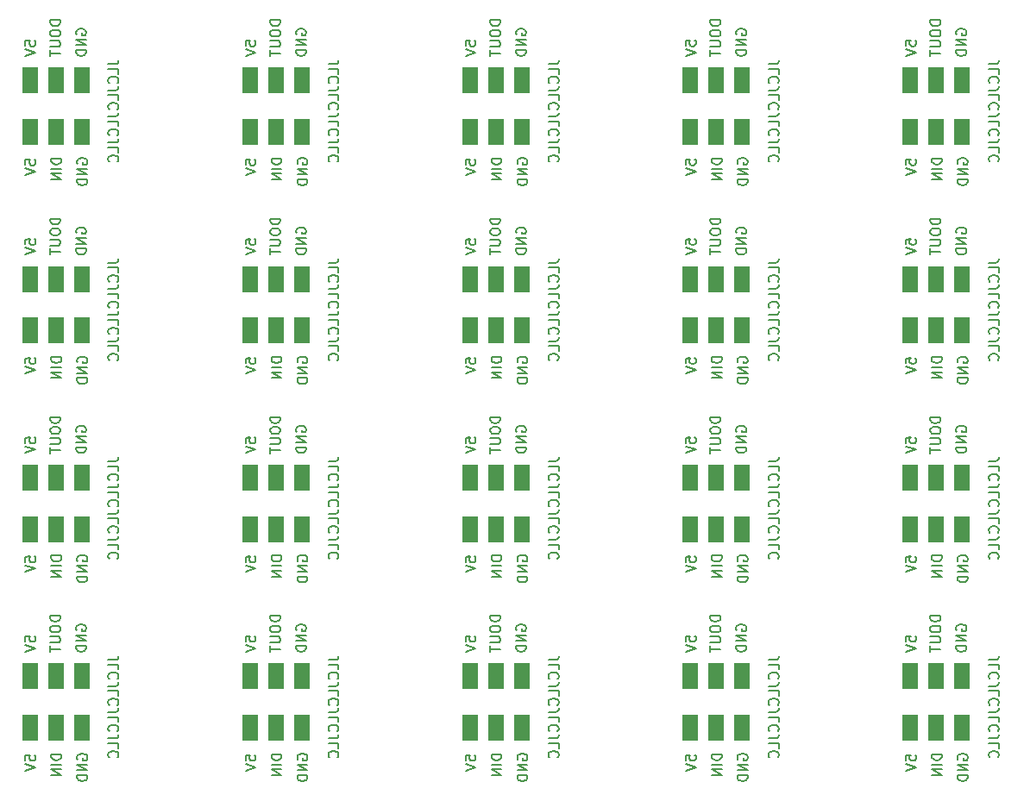
<source format=gbr>
%TF.GenerationSoftware,KiCad,Pcbnew,8.0.4*%
%TF.CreationDate,2024-10-23T13:10:21+11:00*%
%TF.ProjectId,panel,70616e65-6c2e-46b6-9963-61645f706362,rev?*%
%TF.SameCoordinates,Original*%
%TF.FileFunction,Legend,Bot*%
%TF.FilePolarity,Positive*%
%FSLAX46Y46*%
G04 Gerber Fmt 4.6, Leading zero omitted, Abs format (unit mm)*
G04 Created by KiCad (PCBNEW 8.0.4) date 2024-10-23 13:10:21*
%MOMM*%
%LPD*%
G01*
G04 APERTURE LIST*
G04 Aperture macros list*
%AMRoundRect*
0 Rectangle with rounded corners*
0 $1 Rounding radius*
0 $2 $3 $4 $5 $6 $7 $8 $9 X,Y pos of 4 corners*
0 Add a 4 corners polygon primitive as box body*
4,1,4,$2,$3,$4,$5,$6,$7,$8,$9,$2,$3,0*
0 Add four circle primitives for the rounded corners*
1,1,$1+$1,$2,$3*
1,1,$1+$1,$4,$5*
1,1,$1+$1,$6,$7*
1,1,$1+$1,$8,$9*
0 Add four rect primitives between the rounded corners*
20,1,$1+$1,$2,$3,$4,$5,0*
20,1,$1+$1,$4,$5,$6,$7,0*
20,1,$1+$1,$6,$7,$8,$9,0*
20,1,$1+$1,$8,$9,$2,$3,0*%
G04 Aperture macros list end*
%ADD10C,0.150000*%
%ADD11C,0.200000*%
%ADD12C,1.152000*%
%ADD13RoundRect,0.750000X-0.000010X1.250000X-0.000010X-1.250000X0.000010X-1.250000X0.000010X1.250000X0*%
%ADD14C,2.000000*%
G04 APERTURE END LIST*
D10*
X87761819Y-51604493D02*
X88476104Y-51604493D01*
X88476104Y-51604493D02*
X88618961Y-51556874D01*
X88618961Y-51556874D02*
X88714200Y-51461636D01*
X88714200Y-51461636D02*
X88761819Y-51318779D01*
X88761819Y-51318779D02*
X88761819Y-51223541D01*
X88761819Y-52556874D02*
X88761819Y-52080684D01*
X88761819Y-52080684D02*
X87761819Y-52080684D01*
X88666580Y-53461636D02*
X88714200Y-53414017D01*
X88714200Y-53414017D02*
X88761819Y-53271160D01*
X88761819Y-53271160D02*
X88761819Y-53175922D01*
X88761819Y-53175922D02*
X88714200Y-53033065D01*
X88714200Y-53033065D02*
X88618961Y-52937827D01*
X88618961Y-52937827D02*
X88523723Y-52890208D01*
X88523723Y-52890208D02*
X88333247Y-52842589D01*
X88333247Y-52842589D02*
X88190390Y-52842589D01*
X88190390Y-52842589D02*
X87999914Y-52890208D01*
X87999914Y-52890208D02*
X87904676Y-52937827D01*
X87904676Y-52937827D02*
X87809438Y-53033065D01*
X87809438Y-53033065D02*
X87761819Y-53175922D01*
X87761819Y-53175922D02*
X87761819Y-53271160D01*
X87761819Y-53271160D02*
X87809438Y-53414017D01*
X87809438Y-53414017D02*
X87857057Y-53461636D01*
X87761819Y-54175922D02*
X88476104Y-54175922D01*
X88476104Y-54175922D02*
X88618961Y-54128303D01*
X88618961Y-54128303D02*
X88714200Y-54033065D01*
X88714200Y-54033065D02*
X88761819Y-53890208D01*
X88761819Y-53890208D02*
X88761819Y-53794970D01*
X88761819Y-55128303D02*
X88761819Y-54652113D01*
X88761819Y-54652113D02*
X87761819Y-54652113D01*
X88666580Y-56033065D02*
X88714200Y-55985446D01*
X88714200Y-55985446D02*
X88761819Y-55842589D01*
X88761819Y-55842589D02*
X88761819Y-55747351D01*
X88761819Y-55747351D02*
X88714200Y-55604494D01*
X88714200Y-55604494D02*
X88618961Y-55509256D01*
X88618961Y-55509256D02*
X88523723Y-55461637D01*
X88523723Y-55461637D02*
X88333247Y-55414018D01*
X88333247Y-55414018D02*
X88190390Y-55414018D01*
X88190390Y-55414018D02*
X87999914Y-55461637D01*
X87999914Y-55461637D02*
X87904676Y-55509256D01*
X87904676Y-55509256D02*
X87809438Y-55604494D01*
X87809438Y-55604494D02*
X87761819Y-55747351D01*
X87761819Y-55747351D02*
X87761819Y-55842589D01*
X87761819Y-55842589D02*
X87809438Y-55985446D01*
X87809438Y-55985446D02*
X87857057Y-56033065D01*
X87761819Y-56747351D02*
X88476104Y-56747351D01*
X88476104Y-56747351D02*
X88618961Y-56699732D01*
X88618961Y-56699732D02*
X88714200Y-56604494D01*
X88714200Y-56604494D02*
X88761819Y-56461637D01*
X88761819Y-56461637D02*
X88761819Y-56366399D01*
X88761819Y-57699732D02*
X88761819Y-57223542D01*
X88761819Y-57223542D02*
X87761819Y-57223542D01*
X88666580Y-58604494D02*
X88714200Y-58556875D01*
X88714200Y-58556875D02*
X88761819Y-58414018D01*
X88761819Y-58414018D02*
X88761819Y-58318780D01*
X88761819Y-58318780D02*
X88714200Y-58175923D01*
X88714200Y-58175923D02*
X88618961Y-58080685D01*
X88618961Y-58080685D02*
X88523723Y-58033066D01*
X88523723Y-58033066D02*
X88333247Y-57985447D01*
X88333247Y-57985447D02*
X88190390Y-57985447D01*
X88190390Y-57985447D02*
X87999914Y-58033066D01*
X87999914Y-58033066D02*
X87904676Y-58080685D01*
X87904676Y-58080685D02*
X87809438Y-58175923D01*
X87809438Y-58175923D02*
X87761819Y-58318780D01*
X87761819Y-58318780D02*
X87761819Y-58414018D01*
X87761819Y-58414018D02*
X87809438Y-58556875D01*
X87809438Y-58556875D02*
X87857057Y-58604494D01*
X87761819Y-59318780D02*
X88476104Y-59318780D01*
X88476104Y-59318780D02*
X88618961Y-59271161D01*
X88618961Y-59271161D02*
X88714200Y-59175923D01*
X88714200Y-59175923D02*
X88761819Y-59033066D01*
X88761819Y-59033066D02*
X88761819Y-58937828D01*
X88761819Y-60271161D02*
X88761819Y-59794971D01*
X88761819Y-59794971D02*
X87761819Y-59794971D01*
X88666580Y-61175923D02*
X88714200Y-61128304D01*
X88714200Y-61128304D02*
X88761819Y-60985447D01*
X88761819Y-60985447D02*
X88761819Y-60890209D01*
X88761819Y-60890209D02*
X88714200Y-60747352D01*
X88714200Y-60747352D02*
X88618961Y-60652114D01*
X88618961Y-60652114D02*
X88523723Y-60604495D01*
X88523723Y-60604495D02*
X88333247Y-60556876D01*
X88333247Y-60556876D02*
X88190390Y-60556876D01*
X88190390Y-60556876D02*
X87999914Y-60604495D01*
X87999914Y-60604495D02*
X87904676Y-60652114D01*
X87904676Y-60652114D02*
X87809438Y-60747352D01*
X87809438Y-60747352D02*
X87761819Y-60890209D01*
X87761819Y-60890209D02*
X87761819Y-60985447D01*
X87761819Y-60985447D02*
X87809438Y-61128304D01*
X87809438Y-61128304D02*
X87857057Y-61175923D01*
X22961819Y-71104493D02*
X23676104Y-71104493D01*
X23676104Y-71104493D02*
X23818961Y-71056874D01*
X23818961Y-71056874D02*
X23914200Y-70961636D01*
X23914200Y-70961636D02*
X23961819Y-70818779D01*
X23961819Y-70818779D02*
X23961819Y-70723541D01*
X23961819Y-72056874D02*
X23961819Y-71580684D01*
X23961819Y-71580684D02*
X22961819Y-71580684D01*
X23866580Y-72961636D02*
X23914200Y-72914017D01*
X23914200Y-72914017D02*
X23961819Y-72771160D01*
X23961819Y-72771160D02*
X23961819Y-72675922D01*
X23961819Y-72675922D02*
X23914200Y-72533065D01*
X23914200Y-72533065D02*
X23818961Y-72437827D01*
X23818961Y-72437827D02*
X23723723Y-72390208D01*
X23723723Y-72390208D02*
X23533247Y-72342589D01*
X23533247Y-72342589D02*
X23390390Y-72342589D01*
X23390390Y-72342589D02*
X23199914Y-72390208D01*
X23199914Y-72390208D02*
X23104676Y-72437827D01*
X23104676Y-72437827D02*
X23009438Y-72533065D01*
X23009438Y-72533065D02*
X22961819Y-72675922D01*
X22961819Y-72675922D02*
X22961819Y-72771160D01*
X22961819Y-72771160D02*
X23009438Y-72914017D01*
X23009438Y-72914017D02*
X23057057Y-72961636D01*
X22961819Y-73675922D02*
X23676104Y-73675922D01*
X23676104Y-73675922D02*
X23818961Y-73628303D01*
X23818961Y-73628303D02*
X23914200Y-73533065D01*
X23914200Y-73533065D02*
X23961819Y-73390208D01*
X23961819Y-73390208D02*
X23961819Y-73294970D01*
X23961819Y-74628303D02*
X23961819Y-74152113D01*
X23961819Y-74152113D02*
X22961819Y-74152113D01*
X23866580Y-75533065D02*
X23914200Y-75485446D01*
X23914200Y-75485446D02*
X23961819Y-75342589D01*
X23961819Y-75342589D02*
X23961819Y-75247351D01*
X23961819Y-75247351D02*
X23914200Y-75104494D01*
X23914200Y-75104494D02*
X23818961Y-75009256D01*
X23818961Y-75009256D02*
X23723723Y-74961637D01*
X23723723Y-74961637D02*
X23533247Y-74914018D01*
X23533247Y-74914018D02*
X23390390Y-74914018D01*
X23390390Y-74914018D02*
X23199914Y-74961637D01*
X23199914Y-74961637D02*
X23104676Y-75009256D01*
X23104676Y-75009256D02*
X23009438Y-75104494D01*
X23009438Y-75104494D02*
X22961819Y-75247351D01*
X22961819Y-75247351D02*
X22961819Y-75342589D01*
X22961819Y-75342589D02*
X23009438Y-75485446D01*
X23009438Y-75485446D02*
X23057057Y-75533065D01*
X22961819Y-76247351D02*
X23676104Y-76247351D01*
X23676104Y-76247351D02*
X23818961Y-76199732D01*
X23818961Y-76199732D02*
X23914200Y-76104494D01*
X23914200Y-76104494D02*
X23961819Y-75961637D01*
X23961819Y-75961637D02*
X23961819Y-75866399D01*
X23961819Y-77199732D02*
X23961819Y-76723542D01*
X23961819Y-76723542D02*
X22961819Y-76723542D01*
X23866580Y-78104494D02*
X23914200Y-78056875D01*
X23914200Y-78056875D02*
X23961819Y-77914018D01*
X23961819Y-77914018D02*
X23961819Y-77818780D01*
X23961819Y-77818780D02*
X23914200Y-77675923D01*
X23914200Y-77675923D02*
X23818961Y-77580685D01*
X23818961Y-77580685D02*
X23723723Y-77533066D01*
X23723723Y-77533066D02*
X23533247Y-77485447D01*
X23533247Y-77485447D02*
X23390390Y-77485447D01*
X23390390Y-77485447D02*
X23199914Y-77533066D01*
X23199914Y-77533066D02*
X23104676Y-77580685D01*
X23104676Y-77580685D02*
X23009438Y-77675923D01*
X23009438Y-77675923D02*
X22961819Y-77818780D01*
X22961819Y-77818780D02*
X22961819Y-77914018D01*
X22961819Y-77914018D02*
X23009438Y-78056875D01*
X23009438Y-78056875D02*
X23057057Y-78104494D01*
X22961819Y-78818780D02*
X23676104Y-78818780D01*
X23676104Y-78818780D02*
X23818961Y-78771161D01*
X23818961Y-78771161D02*
X23914200Y-78675923D01*
X23914200Y-78675923D02*
X23961819Y-78533066D01*
X23961819Y-78533066D02*
X23961819Y-78437828D01*
X23961819Y-79771161D02*
X23961819Y-79294971D01*
X23961819Y-79294971D02*
X22961819Y-79294971D01*
X23866580Y-80675923D02*
X23914200Y-80628304D01*
X23914200Y-80628304D02*
X23961819Y-80485447D01*
X23961819Y-80485447D02*
X23961819Y-80390209D01*
X23961819Y-80390209D02*
X23914200Y-80247352D01*
X23914200Y-80247352D02*
X23818961Y-80152114D01*
X23818961Y-80152114D02*
X23723723Y-80104495D01*
X23723723Y-80104495D02*
X23533247Y-80056876D01*
X23533247Y-80056876D02*
X23390390Y-80056876D01*
X23390390Y-80056876D02*
X23199914Y-80104495D01*
X23199914Y-80104495D02*
X23104676Y-80152114D01*
X23104676Y-80152114D02*
X23009438Y-80247352D01*
X23009438Y-80247352D02*
X22961819Y-80390209D01*
X22961819Y-80390209D02*
X22961819Y-80485447D01*
X22961819Y-80485447D02*
X23009438Y-80628304D01*
X23009438Y-80628304D02*
X23057057Y-80675923D01*
D11*
X101231219Y-41979863D02*
X101231219Y-41503673D01*
X101231219Y-41503673D02*
X101707409Y-41456054D01*
X101707409Y-41456054D02*
X101659790Y-41503673D01*
X101659790Y-41503673D02*
X101612171Y-41598911D01*
X101612171Y-41598911D02*
X101612171Y-41837006D01*
X101612171Y-41837006D02*
X101659790Y-41932244D01*
X101659790Y-41932244D02*
X101707409Y-41979863D01*
X101707409Y-41979863D02*
X101802647Y-42027482D01*
X101802647Y-42027482D02*
X102040742Y-42027482D01*
X102040742Y-42027482D02*
X102135980Y-41979863D01*
X102135980Y-41979863D02*
X102183600Y-41932244D01*
X102183600Y-41932244D02*
X102231219Y-41837006D01*
X102231219Y-41837006D02*
X102231219Y-41598911D01*
X102231219Y-41598911D02*
X102183600Y-41503673D01*
X102183600Y-41503673D02*
X102135980Y-41456054D01*
X101231219Y-42313197D02*
X102231219Y-42646530D01*
X102231219Y-42646530D02*
X101231219Y-42979863D01*
X83171219Y-60876673D02*
X82171219Y-60876673D01*
X82171219Y-60876673D02*
X82171219Y-61114768D01*
X82171219Y-61114768D02*
X82218838Y-61257625D01*
X82218838Y-61257625D02*
X82314076Y-61352863D01*
X82314076Y-61352863D02*
X82409314Y-61400482D01*
X82409314Y-61400482D02*
X82599790Y-61448101D01*
X82599790Y-61448101D02*
X82742647Y-61448101D01*
X82742647Y-61448101D02*
X82933123Y-61400482D01*
X82933123Y-61400482D02*
X83028361Y-61352863D01*
X83028361Y-61352863D02*
X83123600Y-61257625D01*
X83123600Y-61257625D02*
X83171219Y-61114768D01*
X83171219Y-61114768D02*
X83171219Y-60876673D01*
X83171219Y-61876673D02*
X82171219Y-61876673D01*
X83171219Y-62352863D02*
X82171219Y-62352863D01*
X82171219Y-62352863D02*
X83171219Y-62924291D01*
X83171219Y-62924291D02*
X82171219Y-62924291D01*
X58031219Y-30295863D02*
X58031219Y-29819673D01*
X58031219Y-29819673D02*
X58507409Y-29772054D01*
X58507409Y-29772054D02*
X58459790Y-29819673D01*
X58459790Y-29819673D02*
X58412171Y-29914911D01*
X58412171Y-29914911D02*
X58412171Y-30153006D01*
X58412171Y-30153006D02*
X58459790Y-30248244D01*
X58459790Y-30248244D02*
X58507409Y-30295863D01*
X58507409Y-30295863D02*
X58602647Y-30343482D01*
X58602647Y-30343482D02*
X58840742Y-30343482D01*
X58840742Y-30343482D02*
X58935980Y-30295863D01*
X58935980Y-30295863D02*
X58983600Y-30248244D01*
X58983600Y-30248244D02*
X59031219Y-30153006D01*
X59031219Y-30153006D02*
X59031219Y-29914911D01*
X59031219Y-29914911D02*
X58983600Y-29819673D01*
X58983600Y-29819673D02*
X58935980Y-29772054D01*
X58031219Y-30629197D02*
X59031219Y-30962530D01*
X59031219Y-30962530D02*
X58031219Y-31295863D01*
X41431838Y-29200482D02*
X41384219Y-29105244D01*
X41384219Y-29105244D02*
X41384219Y-28962387D01*
X41384219Y-28962387D02*
X41431838Y-28819530D01*
X41431838Y-28819530D02*
X41527076Y-28724292D01*
X41527076Y-28724292D02*
X41622314Y-28676673D01*
X41622314Y-28676673D02*
X41812790Y-28629054D01*
X41812790Y-28629054D02*
X41955647Y-28629054D01*
X41955647Y-28629054D02*
X42146123Y-28676673D01*
X42146123Y-28676673D02*
X42241361Y-28724292D01*
X42241361Y-28724292D02*
X42336600Y-28819530D01*
X42336600Y-28819530D02*
X42384219Y-28962387D01*
X42384219Y-28962387D02*
X42384219Y-29057625D01*
X42384219Y-29057625D02*
X42336600Y-29200482D01*
X42336600Y-29200482D02*
X42288980Y-29248101D01*
X42288980Y-29248101D02*
X41955647Y-29248101D01*
X41955647Y-29248101D02*
X41955647Y-29057625D01*
X42384219Y-29676673D02*
X41384219Y-29676673D01*
X41384219Y-29676673D02*
X42384219Y-30248101D01*
X42384219Y-30248101D02*
X41384219Y-30248101D01*
X42384219Y-30724292D02*
X41384219Y-30724292D01*
X41384219Y-30724292D02*
X41384219Y-30962387D01*
X41384219Y-30962387D02*
X41431838Y-31105244D01*
X41431838Y-31105244D02*
X41527076Y-31200482D01*
X41527076Y-31200482D02*
X41622314Y-31248101D01*
X41622314Y-31248101D02*
X41812790Y-31295720D01*
X41812790Y-31295720D02*
X41955647Y-31295720D01*
X41955647Y-31295720D02*
X42146123Y-31248101D01*
X42146123Y-31248101D02*
X42241361Y-31200482D01*
X42241361Y-31200482D02*
X42336600Y-31105244D01*
X42336600Y-31105244D02*
X42384219Y-30962387D01*
X42384219Y-30962387D02*
X42384219Y-30724292D01*
X36431219Y-10795863D02*
X36431219Y-10319673D01*
X36431219Y-10319673D02*
X36907409Y-10272054D01*
X36907409Y-10272054D02*
X36859790Y-10319673D01*
X36859790Y-10319673D02*
X36812171Y-10414911D01*
X36812171Y-10414911D02*
X36812171Y-10653006D01*
X36812171Y-10653006D02*
X36859790Y-10748244D01*
X36859790Y-10748244D02*
X36907409Y-10795863D01*
X36907409Y-10795863D02*
X37002647Y-10843482D01*
X37002647Y-10843482D02*
X37240742Y-10843482D01*
X37240742Y-10843482D02*
X37335980Y-10795863D01*
X37335980Y-10795863D02*
X37383600Y-10748244D01*
X37383600Y-10748244D02*
X37431219Y-10653006D01*
X37431219Y-10653006D02*
X37431219Y-10414911D01*
X37431219Y-10414911D02*
X37383600Y-10319673D01*
X37383600Y-10319673D02*
X37335980Y-10272054D01*
X36431219Y-11129197D02*
X37431219Y-11462530D01*
X37431219Y-11462530D02*
X36431219Y-11795863D01*
D10*
X44561819Y-32104493D02*
X45276104Y-32104493D01*
X45276104Y-32104493D02*
X45418961Y-32056874D01*
X45418961Y-32056874D02*
X45514200Y-31961636D01*
X45514200Y-31961636D02*
X45561819Y-31818779D01*
X45561819Y-31818779D02*
X45561819Y-31723541D01*
X45561819Y-33056874D02*
X45561819Y-32580684D01*
X45561819Y-32580684D02*
X44561819Y-32580684D01*
X45466580Y-33961636D02*
X45514200Y-33914017D01*
X45514200Y-33914017D02*
X45561819Y-33771160D01*
X45561819Y-33771160D02*
X45561819Y-33675922D01*
X45561819Y-33675922D02*
X45514200Y-33533065D01*
X45514200Y-33533065D02*
X45418961Y-33437827D01*
X45418961Y-33437827D02*
X45323723Y-33390208D01*
X45323723Y-33390208D02*
X45133247Y-33342589D01*
X45133247Y-33342589D02*
X44990390Y-33342589D01*
X44990390Y-33342589D02*
X44799914Y-33390208D01*
X44799914Y-33390208D02*
X44704676Y-33437827D01*
X44704676Y-33437827D02*
X44609438Y-33533065D01*
X44609438Y-33533065D02*
X44561819Y-33675922D01*
X44561819Y-33675922D02*
X44561819Y-33771160D01*
X44561819Y-33771160D02*
X44609438Y-33914017D01*
X44609438Y-33914017D02*
X44657057Y-33961636D01*
X44561819Y-34675922D02*
X45276104Y-34675922D01*
X45276104Y-34675922D02*
X45418961Y-34628303D01*
X45418961Y-34628303D02*
X45514200Y-34533065D01*
X45514200Y-34533065D02*
X45561819Y-34390208D01*
X45561819Y-34390208D02*
X45561819Y-34294970D01*
X45561819Y-35628303D02*
X45561819Y-35152113D01*
X45561819Y-35152113D02*
X44561819Y-35152113D01*
X45466580Y-36533065D02*
X45514200Y-36485446D01*
X45514200Y-36485446D02*
X45561819Y-36342589D01*
X45561819Y-36342589D02*
X45561819Y-36247351D01*
X45561819Y-36247351D02*
X45514200Y-36104494D01*
X45514200Y-36104494D02*
X45418961Y-36009256D01*
X45418961Y-36009256D02*
X45323723Y-35961637D01*
X45323723Y-35961637D02*
X45133247Y-35914018D01*
X45133247Y-35914018D02*
X44990390Y-35914018D01*
X44990390Y-35914018D02*
X44799914Y-35961637D01*
X44799914Y-35961637D02*
X44704676Y-36009256D01*
X44704676Y-36009256D02*
X44609438Y-36104494D01*
X44609438Y-36104494D02*
X44561819Y-36247351D01*
X44561819Y-36247351D02*
X44561819Y-36342589D01*
X44561819Y-36342589D02*
X44609438Y-36485446D01*
X44609438Y-36485446D02*
X44657057Y-36533065D01*
X44561819Y-37247351D02*
X45276104Y-37247351D01*
X45276104Y-37247351D02*
X45418961Y-37199732D01*
X45418961Y-37199732D02*
X45514200Y-37104494D01*
X45514200Y-37104494D02*
X45561819Y-36961637D01*
X45561819Y-36961637D02*
X45561819Y-36866399D01*
X45561819Y-38199732D02*
X45561819Y-37723542D01*
X45561819Y-37723542D02*
X44561819Y-37723542D01*
X45466580Y-39104494D02*
X45514200Y-39056875D01*
X45514200Y-39056875D02*
X45561819Y-38914018D01*
X45561819Y-38914018D02*
X45561819Y-38818780D01*
X45561819Y-38818780D02*
X45514200Y-38675923D01*
X45514200Y-38675923D02*
X45418961Y-38580685D01*
X45418961Y-38580685D02*
X45323723Y-38533066D01*
X45323723Y-38533066D02*
X45133247Y-38485447D01*
X45133247Y-38485447D02*
X44990390Y-38485447D01*
X44990390Y-38485447D02*
X44799914Y-38533066D01*
X44799914Y-38533066D02*
X44704676Y-38580685D01*
X44704676Y-38580685D02*
X44609438Y-38675923D01*
X44609438Y-38675923D02*
X44561819Y-38818780D01*
X44561819Y-38818780D02*
X44561819Y-38914018D01*
X44561819Y-38914018D02*
X44609438Y-39056875D01*
X44609438Y-39056875D02*
X44657057Y-39104494D01*
X44561819Y-39818780D02*
X45276104Y-39818780D01*
X45276104Y-39818780D02*
X45418961Y-39771161D01*
X45418961Y-39771161D02*
X45514200Y-39675923D01*
X45514200Y-39675923D02*
X45561819Y-39533066D01*
X45561819Y-39533066D02*
X45561819Y-39437828D01*
X45561819Y-40771161D02*
X45561819Y-40294971D01*
X45561819Y-40294971D02*
X44561819Y-40294971D01*
X45466580Y-41675923D02*
X45514200Y-41628304D01*
X45514200Y-41628304D02*
X45561819Y-41485447D01*
X45561819Y-41485447D02*
X45561819Y-41390209D01*
X45561819Y-41390209D02*
X45514200Y-41247352D01*
X45514200Y-41247352D02*
X45418961Y-41152114D01*
X45418961Y-41152114D02*
X45323723Y-41104495D01*
X45323723Y-41104495D02*
X45133247Y-41056876D01*
X45133247Y-41056876D02*
X44990390Y-41056876D01*
X44990390Y-41056876D02*
X44799914Y-41104495D01*
X44799914Y-41104495D02*
X44704676Y-41152114D01*
X44704676Y-41152114D02*
X44609438Y-41247352D01*
X44609438Y-41247352D02*
X44561819Y-41390209D01*
X44561819Y-41390209D02*
X44561819Y-41485447D01*
X44561819Y-41485447D02*
X44609438Y-41628304D01*
X44609438Y-41628304D02*
X44657057Y-41675923D01*
D11*
X104644219Y-47287673D02*
X103644219Y-47287673D01*
X103644219Y-47287673D02*
X103644219Y-47525768D01*
X103644219Y-47525768D02*
X103691838Y-47668625D01*
X103691838Y-47668625D02*
X103787076Y-47763863D01*
X103787076Y-47763863D02*
X103882314Y-47811482D01*
X103882314Y-47811482D02*
X104072790Y-47859101D01*
X104072790Y-47859101D02*
X104215647Y-47859101D01*
X104215647Y-47859101D02*
X104406123Y-47811482D01*
X104406123Y-47811482D02*
X104501361Y-47763863D01*
X104501361Y-47763863D02*
X104596600Y-47668625D01*
X104596600Y-47668625D02*
X104644219Y-47525768D01*
X104644219Y-47525768D02*
X104644219Y-47287673D01*
X103644219Y-48478149D02*
X103644219Y-48668625D01*
X103644219Y-48668625D02*
X103691838Y-48763863D01*
X103691838Y-48763863D02*
X103787076Y-48859101D01*
X103787076Y-48859101D02*
X103977552Y-48906720D01*
X103977552Y-48906720D02*
X104310885Y-48906720D01*
X104310885Y-48906720D02*
X104501361Y-48859101D01*
X104501361Y-48859101D02*
X104596600Y-48763863D01*
X104596600Y-48763863D02*
X104644219Y-48668625D01*
X104644219Y-48668625D02*
X104644219Y-48478149D01*
X104644219Y-48478149D02*
X104596600Y-48382911D01*
X104596600Y-48382911D02*
X104501361Y-48287673D01*
X104501361Y-48287673D02*
X104310885Y-48240054D01*
X104310885Y-48240054D02*
X103977552Y-48240054D01*
X103977552Y-48240054D02*
X103787076Y-48287673D01*
X103787076Y-48287673D02*
X103691838Y-48382911D01*
X103691838Y-48382911D02*
X103644219Y-48478149D01*
X103644219Y-49335292D02*
X104453742Y-49335292D01*
X104453742Y-49335292D02*
X104548980Y-49382911D01*
X104548980Y-49382911D02*
X104596600Y-49430530D01*
X104596600Y-49430530D02*
X104644219Y-49525768D01*
X104644219Y-49525768D02*
X104644219Y-49716244D01*
X104644219Y-49716244D02*
X104596600Y-49811482D01*
X104596600Y-49811482D02*
X104548980Y-49859101D01*
X104548980Y-49859101D02*
X104453742Y-49906720D01*
X104453742Y-49906720D02*
X103644219Y-49906720D01*
X103644219Y-50240054D02*
X103644219Y-50811482D01*
X104644219Y-50525768D02*
X103644219Y-50525768D01*
X63158838Y-61400482D02*
X63111219Y-61305244D01*
X63111219Y-61305244D02*
X63111219Y-61162387D01*
X63111219Y-61162387D02*
X63158838Y-61019530D01*
X63158838Y-61019530D02*
X63254076Y-60924292D01*
X63254076Y-60924292D02*
X63349314Y-60876673D01*
X63349314Y-60876673D02*
X63539790Y-60829054D01*
X63539790Y-60829054D02*
X63682647Y-60829054D01*
X63682647Y-60829054D02*
X63873123Y-60876673D01*
X63873123Y-60876673D02*
X63968361Y-60924292D01*
X63968361Y-60924292D02*
X64063600Y-61019530D01*
X64063600Y-61019530D02*
X64111219Y-61162387D01*
X64111219Y-61162387D02*
X64111219Y-61257625D01*
X64111219Y-61257625D02*
X64063600Y-61400482D01*
X64063600Y-61400482D02*
X64015980Y-61448101D01*
X64015980Y-61448101D02*
X63682647Y-61448101D01*
X63682647Y-61448101D02*
X63682647Y-61257625D01*
X64111219Y-61876673D02*
X63111219Y-61876673D01*
X63111219Y-61876673D02*
X64111219Y-62448101D01*
X64111219Y-62448101D02*
X63111219Y-62448101D01*
X64111219Y-62924292D02*
X63111219Y-62924292D01*
X63111219Y-62924292D02*
X63111219Y-63162387D01*
X63111219Y-63162387D02*
X63158838Y-63305244D01*
X63158838Y-63305244D02*
X63254076Y-63400482D01*
X63254076Y-63400482D02*
X63349314Y-63448101D01*
X63349314Y-63448101D02*
X63539790Y-63495720D01*
X63539790Y-63495720D02*
X63682647Y-63495720D01*
X63682647Y-63495720D02*
X63873123Y-63448101D01*
X63873123Y-63448101D02*
X63968361Y-63400482D01*
X63968361Y-63400482D02*
X64063600Y-63305244D01*
X64063600Y-63305244D02*
X64111219Y-63162387D01*
X64111219Y-63162387D02*
X64111219Y-62924292D01*
X83044219Y-47287673D02*
X82044219Y-47287673D01*
X82044219Y-47287673D02*
X82044219Y-47525768D01*
X82044219Y-47525768D02*
X82091838Y-47668625D01*
X82091838Y-47668625D02*
X82187076Y-47763863D01*
X82187076Y-47763863D02*
X82282314Y-47811482D01*
X82282314Y-47811482D02*
X82472790Y-47859101D01*
X82472790Y-47859101D02*
X82615647Y-47859101D01*
X82615647Y-47859101D02*
X82806123Y-47811482D01*
X82806123Y-47811482D02*
X82901361Y-47763863D01*
X82901361Y-47763863D02*
X82996600Y-47668625D01*
X82996600Y-47668625D02*
X83044219Y-47525768D01*
X83044219Y-47525768D02*
X83044219Y-47287673D01*
X82044219Y-48478149D02*
X82044219Y-48668625D01*
X82044219Y-48668625D02*
X82091838Y-48763863D01*
X82091838Y-48763863D02*
X82187076Y-48859101D01*
X82187076Y-48859101D02*
X82377552Y-48906720D01*
X82377552Y-48906720D02*
X82710885Y-48906720D01*
X82710885Y-48906720D02*
X82901361Y-48859101D01*
X82901361Y-48859101D02*
X82996600Y-48763863D01*
X82996600Y-48763863D02*
X83044219Y-48668625D01*
X83044219Y-48668625D02*
X83044219Y-48478149D01*
X83044219Y-48478149D02*
X82996600Y-48382911D01*
X82996600Y-48382911D02*
X82901361Y-48287673D01*
X82901361Y-48287673D02*
X82710885Y-48240054D01*
X82710885Y-48240054D02*
X82377552Y-48240054D01*
X82377552Y-48240054D02*
X82187076Y-48287673D01*
X82187076Y-48287673D02*
X82091838Y-48382911D01*
X82091838Y-48382911D02*
X82044219Y-48478149D01*
X82044219Y-49335292D02*
X82853742Y-49335292D01*
X82853742Y-49335292D02*
X82948980Y-49382911D01*
X82948980Y-49382911D02*
X82996600Y-49430530D01*
X82996600Y-49430530D02*
X83044219Y-49525768D01*
X83044219Y-49525768D02*
X83044219Y-49716244D01*
X83044219Y-49716244D02*
X82996600Y-49811482D01*
X82996600Y-49811482D02*
X82948980Y-49859101D01*
X82948980Y-49859101D02*
X82853742Y-49906720D01*
X82853742Y-49906720D02*
X82044219Y-49906720D01*
X82044219Y-50240054D02*
X82044219Y-50811482D01*
X83044219Y-50525768D02*
X82044219Y-50525768D01*
X84758838Y-41900482D02*
X84711219Y-41805244D01*
X84711219Y-41805244D02*
X84711219Y-41662387D01*
X84711219Y-41662387D02*
X84758838Y-41519530D01*
X84758838Y-41519530D02*
X84854076Y-41424292D01*
X84854076Y-41424292D02*
X84949314Y-41376673D01*
X84949314Y-41376673D02*
X85139790Y-41329054D01*
X85139790Y-41329054D02*
X85282647Y-41329054D01*
X85282647Y-41329054D02*
X85473123Y-41376673D01*
X85473123Y-41376673D02*
X85568361Y-41424292D01*
X85568361Y-41424292D02*
X85663600Y-41519530D01*
X85663600Y-41519530D02*
X85711219Y-41662387D01*
X85711219Y-41662387D02*
X85711219Y-41757625D01*
X85711219Y-41757625D02*
X85663600Y-41900482D01*
X85663600Y-41900482D02*
X85615980Y-41948101D01*
X85615980Y-41948101D02*
X85282647Y-41948101D01*
X85282647Y-41948101D02*
X85282647Y-41757625D01*
X85711219Y-42376673D02*
X84711219Y-42376673D01*
X84711219Y-42376673D02*
X85711219Y-42948101D01*
X85711219Y-42948101D02*
X84711219Y-42948101D01*
X85711219Y-43424292D02*
X84711219Y-43424292D01*
X84711219Y-43424292D02*
X84711219Y-43662387D01*
X84711219Y-43662387D02*
X84758838Y-43805244D01*
X84758838Y-43805244D02*
X84854076Y-43900482D01*
X84854076Y-43900482D02*
X84949314Y-43948101D01*
X84949314Y-43948101D02*
X85139790Y-43995720D01*
X85139790Y-43995720D02*
X85282647Y-43995720D01*
X85282647Y-43995720D02*
X85473123Y-43948101D01*
X85473123Y-43948101D02*
X85568361Y-43900482D01*
X85568361Y-43900482D02*
X85663600Y-43805244D01*
X85663600Y-43805244D02*
X85711219Y-43662387D01*
X85711219Y-43662387D02*
X85711219Y-43424292D01*
X61444219Y-27787673D02*
X60444219Y-27787673D01*
X60444219Y-27787673D02*
X60444219Y-28025768D01*
X60444219Y-28025768D02*
X60491838Y-28168625D01*
X60491838Y-28168625D02*
X60587076Y-28263863D01*
X60587076Y-28263863D02*
X60682314Y-28311482D01*
X60682314Y-28311482D02*
X60872790Y-28359101D01*
X60872790Y-28359101D02*
X61015647Y-28359101D01*
X61015647Y-28359101D02*
X61206123Y-28311482D01*
X61206123Y-28311482D02*
X61301361Y-28263863D01*
X61301361Y-28263863D02*
X61396600Y-28168625D01*
X61396600Y-28168625D02*
X61444219Y-28025768D01*
X61444219Y-28025768D02*
X61444219Y-27787673D01*
X60444219Y-28978149D02*
X60444219Y-29168625D01*
X60444219Y-29168625D02*
X60491838Y-29263863D01*
X60491838Y-29263863D02*
X60587076Y-29359101D01*
X60587076Y-29359101D02*
X60777552Y-29406720D01*
X60777552Y-29406720D02*
X61110885Y-29406720D01*
X61110885Y-29406720D02*
X61301361Y-29359101D01*
X61301361Y-29359101D02*
X61396600Y-29263863D01*
X61396600Y-29263863D02*
X61444219Y-29168625D01*
X61444219Y-29168625D02*
X61444219Y-28978149D01*
X61444219Y-28978149D02*
X61396600Y-28882911D01*
X61396600Y-28882911D02*
X61301361Y-28787673D01*
X61301361Y-28787673D02*
X61110885Y-28740054D01*
X61110885Y-28740054D02*
X60777552Y-28740054D01*
X60777552Y-28740054D02*
X60587076Y-28787673D01*
X60587076Y-28787673D02*
X60491838Y-28882911D01*
X60491838Y-28882911D02*
X60444219Y-28978149D01*
X60444219Y-29835292D02*
X61253742Y-29835292D01*
X61253742Y-29835292D02*
X61348980Y-29882911D01*
X61348980Y-29882911D02*
X61396600Y-29930530D01*
X61396600Y-29930530D02*
X61444219Y-30025768D01*
X61444219Y-30025768D02*
X61444219Y-30216244D01*
X61444219Y-30216244D02*
X61396600Y-30311482D01*
X61396600Y-30311482D02*
X61348980Y-30359101D01*
X61348980Y-30359101D02*
X61253742Y-30406720D01*
X61253742Y-30406720D02*
X60444219Y-30406720D01*
X60444219Y-30740054D02*
X60444219Y-31311482D01*
X61444219Y-31025768D02*
X60444219Y-31025768D01*
X63031838Y-68200482D02*
X62984219Y-68105244D01*
X62984219Y-68105244D02*
X62984219Y-67962387D01*
X62984219Y-67962387D02*
X63031838Y-67819530D01*
X63031838Y-67819530D02*
X63127076Y-67724292D01*
X63127076Y-67724292D02*
X63222314Y-67676673D01*
X63222314Y-67676673D02*
X63412790Y-67629054D01*
X63412790Y-67629054D02*
X63555647Y-67629054D01*
X63555647Y-67629054D02*
X63746123Y-67676673D01*
X63746123Y-67676673D02*
X63841361Y-67724292D01*
X63841361Y-67724292D02*
X63936600Y-67819530D01*
X63936600Y-67819530D02*
X63984219Y-67962387D01*
X63984219Y-67962387D02*
X63984219Y-68057625D01*
X63984219Y-68057625D02*
X63936600Y-68200482D01*
X63936600Y-68200482D02*
X63888980Y-68248101D01*
X63888980Y-68248101D02*
X63555647Y-68248101D01*
X63555647Y-68248101D02*
X63555647Y-68057625D01*
X63984219Y-68676673D02*
X62984219Y-68676673D01*
X62984219Y-68676673D02*
X63984219Y-69248101D01*
X63984219Y-69248101D02*
X62984219Y-69248101D01*
X63984219Y-69724292D02*
X62984219Y-69724292D01*
X62984219Y-69724292D02*
X62984219Y-69962387D01*
X62984219Y-69962387D02*
X63031838Y-70105244D01*
X63031838Y-70105244D02*
X63127076Y-70200482D01*
X63127076Y-70200482D02*
X63222314Y-70248101D01*
X63222314Y-70248101D02*
X63412790Y-70295720D01*
X63412790Y-70295720D02*
X63555647Y-70295720D01*
X63555647Y-70295720D02*
X63746123Y-70248101D01*
X63746123Y-70248101D02*
X63841361Y-70200482D01*
X63841361Y-70200482D02*
X63936600Y-70105244D01*
X63936600Y-70105244D02*
X63984219Y-69962387D01*
X63984219Y-69962387D02*
X63984219Y-69724292D01*
X39844219Y-8287673D02*
X38844219Y-8287673D01*
X38844219Y-8287673D02*
X38844219Y-8525768D01*
X38844219Y-8525768D02*
X38891838Y-8668625D01*
X38891838Y-8668625D02*
X38987076Y-8763863D01*
X38987076Y-8763863D02*
X39082314Y-8811482D01*
X39082314Y-8811482D02*
X39272790Y-8859101D01*
X39272790Y-8859101D02*
X39415647Y-8859101D01*
X39415647Y-8859101D02*
X39606123Y-8811482D01*
X39606123Y-8811482D02*
X39701361Y-8763863D01*
X39701361Y-8763863D02*
X39796600Y-8668625D01*
X39796600Y-8668625D02*
X39844219Y-8525768D01*
X39844219Y-8525768D02*
X39844219Y-8287673D01*
X38844219Y-9478149D02*
X38844219Y-9668625D01*
X38844219Y-9668625D02*
X38891838Y-9763863D01*
X38891838Y-9763863D02*
X38987076Y-9859101D01*
X38987076Y-9859101D02*
X39177552Y-9906720D01*
X39177552Y-9906720D02*
X39510885Y-9906720D01*
X39510885Y-9906720D02*
X39701361Y-9859101D01*
X39701361Y-9859101D02*
X39796600Y-9763863D01*
X39796600Y-9763863D02*
X39844219Y-9668625D01*
X39844219Y-9668625D02*
X39844219Y-9478149D01*
X39844219Y-9478149D02*
X39796600Y-9382911D01*
X39796600Y-9382911D02*
X39701361Y-9287673D01*
X39701361Y-9287673D02*
X39510885Y-9240054D01*
X39510885Y-9240054D02*
X39177552Y-9240054D01*
X39177552Y-9240054D02*
X38987076Y-9287673D01*
X38987076Y-9287673D02*
X38891838Y-9382911D01*
X38891838Y-9382911D02*
X38844219Y-9478149D01*
X38844219Y-10335292D02*
X39653742Y-10335292D01*
X39653742Y-10335292D02*
X39748980Y-10382911D01*
X39748980Y-10382911D02*
X39796600Y-10430530D01*
X39796600Y-10430530D02*
X39844219Y-10525768D01*
X39844219Y-10525768D02*
X39844219Y-10716244D01*
X39844219Y-10716244D02*
X39796600Y-10811482D01*
X39796600Y-10811482D02*
X39748980Y-10859101D01*
X39748980Y-10859101D02*
X39653742Y-10906720D01*
X39653742Y-10906720D02*
X38844219Y-10906720D01*
X38844219Y-11240054D02*
X38844219Y-11811482D01*
X39844219Y-11525768D02*
X38844219Y-11525768D01*
X104771219Y-60876673D02*
X103771219Y-60876673D01*
X103771219Y-60876673D02*
X103771219Y-61114768D01*
X103771219Y-61114768D02*
X103818838Y-61257625D01*
X103818838Y-61257625D02*
X103914076Y-61352863D01*
X103914076Y-61352863D02*
X104009314Y-61400482D01*
X104009314Y-61400482D02*
X104199790Y-61448101D01*
X104199790Y-61448101D02*
X104342647Y-61448101D01*
X104342647Y-61448101D02*
X104533123Y-61400482D01*
X104533123Y-61400482D02*
X104628361Y-61352863D01*
X104628361Y-61352863D02*
X104723600Y-61257625D01*
X104723600Y-61257625D02*
X104771219Y-61114768D01*
X104771219Y-61114768D02*
X104771219Y-60876673D01*
X104771219Y-61876673D02*
X103771219Y-61876673D01*
X104771219Y-62352863D02*
X103771219Y-62352863D01*
X103771219Y-62352863D02*
X104771219Y-62924291D01*
X104771219Y-62924291D02*
X103771219Y-62924291D01*
D10*
X109361819Y-32104493D02*
X110076104Y-32104493D01*
X110076104Y-32104493D02*
X110218961Y-32056874D01*
X110218961Y-32056874D02*
X110314200Y-31961636D01*
X110314200Y-31961636D02*
X110361819Y-31818779D01*
X110361819Y-31818779D02*
X110361819Y-31723541D01*
X110361819Y-33056874D02*
X110361819Y-32580684D01*
X110361819Y-32580684D02*
X109361819Y-32580684D01*
X110266580Y-33961636D02*
X110314200Y-33914017D01*
X110314200Y-33914017D02*
X110361819Y-33771160D01*
X110361819Y-33771160D02*
X110361819Y-33675922D01*
X110361819Y-33675922D02*
X110314200Y-33533065D01*
X110314200Y-33533065D02*
X110218961Y-33437827D01*
X110218961Y-33437827D02*
X110123723Y-33390208D01*
X110123723Y-33390208D02*
X109933247Y-33342589D01*
X109933247Y-33342589D02*
X109790390Y-33342589D01*
X109790390Y-33342589D02*
X109599914Y-33390208D01*
X109599914Y-33390208D02*
X109504676Y-33437827D01*
X109504676Y-33437827D02*
X109409438Y-33533065D01*
X109409438Y-33533065D02*
X109361819Y-33675922D01*
X109361819Y-33675922D02*
X109361819Y-33771160D01*
X109361819Y-33771160D02*
X109409438Y-33914017D01*
X109409438Y-33914017D02*
X109457057Y-33961636D01*
X109361819Y-34675922D02*
X110076104Y-34675922D01*
X110076104Y-34675922D02*
X110218961Y-34628303D01*
X110218961Y-34628303D02*
X110314200Y-34533065D01*
X110314200Y-34533065D02*
X110361819Y-34390208D01*
X110361819Y-34390208D02*
X110361819Y-34294970D01*
X110361819Y-35628303D02*
X110361819Y-35152113D01*
X110361819Y-35152113D02*
X109361819Y-35152113D01*
X110266580Y-36533065D02*
X110314200Y-36485446D01*
X110314200Y-36485446D02*
X110361819Y-36342589D01*
X110361819Y-36342589D02*
X110361819Y-36247351D01*
X110361819Y-36247351D02*
X110314200Y-36104494D01*
X110314200Y-36104494D02*
X110218961Y-36009256D01*
X110218961Y-36009256D02*
X110123723Y-35961637D01*
X110123723Y-35961637D02*
X109933247Y-35914018D01*
X109933247Y-35914018D02*
X109790390Y-35914018D01*
X109790390Y-35914018D02*
X109599914Y-35961637D01*
X109599914Y-35961637D02*
X109504676Y-36009256D01*
X109504676Y-36009256D02*
X109409438Y-36104494D01*
X109409438Y-36104494D02*
X109361819Y-36247351D01*
X109361819Y-36247351D02*
X109361819Y-36342589D01*
X109361819Y-36342589D02*
X109409438Y-36485446D01*
X109409438Y-36485446D02*
X109457057Y-36533065D01*
X109361819Y-37247351D02*
X110076104Y-37247351D01*
X110076104Y-37247351D02*
X110218961Y-37199732D01*
X110218961Y-37199732D02*
X110314200Y-37104494D01*
X110314200Y-37104494D02*
X110361819Y-36961637D01*
X110361819Y-36961637D02*
X110361819Y-36866399D01*
X110361819Y-38199732D02*
X110361819Y-37723542D01*
X110361819Y-37723542D02*
X109361819Y-37723542D01*
X110266580Y-39104494D02*
X110314200Y-39056875D01*
X110314200Y-39056875D02*
X110361819Y-38914018D01*
X110361819Y-38914018D02*
X110361819Y-38818780D01*
X110361819Y-38818780D02*
X110314200Y-38675923D01*
X110314200Y-38675923D02*
X110218961Y-38580685D01*
X110218961Y-38580685D02*
X110123723Y-38533066D01*
X110123723Y-38533066D02*
X109933247Y-38485447D01*
X109933247Y-38485447D02*
X109790390Y-38485447D01*
X109790390Y-38485447D02*
X109599914Y-38533066D01*
X109599914Y-38533066D02*
X109504676Y-38580685D01*
X109504676Y-38580685D02*
X109409438Y-38675923D01*
X109409438Y-38675923D02*
X109361819Y-38818780D01*
X109361819Y-38818780D02*
X109361819Y-38914018D01*
X109361819Y-38914018D02*
X109409438Y-39056875D01*
X109409438Y-39056875D02*
X109457057Y-39104494D01*
X109361819Y-39818780D02*
X110076104Y-39818780D01*
X110076104Y-39818780D02*
X110218961Y-39771161D01*
X110218961Y-39771161D02*
X110314200Y-39675923D01*
X110314200Y-39675923D02*
X110361819Y-39533066D01*
X110361819Y-39533066D02*
X110361819Y-39437828D01*
X110361819Y-40771161D02*
X110361819Y-40294971D01*
X110361819Y-40294971D02*
X109361819Y-40294971D01*
X110266580Y-41675923D02*
X110314200Y-41628304D01*
X110314200Y-41628304D02*
X110361819Y-41485447D01*
X110361819Y-41485447D02*
X110361819Y-41390209D01*
X110361819Y-41390209D02*
X110314200Y-41247352D01*
X110314200Y-41247352D02*
X110218961Y-41152114D01*
X110218961Y-41152114D02*
X110123723Y-41104495D01*
X110123723Y-41104495D02*
X109933247Y-41056876D01*
X109933247Y-41056876D02*
X109790390Y-41056876D01*
X109790390Y-41056876D02*
X109599914Y-41104495D01*
X109599914Y-41104495D02*
X109504676Y-41152114D01*
X109504676Y-41152114D02*
X109409438Y-41247352D01*
X109409438Y-41247352D02*
X109361819Y-41390209D01*
X109361819Y-41390209D02*
X109361819Y-41485447D01*
X109361819Y-41485447D02*
X109409438Y-41628304D01*
X109409438Y-41628304D02*
X109457057Y-41675923D01*
D11*
X18244219Y-66787673D02*
X17244219Y-66787673D01*
X17244219Y-66787673D02*
X17244219Y-67025768D01*
X17244219Y-67025768D02*
X17291838Y-67168625D01*
X17291838Y-67168625D02*
X17387076Y-67263863D01*
X17387076Y-67263863D02*
X17482314Y-67311482D01*
X17482314Y-67311482D02*
X17672790Y-67359101D01*
X17672790Y-67359101D02*
X17815647Y-67359101D01*
X17815647Y-67359101D02*
X18006123Y-67311482D01*
X18006123Y-67311482D02*
X18101361Y-67263863D01*
X18101361Y-67263863D02*
X18196600Y-67168625D01*
X18196600Y-67168625D02*
X18244219Y-67025768D01*
X18244219Y-67025768D02*
X18244219Y-66787673D01*
X17244219Y-67978149D02*
X17244219Y-68168625D01*
X17244219Y-68168625D02*
X17291838Y-68263863D01*
X17291838Y-68263863D02*
X17387076Y-68359101D01*
X17387076Y-68359101D02*
X17577552Y-68406720D01*
X17577552Y-68406720D02*
X17910885Y-68406720D01*
X17910885Y-68406720D02*
X18101361Y-68359101D01*
X18101361Y-68359101D02*
X18196600Y-68263863D01*
X18196600Y-68263863D02*
X18244219Y-68168625D01*
X18244219Y-68168625D02*
X18244219Y-67978149D01*
X18244219Y-67978149D02*
X18196600Y-67882911D01*
X18196600Y-67882911D02*
X18101361Y-67787673D01*
X18101361Y-67787673D02*
X17910885Y-67740054D01*
X17910885Y-67740054D02*
X17577552Y-67740054D01*
X17577552Y-67740054D02*
X17387076Y-67787673D01*
X17387076Y-67787673D02*
X17291838Y-67882911D01*
X17291838Y-67882911D02*
X17244219Y-67978149D01*
X17244219Y-68835292D02*
X18053742Y-68835292D01*
X18053742Y-68835292D02*
X18148980Y-68882911D01*
X18148980Y-68882911D02*
X18196600Y-68930530D01*
X18196600Y-68930530D02*
X18244219Y-69025768D01*
X18244219Y-69025768D02*
X18244219Y-69216244D01*
X18244219Y-69216244D02*
X18196600Y-69311482D01*
X18196600Y-69311482D02*
X18148980Y-69359101D01*
X18148980Y-69359101D02*
X18053742Y-69406720D01*
X18053742Y-69406720D02*
X17244219Y-69406720D01*
X17244219Y-69740054D02*
X17244219Y-70311482D01*
X18244219Y-70025768D02*
X17244219Y-70025768D01*
X83044219Y-8287673D02*
X82044219Y-8287673D01*
X82044219Y-8287673D02*
X82044219Y-8525768D01*
X82044219Y-8525768D02*
X82091838Y-8668625D01*
X82091838Y-8668625D02*
X82187076Y-8763863D01*
X82187076Y-8763863D02*
X82282314Y-8811482D01*
X82282314Y-8811482D02*
X82472790Y-8859101D01*
X82472790Y-8859101D02*
X82615647Y-8859101D01*
X82615647Y-8859101D02*
X82806123Y-8811482D01*
X82806123Y-8811482D02*
X82901361Y-8763863D01*
X82901361Y-8763863D02*
X82996600Y-8668625D01*
X82996600Y-8668625D02*
X83044219Y-8525768D01*
X83044219Y-8525768D02*
X83044219Y-8287673D01*
X82044219Y-9478149D02*
X82044219Y-9668625D01*
X82044219Y-9668625D02*
X82091838Y-9763863D01*
X82091838Y-9763863D02*
X82187076Y-9859101D01*
X82187076Y-9859101D02*
X82377552Y-9906720D01*
X82377552Y-9906720D02*
X82710885Y-9906720D01*
X82710885Y-9906720D02*
X82901361Y-9859101D01*
X82901361Y-9859101D02*
X82996600Y-9763863D01*
X82996600Y-9763863D02*
X83044219Y-9668625D01*
X83044219Y-9668625D02*
X83044219Y-9478149D01*
X83044219Y-9478149D02*
X82996600Y-9382911D01*
X82996600Y-9382911D02*
X82901361Y-9287673D01*
X82901361Y-9287673D02*
X82710885Y-9240054D01*
X82710885Y-9240054D02*
X82377552Y-9240054D01*
X82377552Y-9240054D02*
X82187076Y-9287673D01*
X82187076Y-9287673D02*
X82091838Y-9382911D01*
X82091838Y-9382911D02*
X82044219Y-9478149D01*
X82044219Y-10335292D02*
X82853742Y-10335292D01*
X82853742Y-10335292D02*
X82948980Y-10382911D01*
X82948980Y-10382911D02*
X82996600Y-10430530D01*
X82996600Y-10430530D02*
X83044219Y-10525768D01*
X83044219Y-10525768D02*
X83044219Y-10716244D01*
X83044219Y-10716244D02*
X82996600Y-10811482D01*
X82996600Y-10811482D02*
X82948980Y-10859101D01*
X82948980Y-10859101D02*
X82853742Y-10906720D01*
X82853742Y-10906720D02*
X82044219Y-10906720D01*
X82044219Y-11240054D02*
X82044219Y-11811482D01*
X83044219Y-11525768D02*
X82044219Y-11525768D01*
X106358838Y-41900482D02*
X106311219Y-41805244D01*
X106311219Y-41805244D02*
X106311219Y-41662387D01*
X106311219Y-41662387D02*
X106358838Y-41519530D01*
X106358838Y-41519530D02*
X106454076Y-41424292D01*
X106454076Y-41424292D02*
X106549314Y-41376673D01*
X106549314Y-41376673D02*
X106739790Y-41329054D01*
X106739790Y-41329054D02*
X106882647Y-41329054D01*
X106882647Y-41329054D02*
X107073123Y-41376673D01*
X107073123Y-41376673D02*
X107168361Y-41424292D01*
X107168361Y-41424292D02*
X107263600Y-41519530D01*
X107263600Y-41519530D02*
X107311219Y-41662387D01*
X107311219Y-41662387D02*
X107311219Y-41757625D01*
X107311219Y-41757625D02*
X107263600Y-41900482D01*
X107263600Y-41900482D02*
X107215980Y-41948101D01*
X107215980Y-41948101D02*
X106882647Y-41948101D01*
X106882647Y-41948101D02*
X106882647Y-41757625D01*
X107311219Y-42376673D02*
X106311219Y-42376673D01*
X106311219Y-42376673D02*
X107311219Y-42948101D01*
X107311219Y-42948101D02*
X106311219Y-42948101D01*
X107311219Y-43424292D02*
X106311219Y-43424292D01*
X106311219Y-43424292D02*
X106311219Y-43662387D01*
X106311219Y-43662387D02*
X106358838Y-43805244D01*
X106358838Y-43805244D02*
X106454076Y-43900482D01*
X106454076Y-43900482D02*
X106549314Y-43948101D01*
X106549314Y-43948101D02*
X106739790Y-43995720D01*
X106739790Y-43995720D02*
X106882647Y-43995720D01*
X106882647Y-43995720D02*
X107073123Y-43948101D01*
X107073123Y-43948101D02*
X107168361Y-43900482D01*
X107168361Y-43900482D02*
X107263600Y-43805244D01*
X107263600Y-43805244D02*
X107311219Y-43662387D01*
X107311219Y-43662387D02*
X107311219Y-43424292D01*
X41431838Y-68200482D02*
X41384219Y-68105244D01*
X41384219Y-68105244D02*
X41384219Y-67962387D01*
X41384219Y-67962387D02*
X41431838Y-67819530D01*
X41431838Y-67819530D02*
X41527076Y-67724292D01*
X41527076Y-67724292D02*
X41622314Y-67676673D01*
X41622314Y-67676673D02*
X41812790Y-67629054D01*
X41812790Y-67629054D02*
X41955647Y-67629054D01*
X41955647Y-67629054D02*
X42146123Y-67676673D01*
X42146123Y-67676673D02*
X42241361Y-67724292D01*
X42241361Y-67724292D02*
X42336600Y-67819530D01*
X42336600Y-67819530D02*
X42384219Y-67962387D01*
X42384219Y-67962387D02*
X42384219Y-68057625D01*
X42384219Y-68057625D02*
X42336600Y-68200482D01*
X42336600Y-68200482D02*
X42288980Y-68248101D01*
X42288980Y-68248101D02*
X41955647Y-68248101D01*
X41955647Y-68248101D02*
X41955647Y-68057625D01*
X42384219Y-68676673D02*
X41384219Y-68676673D01*
X41384219Y-68676673D02*
X42384219Y-69248101D01*
X42384219Y-69248101D02*
X41384219Y-69248101D01*
X42384219Y-69724292D02*
X41384219Y-69724292D01*
X41384219Y-69724292D02*
X41384219Y-69962387D01*
X41384219Y-69962387D02*
X41431838Y-70105244D01*
X41431838Y-70105244D02*
X41527076Y-70200482D01*
X41527076Y-70200482D02*
X41622314Y-70248101D01*
X41622314Y-70248101D02*
X41812790Y-70295720D01*
X41812790Y-70295720D02*
X41955647Y-70295720D01*
X41955647Y-70295720D02*
X42146123Y-70248101D01*
X42146123Y-70248101D02*
X42241361Y-70200482D01*
X42241361Y-70200482D02*
X42336600Y-70105244D01*
X42336600Y-70105244D02*
X42384219Y-69962387D01*
X42384219Y-69962387D02*
X42384219Y-69724292D01*
X58031219Y-22479863D02*
X58031219Y-22003673D01*
X58031219Y-22003673D02*
X58507409Y-21956054D01*
X58507409Y-21956054D02*
X58459790Y-22003673D01*
X58459790Y-22003673D02*
X58412171Y-22098911D01*
X58412171Y-22098911D02*
X58412171Y-22337006D01*
X58412171Y-22337006D02*
X58459790Y-22432244D01*
X58459790Y-22432244D02*
X58507409Y-22479863D01*
X58507409Y-22479863D02*
X58602647Y-22527482D01*
X58602647Y-22527482D02*
X58840742Y-22527482D01*
X58840742Y-22527482D02*
X58935980Y-22479863D01*
X58935980Y-22479863D02*
X58983600Y-22432244D01*
X58983600Y-22432244D02*
X59031219Y-22337006D01*
X59031219Y-22337006D02*
X59031219Y-22098911D01*
X59031219Y-22098911D02*
X58983600Y-22003673D01*
X58983600Y-22003673D02*
X58935980Y-21956054D01*
X58031219Y-22813197D02*
X59031219Y-23146530D01*
X59031219Y-23146530D02*
X58031219Y-23479863D01*
X58031219Y-80979863D02*
X58031219Y-80503673D01*
X58031219Y-80503673D02*
X58507409Y-80456054D01*
X58507409Y-80456054D02*
X58459790Y-80503673D01*
X58459790Y-80503673D02*
X58412171Y-80598911D01*
X58412171Y-80598911D02*
X58412171Y-80837006D01*
X58412171Y-80837006D02*
X58459790Y-80932244D01*
X58459790Y-80932244D02*
X58507409Y-80979863D01*
X58507409Y-80979863D02*
X58602647Y-81027482D01*
X58602647Y-81027482D02*
X58840742Y-81027482D01*
X58840742Y-81027482D02*
X58935980Y-80979863D01*
X58935980Y-80979863D02*
X58983600Y-80932244D01*
X58983600Y-80932244D02*
X59031219Y-80837006D01*
X59031219Y-80837006D02*
X59031219Y-80598911D01*
X59031219Y-80598911D02*
X58983600Y-80503673D01*
X58983600Y-80503673D02*
X58935980Y-80456054D01*
X58031219Y-81313197D02*
X59031219Y-81646530D01*
X59031219Y-81646530D02*
X58031219Y-81979863D01*
X39971219Y-41376673D02*
X38971219Y-41376673D01*
X38971219Y-41376673D02*
X38971219Y-41614768D01*
X38971219Y-41614768D02*
X39018838Y-41757625D01*
X39018838Y-41757625D02*
X39114076Y-41852863D01*
X39114076Y-41852863D02*
X39209314Y-41900482D01*
X39209314Y-41900482D02*
X39399790Y-41948101D01*
X39399790Y-41948101D02*
X39542647Y-41948101D01*
X39542647Y-41948101D02*
X39733123Y-41900482D01*
X39733123Y-41900482D02*
X39828361Y-41852863D01*
X39828361Y-41852863D02*
X39923600Y-41757625D01*
X39923600Y-41757625D02*
X39971219Y-41614768D01*
X39971219Y-41614768D02*
X39971219Y-41376673D01*
X39971219Y-42376673D02*
X38971219Y-42376673D01*
X39971219Y-42852863D02*
X38971219Y-42852863D01*
X38971219Y-42852863D02*
X39971219Y-43424291D01*
X39971219Y-43424291D02*
X38971219Y-43424291D01*
X14831219Y-80979863D02*
X14831219Y-80503673D01*
X14831219Y-80503673D02*
X15307409Y-80456054D01*
X15307409Y-80456054D02*
X15259790Y-80503673D01*
X15259790Y-80503673D02*
X15212171Y-80598911D01*
X15212171Y-80598911D02*
X15212171Y-80837006D01*
X15212171Y-80837006D02*
X15259790Y-80932244D01*
X15259790Y-80932244D02*
X15307409Y-80979863D01*
X15307409Y-80979863D02*
X15402647Y-81027482D01*
X15402647Y-81027482D02*
X15640742Y-81027482D01*
X15640742Y-81027482D02*
X15735980Y-80979863D01*
X15735980Y-80979863D02*
X15783600Y-80932244D01*
X15783600Y-80932244D02*
X15831219Y-80837006D01*
X15831219Y-80837006D02*
X15831219Y-80598911D01*
X15831219Y-80598911D02*
X15783600Y-80503673D01*
X15783600Y-80503673D02*
X15735980Y-80456054D01*
X14831219Y-81313197D02*
X15831219Y-81646530D01*
X15831219Y-81646530D02*
X14831219Y-81979863D01*
X63158838Y-22400482D02*
X63111219Y-22305244D01*
X63111219Y-22305244D02*
X63111219Y-22162387D01*
X63111219Y-22162387D02*
X63158838Y-22019530D01*
X63158838Y-22019530D02*
X63254076Y-21924292D01*
X63254076Y-21924292D02*
X63349314Y-21876673D01*
X63349314Y-21876673D02*
X63539790Y-21829054D01*
X63539790Y-21829054D02*
X63682647Y-21829054D01*
X63682647Y-21829054D02*
X63873123Y-21876673D01*
X63873123Y-21876673D02*
X63968361Y-21924292D01*
X63968361Y-21924292D02*
X64063600Y-22019530D01*
X64063600Y-22019530D02*
X64111219Y-22162387D01*
X64111219Y-22162387D02*
X64111219Y-22257625D01*
X64111219Y-22257625D02*
X64063600Y-22400482D01*
X64063600Y-22400482D02*
X64015980Y-22448101D01*
X64015980Y-22448101D02*
X63682647Y-22448101D01*
X63682647Y-22448101D02*
X63682647Y-22257625D01*
X64111219Y-22876673D02*
X63111219Y-22876673D01*
X63111219Y-22876673D02*
X64111219Y-23448101D01*
X64111219Y-23448101D02*
X63111219Y-23448101D01*
X64111219Y-23924292D02*
X63111219Y-23924292D01*
X63111219Y-23924292D02*
X63111219Y-24162387D01*
X63111219Y-24162387D02*
X63158838Y-24305244D01*
X63158838Y-24305244D02*
X63254076Y-24400482D01*
X63254076Y-24400482D02*
X63349314Y-24448101D01*
X63349314Y-24448101D02*
X63539790Y-24495720D01*
X63539790Y-24495720D02*
X63682647Y-24495720D01*
X63682647Y-24495720D02*
X63873123Y-24448101D01*
X63873123Y-24448101D02*
X63968361Y-24400482D01*
X63968361Y-24400482D02*
X64063600Y-24305244D01*
X64063600Y-24305244D02*
X64111219Y-24162387D01*
X64111219Y-24162387D02*
X64111219Y-23924292D01*
X101231219Y-22479863D02*
X101231219Y-22003673D01*
X101231219Y-22003673D02*
X101707409Y-21956054D01*
X101707409Y-21956054D02*
X101659790Y-22003673D01*
X101659790Y-22003673D02*
X101612171Y-22098911D01*
X101612171Y-22098911D02*
X101612171Y-22337006D01*
X101612171Y-22337006D02*
X101659790Y-22432244D01*
X101659790Y-22432244D02*
X101707409Y-22479863D01*
X101707409Y-22479863D02*
X101802647Y-22527482D01*
X101802647Y-22527482D02*
X102040742Y-22527482D01*
X102040742Y-22527482D02*
X102135980Y-22479863D01*
X102135980Y-22479863D02*
X102183600Y-22432244D01*
X102183600Y-22432244D02*
X102231219Y-22337006D01*
X102231219Y-22337006D02*
X102231219Y-22098911D01*
X102231219Y-22098911D02*
X102183600Y-22003673D01*
X102183600Y-22003673D02*
X102135980Y-21956054D01*
X101231219Y-22813197D02*
X102231219Y-23146530D01*
X102231219Y-23146530D02*
X101231219Y-23479863D01*
X41431838Y-48700482D02*
X41384219Y-48605244D01*
X41384219Y-48605244D02*
X41384219Y-48462387D01*
X41384219Y-48462387D02*
X41431838Y-48319530D01*
X41431838Y-48319530D02*
X41527076Y-48224292D01*
X41527076Y-48224292D02*
X41622314Y-48176673D01*
X41622314Y-48176673D02*
X41812790Y-48129054D01*
X41812790Y-48129054D02*
X41955647Y-48129054D01*
X41955647Y-48129054D02*
X42146123Y-48176673D01*
X42146123Y-48176673D02*
X42241361Y-48224292D01*
X42241361Y-48224292D02*
X42336600Y-48319530D01*
X42336600Y-48319530D02*
X42384219Y-48462387D01*
X42384219Y-48462387D02*
X42384219Y-48557625D01*
X42384219Y-48557625D02*
X42336600Y-48700482D01*
X42336600Y-48700482D02*
X42288980Y-48748101D01*
X42288980Y-48748101D02*
X41955647Y-48748101D01*
X41955647Y-48748101D02*
X41955647Y-48557625D01*
X42384219Y-49176673D02*
X41384219Y-49176673D01*
X41384219Y-49176673D02*
X42384219Y-49748101D01*
X42384219Y-49748101D02*
X41384219Y-49748101D01*
X42384219Y-50224292D02*
X41384219Y-50224292D01*
X41384219Y-50224292D02*
X41384219Y-50462387D01*
X41384219Y-50462387D02*
X41431838Y-50605244D01*
X41431838Y-50605244D02*
X41527076Y-50700482D01*
X41527076Y-50700482D02*
X41622314Y-50748101D01*
X41622314Y-50748101D02*
X41812790Y-50795720D01*
X41812790Y-50795720D02*
X41955647Y-50795720D01*
X41955647Y-50795720D02*
X42146123Y-50748101D01*
X42146123Y-50748101D02*
X42241361Y-50700482D01*
X42241361Y-50700482D02*
X42336600Y-50605244D01*
X42336600Y-50605244D02*
X42384219Y-50462387D01*
X42384219Y-50462387D02*
X42384219Y-50224292D01*
X19831838Y-48700482D02*
X19784219Y-48605244D01*
X19784219Y-48605244D02*
X19784219Y-48462387D01*
X19784219Y-48462387D02*
X19831838Y-48319530D01*
X19831838Y-48319530D02*
X19927076Y-48224292D01*
X19927076Y-48224292D02*
X20022314Y-48176673D01*
X20022314Y-48176673D02*
X20212790Y-48129054D01*
X20212790Y-48129054D02*
X20355647Y-48129054D01*
X20355647Y-48129054D02*
X20546123Y-48176673D01*
X20546123Y-48176673D02*
X20641361Y-48224292D01*
X20641361Y-48224292D02*
X20736600Y-48319530D01*
X20736600Y-48319530D02*
X20784219Y-48462387D01*
X20784219Y-48462387D02*
X20784219Y-48557625D01*
X20784219Y-48557625D02*
X20736600Y-48700482D01*
X20736600Y-48700482D02*
X20688980Y-48748101D01*
X20688980Y-48748101D02*
X20355647Y-48748101D01*
X20355647Y-48748101D02*
X20355647Y-48557625D01*
X20784219Y-49176673D02*
X19784219Y-49176673D01*
X19784219Y-49176673D02*
X20784219Y-49748101D01*
X20784219Y-49748101D02*
X19784219Y-49748101D01*
X20784219Y-50224292D02*
X19784219Y-50224292D01*
X19784219Y-50224292D02*
X19784219Y-50462387D01*
X19784219Y-50462387D02*
X19831838Y-50605244D01*
X19831838Y-50605244D02*
X19927076Y-50700482D01*
X19927076Y-50700482D02*
X20022314Y-50748101D01*
X20022314Y-50748101D02*
X20212790Y-50795720D01*
X20212790Y-50795720D02*
X20355647Y-50795720D01*
X20355647Y-50795720D02*
X20546123Y-50748101D01*
X20546123Y-50748101D02*
X20641361Y-50700482D01*
X20641361Y-50700482D02*
X20736600Y-50605244D01*
X20736600Y-50605244D02*
X20784219Y-50462387D01*
X20784219Y-50462387D02*
X20784219Y-50224292D01*
X36431219Y-30295863D02*
X36431219Y-29819673D01*
X36431219Y-29819673D02*
X36907409Y-29772054D01*
X36907409Y-29772054D02*
X36859790Y-29819673D01*
X36859790Y-29819673D02*
X36812171Y-29914911D01*
X36812171Y-29914911D02*
X36812171Y-30153006D01*
X36812171Y-30153006D02*
X36859790Y-30248244D01*
X36859790Y-30248244D02*
X36907409Y-30295863D01*
X36907409Y-30295863D02*
X37002647Y-30343482D01*
X37002647Y-30343482D02*
X37240742Y-30343482D01*
X37240742Y-30343482D02*
X37335980Y-30295863D01*
X37335980Y-30295863D02*
X37383600Y-30248244D01*
X37383600Y-30248244D02*
X37431219Y-30153006D01*
X37431219Y-30153006D02*
X37431219Y-29914911D01*
X37431219Y-29914911D02*
X37383600Y-29819673D01*
X37383600Y-29819673D02*
X37335980Y-29772054D01*
X36431219Y-30629197D02*
X37431219Y-30962530D01*
X37431219Y-30962530D02*
X36431219Y-31295863D01*
X19958838Y-80900482D02*
X19911219Y-80805244D01*
X19911219Y-80805244D02*
X19911219Y-80662387D01*
X19911219Y-80662387D02*
X19958838Y-80519530D01*
X19958838Y-80519530D02*
X20054076Y-80424292D01*
X20054076Y-80424292D02*
X20149314Y-80376673D01*
X20149314Y-80376673D02*
X20339790Y-80329054D01*
X20339790Y-80329054D02*
X20482647Y-80329054D01*
X20482647Y-80329054D02*
X20673123Y-80376673D01*
X20673123Y-80376673D02*
X20768361Y-80424292D01*
X20768361Y-80424292D02*
X20863600Y-80519530D01*
X20863600Y-80519530D02*
X20911219Y-80662387D01*
X20911219Y-80662387D02*
X20911219Y-80757625D01*
X20911219Y-80757625D02*
X20863600Y-80900482D01*
X20863600Y-80900482D02*
X20815980Y-80948101D01*
X20815980Y-80948101D02*
X20482647Y-80948101D01*
X20482647Y-80948101D02*
X20482647Y-80757625D01*
X20911219Y-81376673D02*
X19911219Y-81376673D01*
X19911219Y-81376673D02*
X20911219Y-81948101D01*
X20911219Y-81948101D02*
X19911219Y-81948101D01*
X20911219Y-82424292D02*
X19911219Y-82424292D01*
X19911219Y-82424292D02*
X19911219Y-82662387D01*
X19911219Y-82662387D02*
X19958838Y-82805244D01*
X19958838Y-82805244D02*
X20054076Y-82900482D01*
X20054076Y-82900482D02*
X20149314Y-82948101D01*
X20149314Y-82948101D02*
X20339790Y-82995720D01*
X20339790Y-82995720D02*
X20482647Y-82995720D01*
X20482647Y-82995720D02*
X20673123Y-82948101D01*
X20673123Y-82948101D02*
X20768361Y-82900482D01*
X20768361Y-82900482D02*
X20863600Y-82805244D01*
X20863600Y-82805244D02*
X20911219Y-82662387D01*
X20911219Y-82662387D02*
X20911219Y-82424292D01*
X106231838Y-48700482D02*
X106184219Y-48605244D01*
X106184219Y-48605244D02*
X106184219Y-48462387D01*
X106184219Y-48462387D02*
X106231838Y-48319530D01*
X106231838Y-48319530D02*
X106327076Y-48224292D01*
X106327076Y-48224292D02*
X106422314Y-48176673D01*
X106422314Y-48176673D02*
X106612790Y-48129054D01*
X106612790Y-48129054D02*
X106755647Y-48129054D01*
X106755647Y-48129054D02*
X106946123Y-48176673D01*
X106946123Y-48176673D02*
X107041361Y-48224292D01*
X107041361Y-48224292D02*
X107136600Y-48319530D01*
X107136600Y-48319530D02*
X107184219Y-48462387D01*
X107184219Y-48462387D02*
X107184219Y-48557625D01*
X107184219Y-48557625D02*
X107136600Y-48700482D01*
X107136600Y-48700482D02*
X107088980Y-48748101D01*
X107088980Y-48748101D02*
X106755647Y-48748101D01*
X106755647Y-48748101D02*
X106755647Y-48557625D01*
X107184219Y-49176673D02*
X106184219Y-49176673D01*
X106184219Y-49176673D02*
X107184219Y-49748101D01*
X107184219Y-49748101D02*
X106184219Y-49748101D01*
X107184219Y-50224292D02*
X106184219Y-50224292D01*
X106184219Y-50224292D02*
X106184219Y-50462387D01*
X106184219Y-50462387D02*
X106231838Y-50605244D01*
X106231838Y-50605244D02*
X106327076Y-50700482D01*
X106327076Y-50700482D02*
X106422314Y-50748101D01*
X106422314Y-50748101D02*
X106612790Y-50795720D01*
X106612790Y-50795720D02*
X106755647Y-50795720D01*
X106755647Y-50795720D02*
X106946123Y-50748101D01*
X106946123Y-50748101D02*
X107041361Y-50700482D01*
X107041361Y-50700482D02*
X107136600Y-50605244D01*
X107136600Y-50605244D02*
X107184219Y-50462387D01*
X107184219Y-50462387D02*
X107184219Y-50224292D01*
X63031838Y-48700482D02*
X62984219Y-48605244D01*
X62984219Y-48605244D02*
X62984219Y-48462387D01*
X62984219Y-48462387D02*
X63031838Y-48319530D01*
X63031838Y-48319530D02*
X63127076Y-48224292D01*
X63127076Y-48224292D02*
X63222314Y-48176673D01*
X63222314Y-48176673D02*
X63412790Y-48129054D01*
X63412790Y-48129054D02*
X63555647Y-48129054D01*
X63555647Y-48129054D02*
X63746123Y-48176673D01*
X63746123Y-48176673D02*
X63841361Y-48224292D01*
X63841361Y-48224292D02*
X63936600Y-48319530D01*
X63936600Y-48319530D02*
X63984219Y-48462387D01*
X63984219Y-48462387D02*
X63984219Y-48557625D01*
X63984219Y-48557625D02*
X63936600Y-48700482D01*
X63936600Y-48700482D02*
X63888980Y-48748101D01*
X63888980Y-48748101D02*
X63555647Y-48748101D01*
X63555647Y-48748101D02*
X63555647Y-48557625D01*
X63984219Y-49176673D02*
X62984219Y-49176673D01*
X62984219Y-49176673D02*
X63984219Y-49748101D01*
X63984219Y-49748101D02*
X62984219Y-49748101D01*
X63984219Y-50224292D02*
X62984219Y-50224292D01*
X62984219Y-50224292D02*
X62984219Y-50462387D01*
X62984219Y-50462387D02*
X63031838Y-50605244D01*
X63031838Y-50605244D02*
X63127076Y-50700482D01*
X63127076Y-50700482D02*
X63222314Y-50748101D01*
X63222314Y-50748101D02*
X63412790Y-50795720D01*
X63412790Y-50795720D02*
X63555647Y-50795720D01*
X63555647Y-50795720D02*
X63746123Y-50748101D01*
X63746123Y-50748101D02*
X63841361Y-50700482D01*
X63841361Y-50700482D02*
X63936600Y-50605244D01*
X63936600Y-50605244D02*
X63984219Y-50462387D01*
X63984219Y-50462387D02*
X63984219Y-50224292D01*
X41558838Y-41900482D02*
X41511219Y-41805244D01*
X41511219Y-41805244D02*
X41511219Y-41662387D01*
X41511219Y-41662387D02*
X41558838Y-41519530D01*
X41558838Y-41519530D02*
X41654076Y-41424292D01*
X41654076Y-41424292D02*
X41749314Y-41376673D01*
X41749314Y-41376673D02*
X41939790Y-41329054D01*
X41939790Y-41329054D02*
X42082647Y-41329054D01*
X42082647Y-41329054D02*
X42273123Y-41376673D01*
X42273123Y-41376673D02*
X42368361Y-41424292D01*
X42368361Y-41424292D02*
X42463600Y-41519530D01*
X42463600Y-41519530D02*
X42511219Y-41662387D01*
X42511219Y-41662387D02*
X42511219Y-41757625D01*
X42511219Y-41757625D02*
X42463600Y-41900482D01*
X42463600Y-41900482D02*
X42415980Y-41948101D01*
X42415980Y-41948101D02*
X42082647Y-41948101D01*
X42082647Y-41948101D02*
X42082647Y-41757625D01*
X42511219Y-42376673D02*
X41511219Y-42376673D01*
X41511219Y-42376673D02*
X42511219Y-42948101D01*
X42511219Y-42948101D02*
X41511219Y-42948101D01*
X42511219Y-43424292D02*
X41511219Y-43424292D01*
X41511219Y-43424292D02*
X41511219Y-43662387D01*
X41511219Y-43662387D02*
X41558838Y-43805244D01*
X41558838Y-43805244D02*
X41654076Y-43900482D01*
X41654076Y-43900482D02*
X41749314Y-43948101D01*
X41749314Y-43948101D02*
X41939790Y-43995720D01*
X41939790Y-43995720D02*
X42082647Y-43995720D01*
X42082647Y-43995720D02*
X42273123Y-43948101D01*
X42273123Y-43948101D02*
X42368361Y-43900482D01*
X42368361Y-43900482D02*
X42463600Y-43805244D01*
X42463600Y-43805244D02*
X42511219Y-43662387D01*
X42511219Y-43662387D02*
X42511219Y-43424292D01*
X79631219Y-22479863D02*
X79631219Y-22003673D01*
X79631219Y-22003673D02*
X80107409Y-21956054D01*
X80107409Y-21956054D02*
X80059790Y-22003673D01*
X80059790Y-22003673D02*
X80012171Y-22098911D01*
X80012171Y-22098911D02*
X80012171Y-22337006D01*
X80012171Y-22337006D02*
X80059790Y-22432244D01*
X80059790Y-22432244D02*
X80107409Y-22479863D01*
X80107409Y-22479863D02*
X80202647Y-22527482D01*
X80202647Y-22527482D02*
X80440742Y-22527482D01*
X80440742Y-22527482D02*
X80535980Y-22479863D01*
X80535980Y-22479863D02*
X80583600Y-22432244D01*
X80583600Y-22432244D02*
X80631219Y-22337006D01*
X80631219Y-22337006D02*
X80631219Y-22098911D01*
X80631219Y-22098911D02*
X80583600Y-22003673D01*
X80583600Y-22003673D02*
X80535980Y-21956054D01*
X79631219Y-22813197D02*
X80631219Y-23146530D01*
X80631219Y-23146530D02*
X79631219Y-23479863D01*
D10*
X22961819Y-32104493D02*
X23676104Y-32104493D01*
X23676104Y-32104493D02*
X23818961Y-32056874D01*
X23818961Y-32056874D02*
X23914200Y-31961636D01*
X23914200Y-31961636D02*
X23961819Y-31818779D01*
X23961819Y-31818779D02*
X23961819Y-31723541D01*
X23961819Y-33056874D02*
X23961819Y-32580684D01*
X23961819Y-32580684D02*
X22961819Y-32580684D01*
X23866580Y-33961636D02*
X23914200Y-33914017D01*
X23914200Y-33914017D02*
X23961819Y-33771160D01*
X23961819Y-33771160D02*
X23961819Y-33675922D01*
X23961819Y-33675922D02*
X23914200Y-33533065D01*
X23914200Y-33533065D02*
X23818961Y-33437827D01*
X23818961Y-33437827D02*
X23723723Y-33390208D01*
X23723723Y-33390208D02*
X23533247Y-33342589D01*
X23533247Y-33342589D02*
X23390390Y-33342589D01*
X23390390Y-33342589D02*
X23199914Y-33390208D01*
X23199914Y-33390208D02*
X23104676Y-33437827D01*
X23104676Y-33437827D02*
X23009438Y-33533065D01*
X23009438Y-33533065D02*
X22961819Y-33675922D01*
X22961819Y-33675922D02*
X22961819Y-33771160D01*
X22961819Y-33771160D02*
X23009438Y-33914017D01*
X23009438Y-33914017D02*
X23057057Y-33961636D01*
X22961819Y-34675922D02*
X23676104Y-34675922D01*
X23676104Y-34675922D02*
X23818961Y-34628303D01*
X23818961Y-34628303D02*
X23914200Y-34533065D01*
X23914200Y-34533065D02*
X23961819Y-34390208D01*
X23961819Y-34390208D02*
X23961819Y-34294970D01*
X23961819Y-35628303D02*
X23961819Y-35152113D01*
X23961819Y-35152113D02*
X22961819Y-35152113D01*
X23866580Y-36533065D02*
X23914200Y-36485446D01*
X23914200Y-36485446D02*
X23961819Y-36342589D01*
X23961819Y-36342589D02*
X23961819Y-36247351D01*
X23961819Y-36247351D02*
X23914200Y-36104494D01*
X23914200Y-36104494D02*
X23818961Y-36009256D01*
X23818961Y-36009256D02*
X23723723Y-35961637D01*
X23723723Y-35961637D02*
X23533247Y-35914018D01*
X23533247Y-35914018D02*
X23390390Y-35914018D01*
X23390390Y-35914018D02*
X23199914Y-35961637D01*
X23199914Y-35961637D02*
X23104676Y-36009256D01*
X23104676Y-36009256D02*
X23009438Y-36104494D01*
X23009438Y-36104494D02*
X22961819Y-36247351D01*
X22961819Y-36247351D02*
X22961819Y-36342589D01*
X22961819Y-36342589D02*
X23009438Y-36485446D01*
X23009438Y-36485446D02*
X23057057Y-36533065D01*
X22961819Y-37247351D02*
X23676104Y-37247351D01*
X23676104Y-37247351D02*
X23818961Y-37199732D01*
X23818961Y-37199732D02*
X23914200Y-37104494D01*
X23914200Y-37104494D02*
X23961819Y-36961637D01*
X23961819Y-36961637D02*
X23961819Y-36866399D01*
X23961819Y-38199732D02*
X23961819Y-37723542D01*
X23961819Y-37723542D02*
X22961819Y-37723542D01*
X23866580Y-39104494D02*
X23914200Y-39056875D01*
X23914200Y-39056875D02*
X23961819Y-38914018D01*
X23961819Y-38914018D02*
X23961819Y-38818780D01*
X23961819Y-38818780D02*
X23914200Y-38675923D01*
X23914200Y-38675923D02*
X23818961Y-38580685D01*
X23818961Y-38580685D02*
X23723723Y-38533066D01*
X23723723Y-38533066D02*
X23533247Y-38485447D01*
X23533247Y-38485447D02*
X23390390Y-38485447D01*
X23390390Y-38485447D02*
X23199914Y-38533066D01*
X23199914Y-38533066D02*
X23104676Y-38580685D01*
X23104676Y-38580685D02*
X23009438Y-38675923D01*
X23009438Y-38675923D02*
X22961819Y-38818780D01*
X22961819Y-38818780D02*
X22961819Y-38914018D01*
X22961819Y-38914018D02*
X23009438Y-39056875D01*
X23009438Y-39056875D02*
X23057057Y-39104494D01*
X22961819Y-39818780D02*
X23676104Y-39818780D01*
X23676104Y-39818780D02*
X23818961Y-39771161D01*
X23818961Y-39771161D02*
X23914200Y-39675923D01*
X23914200Y-39675923D02*
X23961819Y-39533066D01*
X23961819Y-39533066D02*
X23961819Y-39437828D01*
X23961819Y-40771161D02*
X23961819Y-40294971D01*
X23961819Y-40294971D02*
X22961819Y-40294971D01*
X23866580Y-41675923D02*
X23914200Y-41628304D01*
X23914200Y-41628304D02*
X23961819Y-41485447D01*
X23961819Y-41485447D02*
X23961819Y-41390209D01*
X23961819Y-41390209D02*
X23914200Y-41247352D01*
X23914200Y-41247352D02*
X23818961Y-41152114D01*
X23818961Y-41152114D02*
X23723723Y-41104495D01*
X23723723Y-41104495D02*
X23533247Y-41056876D01*
X23533247Y-41056876D02*
X23390390Y-41056876D01*
X23390390Y-41056876D02*
X23199914Y-41104495D01*
X23199914Y-41104495D02*
X23104676Y-41152114D01*
X23104676Y-41152114D02*
X23009438Y-41247352D01*
X23009438Y-41247352D02*
X22961819Y-41390209D01*
X22961819Y-41390209D02*
X22961819Y-41485447D01*
X22961819Y-41485447D02*
X23009438Y-41628304D01*
X23009438Y-41628304D02*
X23057057Y-41675923D01*
D11*
X79631219Y-61479863D02*
X79631219Y-61003673D01*
X79631219Y-61003673D02*
X80107409Y-60956054D01*
X80107409Y-60956054D02*
X80059790Y-61003673D01*
X80059790Y-61003673D02*
X80012171Y-61098911D01*
X80012171Y-61098911D02*
X80012171Y-61337006D01*
X80012171Y-61337006D02*
X80059790Y-61432244D01*
X80059790Y-61432244D02*
X80107409Y-61479863D01*
X80107409Y-61479863D02*
X80202647Y-61527482D01*
X80202647Y-61527482D02*
X80440742Y-61527482D01*
X80440742Y-61527482D02*
X80535980Y-61479863D01*
X80535980Y-61479863D02*
X80583600Y-61432244D01*
X80583600Y-61432244D02*
X80631219Y-61337006D01*
X80631219Y-61337006D02*
X80631219Y-61098911D01*
X80631219Y-61098911D02*
X80583600Y-61003673D01*
X80583600Y-61003673D02*
X80535980Y-60956054D01*
X79631219Y-61813197D02*
X80631219Y-62146530D01*
X80631219Y-62146530D02*
X79631219Y-62479863D01*
X83171219Y-41376673D02*
X82171219Y-41376673D01*
X82171219Y-41376673D02*
X82171219Y-41614768D01*
X82171219Y-41614768D02*
X82218838Y-41757625D01*
X82218838Y-41757625D02*
X82314076Y-41852863D01*
X82314076Y-41852863D02*
X82409314Y-41900482D01*
X82409314Y-41900482D02*
X82599790Y-41948101D01*
X82599790Y-41948101D02*
X82742647Y-41948101D01*
X82742647Y-41948101D02*
X82933123Y-41900482D01*
X82933123Y-41900482D02*
X83028361Y-41852863D01*
X83028361Y-41852863D02*
X83123600Y-41757625D01*
X83123600Y-41757625D02*
X83171219Y-41614768D01*
X83171219Y-41614768D02*
X83171219Y-41376673D01*
X83171219Y-42376673D02*
X82171219Y-42376673D01*
X83171219Y-42852863D02*
X82171219Y-42852863D01*
X82171219Y-42852863D02*
X83171219Y-43424291D01*
X83171219Y-43424291D02*
X82171219Y-43424291D01*
X61444219Y-66787673D02*
X60444219Y-66787673D01*
X60444219Y-66787673D02*
X60444219Y-67025768D01*
X60444219Y-67025768D02*
X60491838Y-67168625D01*
X60491838Y-67168625D02*
X60587076Y-67263863D01*
X60587076Y-67263863D02*
X60682314Y-67311482D01*
X60682314Y-67311482D02*
X60872790Y-67359101D01*
X60872790Y-67359101D02*
X61015647Y-67359101D01*
X61015647Y-67359101D02*
X61206123Y-67311482D01*
X61206123Y-67311482D02*
X61301361Y-67263863D01*
X61301361Y-67263863D02*
X61396600Y-67168625D01*
X61396600Y-67168625D02*
X61444219Y-67025768D01*
X61444219Y-67025768D02*
X61444219Y-66787673D01*
X60444219Y-67978149D02*
X60444219Y-68168625D01*
X60444219Y-68168625D02*
X60491838Y-68263863D01*
X60491838Y-68263863D02*
X60587076Y-68359101D01*
X60587076Y-68359101D02*
X60777552Y-68406720D01*
X60777552Y-68406720D02*
X61110885Y-68406720D01*
X61110885Y-68406720D02*
X61301361Y-68359101D01*
X61301361Y-68359101D02*
X61396600Y-68263863D01*
X61396600Y-68263863D02*
X61444219Y-68168625D01*
X61444219Y-68168625D02*
X61444219Y-67978149D01*
X61444219Y-67978149D02*
X61396600Y-67882911D01*
X61396600Y-67882911D02*
X61301361Y-67787673D01*
X61301361Y-67787673D02*
X61110885Y-67740054D01*
X61110885Y-67740054D02*
X60777552Y-67740054D01*
X60777552Y-67740054D02*
X60587076Y-67787673D01*
X60587076Y-67787673D02*
X60491838Y-67882911D01*
X60491838Y-67882911D02*
X60444219Y-67978149D01*
X60444219Y-68835292D02*
X61253742Y-68835292D01*
X61253742Y-68835292D02*
X61348980Y-68882911D01*
X61348980Y-68882911D02*
X61396600Y-68930530D01*
X61396600Y-68930530D02*
X61444219Y-69025768D01*
X61444219Y-69025768D02*
X61444219Y-69216244D01*
X61444219Y-69216244D02*
X61396600Y-69311482D01*
X61396600Y-69311482D02*
X61348980Y-69359101D01*
X61348980Y-69359101D02*
X61253742Y-69406720D01*
X61253742Y-69406720D02*
X60444219Y-69406720D01*
X60444219Y-69740054D02*
X60444219Y-70311482D01*
X61444219Y-70025768D02*
X60444219Y-70025768D01*
D10*
X87761819Y-71104493D02*
X88476104Y-71104493D01*
X88476104Y-71104493D02*
X88618961Y-71056874D01*
X88618961Y-71056874D02*
X88714200Y-70961636D01*
X88714200Y-70961636D02*
X88761819Y-70818779D01*
X88761819Y-70818779D02*
X88761819Y-70723541D01*
X88761819Y-72056874D02*
X88761819Y-71580684D01*
X88761819Y-71580684D02*
X87761819Y-71580684D01*
X88666580Y-72961636D02*
X88714200Y-72914017D01*
X88714200Y-72914017D02*
X88761819Y-72771160D01*
X88761819Y-72771160D02*
X88761819Y-72675922D01*
X88761819Y-72675922D02*
X88714200Y-72533065D01*
X88714200Y-72533065D02*
X88618961Y-72437827D01*
X88618961Y-72437827D02*
X88523723Y-72390208D01*
X88523723Y-72390208D02*
X88333247Y-72342589D01*
X88333247Y-72342589D02*
X88190390Y-72342589D01*
X88190390Y-72342589D02*
X87999914Y-72390208D01*
X87999914Y-72390208D02*
X87904676Y-72437827D01*
X87904676Y-72437827D02*
X87809438Y-72533065D01*
X87809438Y-72533065D02*
X87761819Y-72675922D01*
X87761819Y-72675922D02*
X87761819Y-72771160D01*
X87761819Y-72771160D02*
X87809438Y-72914017D01*
X87809438Y-72914017D02*
X87857057Y-72961636D01*
X87761819Y-73675922D02*
X88476104Y-73675922D01*
X88476104Y-73675922D02*
X88618961Y-73628303D01*
X88618961Y-73628303D02*
X88714200Y-73533065D01*
X88714200Y-73533065D02*
X88761819Y-73390208D01*
X88761819Y-73390208D02*
X88761819Y-73294970D01*
X88761819Y-74628303D02*
X88761819Y-74152113D01*
X88761819Y-74152113D02*
X87761819Y-74152113D01*
X88666580Y-75533065D02*
X88714200Y-75485446D01*
X88714200Y-75485446D02*
X88761819Y-75342589D01*
X88761819Y-75342589D02*
X88761819Y-75247351D01*
X88761819Y-75247351D02*
X88714200Y-75104494D01*
X88714200Y-75104494D02*
X88618961Y-75009256D01*
X88618961Y-75009256D02*
X88523723Y-74961637D01*
X88523723Y-74961637D02*
X88333247Y-74914018D01*
X88333247Y-74914018D02*
X88190390Y-74914018D01*
X88190390Y-74914018D02*
X87999914Y-74961637D01*
X87999914Y-74961637D02*
X87904676Y-75009256D01*
X87904676Y-75009256D02*
X87809438Y-75104494D01*
X87809438Y-75104494D02*
X87761819Y-75247351D01*
X87761819Y-75247351D02*
X87761819Y-75342589D01*
X87761819Y-75342589D02*
X87809438Y-75485446D01*
X87809438Y-75485446D02*
X87857057Y-75533065D01*
X87761819Y-76247351D02*
X88476104Y-76247351D01*
X88476104Y-76247351D02*
X88618961Y-76199732D01*
X88618961Y-76199732D02*
X88714200Y-76104494D01*
X88714200Y-76104494D02*
X88761819Y-75961637D01*
X88761819Y-75961637D02*
X88761819Y-75866399D01*
X88761819Y-77199732D02*
X88761819Y-76723542D01*
X88761819Y-76723542D02*
X87761819Y-76723542D01*
X88666580Y-78104494D02*
X88714200Y-78056875D01*
X88714200Y-78056875D02*
X88761819Y-77914018D01*
X88761819Y-77914018D02*
X88761819Y-77818780D01*
X88761819Y-77818780D02*
X88714200Y-77675923D01*
X88714200Y-77675923D02*
X88618961Y-77580685D01*
X88618961Y-77580685D02*
X88523723Y-77533066D01*
X88523723Y-77533066D02*
X88333247Y-77485447D01*
X88333247Y-77485447D02*
X88190390Y-77485447D01*
X88190390Y-77485447D02*
X87999914Y-77533066D01*
X87999914Y-77533066D02*
X87904676Y-77580685D01*
X87904676Y-77580685D02*
X87809438Y-77675923D01*
X87809438Y-77675923D02*
X87761819Y-77818780D01*
X87761819Y-77818780D02*
X87761819Y-77914018D01*
X87761819Y-77914018D02*
X87809438Y-78056875D01*
X87809438Y-78056875D02*
X87857057Y-78104494D01*
X87761819Y-78818780D02*
X88476104Y-78818780D01*
X88476104Y-78818780D02*
X88618961Y-78771161D01*
X88618961Y-78771161D02*
X88714200Y-78675923D01*
X88714200Y-78675923D02*
X88761819Y-78533066D01*
X88761819Y-78533066D02*
X88761819Y-78437828D01*
X88761819Y-79771161D02*
X88761819Y-79294971D01*
X88761819Y-79294971D02*
X87761819Y-79294971D01*
X88666580Y-80675923D02*
X88714200Y-80628304D01*
X88714200Y-80628304D02*
X88761819Y-80485447D01*
X88761819Y-80485447D02*
X88761819Y-80390209D01*
X88761819Y-80390209D02*
X88714200Y-80247352D01*
X88714200Y-80247352D02*
X88618961Y-80152114D01*
X88618961Y-80152114D02*
X88523723Y-80104495D01*
X88523723Y-80104495D02*
X88333247Y-80056876D01*
X88333247Y-80056876D02*
X88190390Y-80056876D01*
X88190390Y-80056876D02*
X87999914Y-80104495D01*
X87999914Y-80104495D02*
X87904676Y-80152114D01*
X87904676Y-80152114D02*
X87809438Y-80247352D01*
X87809438Y-80247352D02*
X87761819Y-80390209D01*
X87761819Y-80390209D02*
X87761819Y-80485447D01*
X87761819Y-80485447D02*
X87809438Y-80628304D01*
X87809438Y-80628304D02*
X87857057Y-80675923D01*
D11*
X14831219Y-41979863D02*
X14831219Y-41503673D01*
X14831219Y-41503673D02*
X15307409Y-41456054D01*
X15307409Y-41456054D02*
X15259790Y-41503673D01*
X15259790Y-41503673D02*
X15212171Y-41598911D01*
X15212171Y-41598911D02*
X15212171Y-41837006D01*
X15212171Y-41837006D02*
X15259790Y-41932244D01*
X15259790Y-41932244D02*
X15307409Y-41979863D01*
X15307409Y-41979863D02*
X15402647Y-42027482D01*
X15402647Y-42027482D02*
X15640742Y-42027482D01*
X15640742Y-42027482D02*
X15735980Y-41979863D01*
X15735980Y-41979863D02*
X15783600Y-41932244D01*
X15783600Y-41932244D02*
X15831219Y-41837006D01*
X15831219Y-41837006D02*
X15831219Y-41598911D01*
X15831219Y-41598911D02*
X15783600Y-41503673D01*
X15783600Y-41503673D02*
X15735980Y-41456054D01*
X14831219Y-42313197D02*
X15831219Y-42646530D01*
X15831219Y-42646530D02*
X14831219Y-42979863D01*
X104771219Y-41376673D02*
X103771219Y-41376673D01*
X103771219Y-41376673D02*
X103771219Y-41614768D01*
X103771219Y-41614768D02*
X103818838Y-41757625D01*
X103818838Y-41757625D02*
X103914076Y-41852863D01*
X103914076Y-41852863D02*
X104009314Y-41900482D01*
X104009314Y-41900482D02*
X104199790Y-41948101D01*
X104199790Y-41948101D02*
X104342647Y-41948101D01*
X104342647Y-41948101D02*
X104533123Y-41900482D01*
X104533123Y-41900482D02*
X104628361Y-41852863D01*
X104628361Y-41852863D02*
X104723600Y-41757625D01*
X104723600Y-41757625D02*
X104771219Y-41614768D01*
X104771219Y-41614768D02*
X104771219Y-41376673D01*
X104771219Y-42376673D02*
X103771219Y-42376673D01*
X104771219Y-42852863D02*
X103771219Y-42852863D01*
X103771219Y-42852863D02*
X104771219Y-43424291D01*
X104771219Y-43424291D02*
X103771219Y-43424291D01*
X36431219Y-80979863D02*
X36431219Y-80503673D01*
X36431219Y-80503673D02*
X36907409Y-80456054D01*
X36907409Y-80456054D02*
X36859790Y-80503673D01*
X36859790Y-80503673D02*
X36812171Y-80598911D01*
X36812171Y-80598911D02*
X36812171Y-80837006D01*
X36812171Y-80837006D02*
X36859790Y-80932244D01*
X36859790Y-80932244D02*
X36907409Y-80979863D01*
X36907409Y-80979863D02*
X37002647Y-81027482D01*
X37002647Y-81027482D02*
X37240742Y-81027482D01*
X37240742Y-81027482D02*
X37335980Y-80979863D01*
X37335980Y-80979863D02*
X37383600Y-80932244D01*
X37383600Y-80932244D02*
X37431219Y-80837006D01*
X37431219Y-80837006D02*
X37431219Y-80598911D01*
X37431219Y-80598911D02*
X37383600Y-80503673D01*
X37383600Y-80503673D02*
X37335980Y-80456054D01*
X36431219Y-81313197D02*
X37431219Y-81646530D01*
X37431219Y-81646530D02*
X36431219Y-81979863D01*
X39844219Y-27787673D02*
X38844219Y-27787673D01*
X38844219Y-27787673D02*
X38844219Y-28025768D01*
X38844219Y-28025768D02*
X38891838Y-28168625D01*
X38891838Y-28168625D02*
X38987076Y-28263863D01*
X38987076Y-28263863D02*
X39082314Y-28311482D01*
X39082314Y-28311482D02*
X39272790Y-28359101D01*
X39272790Y-28359101D02*
X39415647Y-28359101D01*
X39415647Y-28359101D02*
X39606123Y-28311482D01*
X39606123Y-28311482D02*
X39701361Y-28263863D01*
X39701361Y-28263863D02*
X39796600Y-28168625D01*
X39796600Y-28168625D02*
X39844219Y-28025768D01*
X39844219Y-28025768D02*
X39844219Y-27787673D01*
X38844219Y-28978149D02*
X38844219Y-29168625D01*
X38844219Y-29168625D02*
X38891838Y-29263863D01*
X38891838Y-29263863D02*
X38987076Y-29359101D01*
X38987076Y-29359101D02*
X39177552Y-29406720D01*
X39177552Y-29406720D02*
X39510885Y-29406720D01*
X39510885Y-29406720D02*
X39701361Y-29359101D01*
X39701361Y-29359101D02*
X39796600Y-29263863D01*
X39796600Y-29263863D02*
X39844219Y-29168625D01*
X39844219Y-29168625D02*
X39844219Y-28978149D01*
X39844219Y-28978149D02*
X39796600Y-28882911D01*
X39796600Y-28882911D02*
X39701361Y-28787673D01*
X39701361Y-28787673D02*
X39510885Y-28740054D01*
X39510885Y-28740054D02*
X39177552Y-28740054D01*
X39177552Y-28740054D02*
X38987076Y-28787673D01*
X38987076Y-28787673D02*
X38891838Y-28882911D01*
X38891838Y-28882911D02*
X38844219Y-28978149D01*
X38844219Y-29835292D02*
X39653742Y-29835292D01*
X39653742Y-29835292D02*
X39748980Y-29882911D01*
X39748980Y-29882911D02*
X39796600Y-29930530D01*
X39796600Y-29930530D02*
X39844219Y-30025768D01*
X39844219Y-30025768D02*
X39844219Y-30216244D01*
X39844219Y-30216244D02*
X39796600Y-30311482D01*
X39796600Y-30311482D02*
X39748980Y-30359101D01*
X39748980Y-30359101D02*
X39653742Y-30406720D01*
X39653742Y-30406720D02*
X38844219Y-30406720D01*
X38844219Y-30740054D02*
X38844219Y-31311482D01*
X39844219Y-31025768D02*
X38844219Y-31025768D01*
X84631838Y-29200482D02*
X84584219Y-29105244D01*
X84584219Y-29105244D02*
X84584219Y-28962387D01*
X84584219Y-28962387D02*
X84631838Y-28819530D01*
X84631838Y-28819530D02*
X84727076Y-28724292D01*
X84727076Y-28724292D02*
X84822314Y-28676673D01*
X84822314Y-28676673D02*
X85012790Y-28629054D01*
X85012790Y-28629054D02*
X85155647Y-28629054D01*
X85155647Y-28629054D02*
X85346123Y-28676673D01*
X85346123Y-28676673D02*
X85441361Y-28724292D01*
X85441361Y-28724292D02*
X85536600Y-28819530D01*
X85536600Y-28819530D02*
X85584219Y-28962387D01*
X85584219Y-28962387D02*
X85584219Y-29057625D01*
X85584219Y-29057625D02*
X85536600Y-29200482D01*
X85536600Y-29200482D02*
X85488980Y-29248101D01*
X85488980Y-29248101D02*
X85155647Y-29248101D01*
X85155647Y-29248101D02*
X85155647Y-29057625D01*
X85584219Y-29676673D02*
X84584219Y-29676673D01*
X84584219Y-29676673D02*
X85584219Y-30248101D01*
X85584219Y-30248101D02*
X84584219Y-30248101D01*
X85584219Y-30724292D02*
X84584219Y-30724292D01*
X84584219Y-30724292D02*
X84584219Y-30962387D01*
X84584219Y-30962387D02*
X84631838Y-31105244D01*
X84631838Y-31105244D02*
X84727076Y-31200482D01*
X84727076Y-31200482D02*
X84822314Y-31248101D01*
X84822314Y-31248101D02*
X85012790Y-31295720D01*
X85012790Y-31295720D02*
X85155647Y-31295720D01*
X85155647Y-31295720D02*
X85346123Y-31248101D01*
X85346123Y-31248101D02*
X85441361Y-31200482D01*
X85441361Y-31200482D02*
X85536600Y-31105244D01*
X85536600Y-31105244D02*
X85584219Y-30962387D01*
X85584219Y-30962387D02*
X85584219Y-30724292D01*
X36431219Y-69295863D02*
X36431219Y-68819673D01*
X36431219Y-68819673D02*
X36907409Y-68772054D01*
X36907409Y-68772054D02*
X36859790Y-68819673D01*
X36859790Y-68819673D02*
X36812171Y-68914911D01*
X36812171Y-68914911D02*
X36812171Y-69153006D01*
X36812171Y-69153006D02*
X36859790Y-69248244D01*
X36859790Y-69248244D02*
X36907409Y-69295863D01*
X36907409Y-69295863D02*
X37002647Y-69343482D01*
X37002647Y-69343482D02*
X37240742Y-69343482D01*
X37240742Y-69343482D02*
X37335980Y-69295863D01*
X37335980Y-69295863D02*
X37383600Y-69248244D01*
X37383600Y-69248244D02*
X37431219Y-69153006D01*
X37431219Y-69153006D02*
X37431219Y-68914911D01*
X37431219Y-68914911D02*
X37383600Y-68819673D01*
X37383600Y-68819673D02*
X37335980Y-68772054D01*
X36431219Y-69629197D02*
X37431219Y-69962530D01*
X37431219Y-69962530D02*
X36431219Y-70295863D01*
X83171219Y-80376673D02*
X82171219Y-80376673D01*
X82171219Y-80376673D02*
X82171219Y-80614768D01*
X82171219Y-80614768D02*
X82218838Y-80757625D01*
X82218838Y-80757625D02*
X82314076Y-80852863D01*
X82314076Y-80852863D02*
X82409314Y-80900482D01*
X82409314Y-80900482D02*
X82599790Y-80948101D01*
X82599790Y-80948101D02*
X82742647Y-80948101D01*
X82742647Y-80948101D02*
X82933123Y-80900482D01*
X82933123Y-80900482D02*
X83028361Y-80852863D01*
X83028361Y-80852863D02*
X83123600Y-80757625D01*
X83123600Y-80757625D02*
X83171219Y-80614768D01*
X83171219Y-80614768D02*
X83171219Y-80376673D01*
X83171219Y-81376673D02*
X82171219Y-81376673D01*
X83171219Y-81852863D02*
X82171219Y-81852863D01*
X82171219Y-81852863D02*
X83171219Y-82424291D01*
X83171219Y-82424291D02*
X82171219Y-82424291D01*
X19958838Y-61400482D02*
X19911219Y-61305244D01*
X19911219Y-61305244D02*
X19911219Y-61162387D01*
X19911219Y-61162387D02*
X19958838Y-61019530D01*
X19958838Y-61019530D02*
X20054076Y-60924292D01*
X20054076Y-60924292D02*
X20149314Y-60876673D01*
X20149314Y-60876673D02*
X20339790Y-60829054D01*
X20339790Y-60829054D02*
X20482647Y-60829054D01*
X20482647Y-60829054D02*
X20673123Y-60876673D01*
X20673123Y-60876673D02*
X20768361Y-60924292D01*
X20768361Y-60924292D02*
X20863600Y-61019530D01*
X20863600Y-61019530D02*
X20911219Y-61162387D01*
X20911219Y-61162387D02*
X20911219Y-61257625D01*
X20911219Y-61257625D02*
X20863600Y-61400482D01*
X20863600Y-61400482D02*
X20815980Y-61448101D01*
X20815980Y-61448101D02*
X20482647Y-61448101D01*
X20482647Y-61448101D02*
X20482647Y-61257625D01*
X20911219Y-61876673D02*
X19911219Y-61876673D01*
X19911219Y-61876673D02*
X20911219Y-62448101D01*
X20911219Y-62448101D02*
X19911219Y-62448101D01*
X20911219Y-62924292D02*
X19911219Y-62924292D01*
X19911219Y-62924292D02*
X19911219Y-63162387D01*
X19911219Y-63162387D02*
X19958838Y-63305244D01*
X19958838Y-63305244D02*
X20054076Y-63400482D01*
X20054076Y-63400482D02*
X20149314Y-63448101D01*
X20149314Y-63448101D02*
X20339790Y-63495720D01*
X20339790Y-63495720D02*
X20482647Y-63495720D01*
X20482647Y-63495720D02*
X20673123Y-63448101D01*
X20673123Y-63448101D02*
X20768361Y-63400482D01*
X20768361Y-63400482D02*
X20863600Y-63305244D01*
X20863600Y-63305244D02*
X20911219Y-63162387D01*
X20911219Y-63162387D02*
X20911219Y-62924292D01*
D10*
X66161819Y-12604493D02*
X66876104Y-12604493D01*
X66876104Y-12604493D02*
X67018961Y-12556874D01*
X67018961Y-12556874D02*
X67114200Y-12461636D01*
X67114200Y-12461636D02*
X67161819Y-12318779D01*
X67161819Y-12318779D02*
X67161819Y-12223541D01*
X67161819Y-13556874D02*
X67161819Y-13080684D01*
X67161819Y-13080684D02*
X66161819Y-13080684D01*
X67066580Y-14461636D02*
X67114200Y-14414017D01*
X67114200Y-14414017D02*
X67161819Y-14271160D01*
X67161819Y-14271160D02*
X67161819Y-14175922D01*
X67161819Y-14175922D02*
X67114200Y-14033065D01*
X67114200Y-14033065D02*
X67018961Y-13937827D01*
X67018961Y-13937827D02*
X66923723Y-13890208D01*
X66923723Y-13890208D02*
X66733247Y-13842589D01*
X66733247Y-13842589D02*
X66590390Y-13842589D01*
X66590390Y-13842589D02*
X66399914Y-13890208D01*
X66399914Y-13890208D02*
X66304676Y-13937827D01*
X66304676Y-13937827D02*
X66209438Y-14033065D01*
X66209438Y-14033065D02*
X66161819Y-14175922D01*
X66161819Y-14175922D02*
X66161819Y-14271160D01*
X66161819Y-14271160D02*
X66209438Y-14414017D01*
X66209438Y-14414017D02*
X66257057Y-14461636D01*
X66161819Y-15175922D02*
X66876104Y-15175922D01*
X66876104Y-15175922D02*
X67018961Y-15128303D01*
X67018961Y-15128303D02*
X67114200Y-15033065D01*
X67114200Y-15033065D02*
X67161819Y-14890208D01*
X67161819Y-14890208D02*
X67161819Y-14794970D01*
X67161819Y-16128303D02*
X67161819Y-15652113D01*
X67161819Y-15652113D02*
X66161819Y-15652113D01*
X67066580Y-17033065D02*
X67114200Y-16985446D01*
X67114200Y-16985446D02*
X67161819Y-16842589D01*
X67161819Y-16842589D02*
X67161819Y-16747351D01*
X67161819Y-16747351D02*
X67114200Y-16604494D01*
X67114200Y-16604494D02*
X67018961Y-16509256D01*
X67018961Y-16509256D02*
X66923723Y-16461637D01*
X66923723Y-16461637D02*
X66733247Y-16414018D01*
X66733247Y-16414018D02*
X66590390Y-16414018D01*
X66590390Y-16414018D02*
X66399914Y-16461637D01*
X66399914Y-16461637D02*
X66304676Y-16509256D01*
X66304676Y-16509256D02*
X66209438Y-16604494D01*
X66209438Y-16604494D02*
X66161819Y-16747351D01*
X66161819Y-16747351D02*
X66161819Y-16842589D01*
X66161819Y-16842589D02*
X66209438Y-16985446D01*
X66209438Y-16985446D02*
X66257057Y-17033065D01*
X66161819Y-17747351D02*
X66876104Y-17747351D01*
X66876104Y-17747351D02*
X67018961Y-17699732D01*
X67018961Y-17699732D02*
X67114200Y-17604494D01*
X67114200Y-17604494D02*
X67161819Y-17461637D01*
X67161819Y-17461637D02*
X67161819Y-17366399D01*
X67161819Y-18699732D02*
X67161819Y-18223542D01*
X67161819Y-18223542D02*
X66161819Y-18223542D01*
X67066580Y-19604494D02*
X67114200Y-19556875D01*
X67114200Y-19556875D02*
X67161819Y-19414018D01*
X67161819Y-19414018D02*
X67161819Y-19318780D01*
X67161819Y-19318780D02*
X67114200Y-19175923D01*
X67114200Y-19175923D02*
X67018961Y-19080685D01*
X67018961Y-19080685D02*
X66923723Y-19033066D01*
X66923723Y-19033066D02*
X66733247Y-18985447D01*
X66733247Y-18985447D02*
X66590390Y-18985447D01*
X66590390Y-18985447D02*
X66399914Y-19033066D01*
X66399914Y-19033066D02*
X66304676Y-19080685D01*
X66304676Y-19080685D02*
X66209438Y-19175923D01*
X66209438Y-19175923D02*
X66161819Y-19318780D01*
X66161819Y-19318780D02*
X66161819Y-19414018D01*
X66161819Y-19414018D02*
X66209438Y-19556875D01*
X66209438Y-19556875D02*
X66257057Y-19604494D01*
X66161819Y-20318780D02*
X66876104Y-20318780D01*
X66876104Y-20318780D02*
X67018961Y-20271161D01*
X67018961Y-20271161D02*
X67114200Y-20175923D01*
X67114200Y-20175923D02*
X67161819Y-20033066D01*
X67161819Y-20033066D02*
X67161819Y-19937828D01*
X67161819Y-21271161D02*
X67161819Y-20794971D01*
X67161819Y-20794971D02*
X66161819Y-20794971D01*
X67066580Y-22175923D02*
X67114200Y-22128304D01*
X67114200Y-22128304D02*
X67161819Y-21985447D01*
X67161819Y-21985447D02*
X67161819Y-21890209D01*
X67161819Y-21890209D02*
X67114200Y-21747352D01*
X67114200Y-21747352D02*
X67018961Y-21652114D01*
X67018961Y-21652114D02*
X66923723Y-21604495D01*
X66923723Y-21604495D02*
X66733247Y-21556876D01*
X66733247Y-21556876D02*
X66590390Y-21556876D01*
X66590390Y-21556876D02*
X66399914Y-21604495D01*
X66399914Y-21604495D02*
X66304676Y-21652114D01*
X66304676Y-21652114D02*
X66209438Y-21747352D01*
X66209438Y-21747352D02*
X66161819Y-21890209D01*
X66161819Y-21890209D02*
X66161819Y-21985447D01*
X66161819Y-21985447D02*
X66209438Y-22128304D01*
X66209438Y-22128304D02*
X66257057Y-22175923D01*
X22961819Y-51604493D02*
X23676104Y-51604493D01*
X23676104Y-51604493D02*
X23818961Y-51556874D01*
X23818961Y-51556874D02*
X23914200Y-51461636D01*
X23914200Y-51461636D02*
X23961819Y-51318779D01*
X23961819Y-51318779D02*
X23961819Y-51223541D01*
X23961819Y-52556874D02*
X23961819Y-52080684D01*
X23961819Y-52080684D02*
X22961819Y-52080684D01*
X23866580Y-53461636D02*
X23914200Y-53414017D01*
X23914200Y-53414017D02*
X23961819Y-53271160D01*
X23961819Y-53271160D02*
X23961819Y-53175922D01*
X23961819Y-53175922D02*
X23914200Y-53033065D01*
X23914200Y-53033065D02*
X23818961Y-52937827D01*
X23818961Y-52937827D02*
X23723723Y-52890208D01*
X23723723Y-52890208D02*
X23533247Y-52842589D01*
X23533247Y-52842589D02*
X23390390Y-52842589D01*
X23390390Y-52842589D02*
X23199914Y-52890208D01*
X23199914Y-52890208D02*
X23104676Y-52937827D01*
X23104676Y-52937827D02*
X23009438Y-53033065D01*
X23009438Y-53033065D02*
X22961819Y-53175922D01*
X22961819Y-53175922D02*
X22961819Y-53271160D01*
X22961819Y-53271160D02*
X23009438Y-53414017D01*
X23009438Y-53414017D02*
X23057057Y-53461636D01*
X22961819Y-54175922D02*
X23676104Y-54175922D01*
X23676104Y-54175922D02*
X23818961Y-54128303D01*
X23818961Y-54128303D02*
X23914200Y-54033065D01*
X23914200Y-54033065D02*
X23961819Y-53890208D01*
X23961819Y-53890208D02*
X23961819Y-53794970D01*
X23961819Y-55128303D02*
X23961819Y-54652113D01*
X23961819Y-54652113D02*
X22961819Y-54652113D01*
X23866580Y-56033065D02*
X23914200Y-55985446D01*
X23914200Y-55985446D02*
X23961819Y-55842589D01*
X23961819Y-55842589D02*
X23961819Y-55747351D01*
X23961819Y-55747351D02*
X23914200Y-55604494D01*
X23914200Y-55604494D02*
X23818961Y-55509256D01*
X23818961Y-55509256D02*
X23723723Y-55461637D01*
X23723723Y-55461637D02*
X23533247Y-55414018D01*
X23533247Y-55414018D02*
X23390390Y-55414018D01*
X23390390Y-55414018D02*
X23199914Y-55461637D01*
X23199914Y-55461637D02*
X23104676Y-55509256D01*
X23104676Y-55509256D02*
X23009438Y-55604494D01*
X23009438Y-55604494D02*
X22961819Y-55747351D01*
X22961819Y-55747351D02*
X22961819Y-55842589D01*
X22961819Y-55842589D02*
X23009438Y-55985446D01*
X23009438Y-55985446D02*
X23057057Y-56033065D01*
X22961819Y-56747351D02*
X23676104Y-56747351D01*
X23676104Y-56747351D02*
X23818961Y-56699732D01*
X23818961Y-56699732D02*
X23914200Y-56604494D01*
X23914200Y-56604494D02*
X23961819Y-56461637D01*
X23961819Y-56461637D02*
X23961819Y-56366399D01*
X23961819Y-57699732D02*
X23961819Y-57223542D01*
X23961819Y-57223542D02*
X22961819Y-57223542D01*
X23866580Y-58604494D02*
X23914200Y-58556875D01*
X23914200Y-58556875D02*
X23961819Y-58414018D01*
X23961819Y-58414018D02*
X23961819Y-58318780D01*
X23961819Y-58318780D02*
X23914200Y-58175923D01*
X23914200Y-58175923D02*
X23818961Y-58080685D01*
X23818961Y-58080685D02*
X23723723Y-58033066D01*
X23723723Y-58033066D02*
X23533247Y-57985447D01*
X23533247Y-57985447D02*
X23390390Y-57985447D01*
X23390390Y-57985447D02*
X23199914Y-58033066D01*
X23199914Y-58033066D02*
X23104676Y-58080685D01*
X23104676Y-58080685D02*
X23009438Y-58175923D01*
X23009438Y-58175923D02*
X22961819Y-58318780D01*
X22961819Y-58318780D02*
X22961819Y-58414018D01*
X22961819Y-58414018D02*
X23009438Y-58556875D01*
X23009438Y-58556875D02*
X23057057Y-58604494D01*
X22961819Y-59318780D02*
X23676104Y-59318780D01*
X23676104Y-59318780D02*
X23818961Y-59271161D01*
X23818961Y-59271161D02*
X23914200Y-59175923D01*
X23914200Y-59175923D02*
X23961819Y-59033066D01*
X23961819Y-59033066D02*
X23961819Y-58937828D01*
X23961819Y-60271161D02*
X23961819Y-59794971D01*
X23961819Y-59794971D02*
X22961819Y-59794971D01*
X23866580Y-61175923D02*
X23914200Y-61128304D01*
X23914200Y-61128304D02*
X23961819Y-60985447D01*
X23961819Y-60985447D02*
X23961819Y-60890209D01*
X23961819Y-60890209D02*
X23914200Y-60747352D01*
X23914200Y-60747352D02*
X23818961Y-60652114D01*
X23818961Y-60652114D02*
X23723723Y-60604495D01*
X23723723Y-60604495D02*
X23533247Y-60556876D01*
X23533247Y-60556876D02*
X23390390Y-60556876D01*
X23390390Y-60556876D02*
X23199914Y-60604495D01*
X23199914Y-60604495D02*
X23104676Y-60652114D01*
X23104676Y-60652114D02*
X23009438Y-60747352D01*
X23009438Y-60747352D02*
X22961819Y-60890209D01*
X22961819Y-60890209D02*
X22961819Y-60985447D01*
X22961819Y-60985447D02*
X23009438Y-61128304D01*
X23009438Y-61128304D02*
X23057057Y-61175923D01*
X109361819Y-71104493D02*
X110076104Y-71104493D01*
X110076104Y-71104493D02*
X110218961Y-71056874D01*
X110218961Y-71056874D02*
X110314200Y-70961636D01*
X110314200Y-70961636D02*
X110361819Y-70818779D01*
X110361819Y-70818779D02*
X110361819Y-70723541D01*
X110361819Y-72056874D02*
X110361819Y-71580684D01*
X110361819Y-71580684D02*
X109361819Y-71580684D01*
X110266580Y-72961636D02*
X110314200Y-72914017D01*
X110314200Y-72914017D02*
X110361819Y-72771160D01*
X110361819Y-72771160D02*
X110361819Y-72675922D01*
X110361819Y-72675922D02*
X110314200Y-72533065D01*
X110314200Y-72533065D02*
X110218961Y-72437827D01*
X110218961Y-72437827D02*
X110123723Y-72390208D01*
X110123723Y-72390208D02*
X109933247Y-72342589D01*
X109933247Y-72342589D02*
X109790390Y-72342589D01*
X109790390Y-72342589D02*
X109599914Y-72390208D01*
X109599914Y-72390208D02*
X109504676Y-72437827D01*
X109504676Y-72437827D02*
X109409438Y-72533065D01*
X109409438Y-72533065D02*
X109361819Y-72675922D01*
X109361819Y-72675922D02*
X109361819Y-72771160D01*
X109361819Y-72771160D02*
X109409438Y-72914017D01*
X109409438Y-72914017D02*
X109457057Y-72961636D01*
X109361819Y-73675922D02*
X110076104Y-73675922D01*
X110076104Y-73675922D02*
X110218961Y-73628303D01*
X110218961Y-73628303D02*
X110314200Y-73533065D01*
X110314200Y-73533065D02*
X110361819Y-73390208D01*
X110361819Y-73390208D02*
X110361819Y-73294970D01*
X110361819Y-74628303D02*
X110361819Y-74152113D01*
X110361819Y-74152113D02*
X109361819Y-74152113D01*
X110266580Y-75533065D02*
X110314200Y-75485446D01*
X110314200Y-75485446D02*
X110361819Y-75342589D01*
X110361819Y-75342589D02*
X110361819Y-75247351D01*
X110361819Y-75247351D02*
X110314200Y-75104494D01*
X110314200Y-75104494D02*
X110218961Y-75009256D01*
X110218961Y-75009256D02*
X110123723Y-74961637D01*
X110123723Y-74961637D02*
X109933247Y-74914018D01*
X109933247Y-74914018D02*
X109790390Y-74914018D01*
X109790390Y-74914018D02*
X109599914Y-74961637D01*
X109599914Y-74961637D02*
X109504676Y-75009256D01*
X109504676Y-75009256D02*
X109409438Y-75104494D01*
X109409438Y-75104494D02*
X109361819Y-75247351D01*
X109361819Y-75247351D02*
X109361819Y-75342589D01*
X109361819Y-75342589D02*
X109409438Y-75485446D01*
X109409438Y-75485446D02*
X109457057Y-75533065D01*
X109361819Y-76247351D02*
X110076104Y-76247351D01*
X110076104Y-76247351D02*
X110218961Y-76199732D01*
X110218961Y-76199732D02*
X110314200Y-76104494D01*
X110314200Y-76104494D02*
X110361819Y-75961637D01*
X110361819Y-75961637D02*
X110361819Y-75866399D01*
X110361819Y-77199732D02*
X110361819Y-76723542D01*
X110361819Y-76723542D02*
X109361819Y-76723542D01*
X110266580Y-78104494D02*
X110314200Y-78056875D01*
X110314200Y-78056875D02*
X110361819Y-77914018D01*
X110361819Y-77914018D02*
X110361819Y-77818780D01*
X110361819Y-77818780D02*
X110314200Y-77675923D01*
X110314200Y-77675923D02*
X110218961Y-77580685D01*
X110218961Y-77580685D02*
X110123723Y-77533066D01*
X110123723Y-77533066D02*
X109933247Y-77485447D01*
X109933247Y-77485447D02*
X109790390Y-77485447D01*
X109790390Y-77485447D02*
X109599914Y-77533066D01*
X109599914Y-77533066D02*
X109504676Y-77580685D01*
X109504676Y-77580685D02*
X109409438Y-77675923D01*
X109409438Y-77675923D02*
X109361819Y-77818780D01*
X109361819Y-77818780D02*
X109361819Y-77914018D01*
X109361819Y-77914018D02*
X109409438Y-78056875D01*
X109409438Y-78056875D02*
X109457057Y-78104494D01*
X109361819Y-78818780D02*
X110076104Y-78818780D01*
X110076104Y-78818780D02*
X110218961Y-78771161D01*
X110218961Y-78771161D02*
X110314200Y-78675923D01*
X110314200Y-78675923D02*
X110361819Y-78533066D01*
X110361819Y-78533066D02*
X110361819Y-78437828D01*
X110361819Y-79771161D02*
X110361819Y-79294971D01*
X110361819Y-79294971D02*
X109361819Y-79294971D01*
X110266580Y-80675923D02*
X110314200Y-80628304D01*
X110314200Y-80628304D02*
X110361819Y-80485447D01*
X110361819Y-80485447D02*
X110361819Y-80390209D01*
X110361819Y-80390209D02*
X110314200Y-80247352D01*
X110314200Y-80247352D02*
X110218961Y-80152114D01*
X110218961Y-80152114D02*
X110123723Y-80104495D01*
X110123723Y-80104495D02*
X109933247Y-80056876D01*
X109933247Y-80056876D02*
X109790390Y-80056876D01*
X109790390Y-80056876D02*
X109599914Y-80104495D01*
X109599914Y-80104495D02*
X109504676Y-80152114D01*
X109504676Y-80152114D02*
X109409438Y-80247352D01*
X109409438Y-80247352D02*
X109361819Y-80390209D01*
X109361819Y-80390209D02*
X109361819Y-80485447D01*
X109361819Y-80485447D02*
X109409438Y-80628304D01*
X109409438Y-80628304D02*
X109457057Y-80675923D01*
D11*
X106231838Y-29200482D02*
X106184219Y-29105244D01*
X106184219Y-29105244D02*
X106184219Y-28962387D01*
X106184219Y-28962387D02*
X106231838Y-28819530D01*
X106231838Y-28819530D02*
X106327076Y-28724292D01*
X106327076Y-28724292D02*
X106422314Y-28676673D01*
X106422314Y-28676673D02*
X106612790Y-28629054D01*
X106612790Y-28629054D02*
X106755647Y-28629054D01*
X106755647Y-28629054D02*
X106946123Y-28676673D01*
X106946123Y-28676673D02*
X107041361Y-28724292D01*
X107041361Y-28724292D02*
X107136600Y-28819530D01*
X107136600Y-28819530D02*
X107184219Y-28962387D01*
X107184219Y-28962387D02*
X107184219Y-29057625D01*
X107184219Y-29057625D02*
X107136600Y-29200482D01*
X107136600Y-29200482D02*
X107088980Y-29248101D01*
X107088980Y-29248101D02*
X106755647Y-29248101D01*
X106755647Y-29248101D02*
X106755647Y-29057625D01*
X107184219Y-29676673D02*
X106184219Y-29676673D01*
X106184219Y-29676673D02*
X107184219Y-30248101D01*
X107184219Y-30248101D02*
X106184219Y-30248101D01*
X107184219Y-30724292D02*
X106184219Y-30724292D01*
X106184219Y-30724292D02*
X106184219Y-30962387D01*
X106184219Y-30962387D02*
X106231838Y-31105244D01*
X106231838Y-31105244D02*
X106327076Y-31200482D01*
X106327076Y-31200482D02*
X106422314Y-31248101D01*
X106422314Y-31248101D02*
X106612790Y-31295720D01*
X106612790Y-31295720D02*
X106755647Y-31295720D01*
X106755647Y-31295720D02*
X106946123Y-31248101D01*
X106946123Y-31248101D02*
X107041361Y-31200482D01*
X107041361Y-31200482D02*
X107136600Y-31105244D01*
X107136600Y-31105244D02*
X107184219Y-30962387D01*
X107184219Y-30962387D02*
X107184219Y-30724292D01*
D10*
X44561819Y-71104493D02*
X45276104Y-71104493D01*
X45276104Y-71104493D02*
X45418961Y-71056874D01*
X45418961Y-71056874D02*
X45514200Y-70961636D01*
X45514200Y-70961636D02*
X45561819Y-70818779D01*
X45561819Y-70818779D02*
X45561819Y-70723541D01*
X45561819Y-72056874D02*
X45561819Y-71580684D01*
X45561819Y-71580684D02*
X44561819Y-71580684D01*
X45466580Y-72961636D02*
X45514200Y-72914017D01*
X45514200Y-72914017D02*
X45561819Y-72771160D01*
X45561819Y-72771160D02*
X45561819Y-72675922D01*
X45561819Y-72675922D02*
X45514200Y-72533065D01*
X45514200Y-72533065D02*
X45418961Y-72437827D01*
X45418961Y-72437827D02*
X45323723Y-72390208D01*
X45323723Y-72390208D02*
X45133247Y-72342589D01*
X45133247Y-72342589D02*
X44990390Y-72342589D01*
X44990390Y-72342589D02*
X44799914Y-72390208D01*
X44799914Y-72390208D02*
X44704676Y-72437827D01*
X44704676Y-72437827D02*
X44609438Y-72533065D01*
X44609438Y-72533065D02*
X44561819Y-72675922D01*
X44561819Y-72675922D02*
X44561819Y-72771160D01*
X44561819Y-72771160D02*
X44609438Y-72914017D01*
X44609438Y-72914017D02*
X44657057Y-72961636D01*
X44561819Y-73675922D02*
X45276104Y-73675922D01*
X45276104Y-73675922D02*
X45418961Y-73628303D01*
X45418961Y-73628303D02*
X45514200Y-73533065D01*
X45514200Y-73533065D02*
X45561819Y-73390208D01*
X45561819Y-73390208D02*
X45561819Y-73294970D01*
X45561819Y-74628303D02*
X45561819Y-74152113D01*
X45561819Y-74152113D02*
X44561819Y-74152113D01*
X45466580Y-75533065D02*
X45514200Y-75485446D01*
X45514200Y-75485446D02*
X45561819Y-75342589D01*
X45561819Y-75342589D02*
X45561819Y-75247351D01*
X45561819Y-75247351D02*
X45514200Y-75104494D01*
X45514200Y-75104494D02*
X45418961Y-75009256D01*
X45418961Y-75009256D02*
X45323723Y-74961637D01*
X45323723Y-74961637D02*
X45133247Y-74914018D01*
X45133247Y-74914018D02*
X44990390Y-74914018D01*
X44990390Y-74914018D02*
X44799914Y-74961637D01*
X44799914Y-74961637D02*
X44704676Y-75009256D01*
X44704676Y-75009256D02*
X44609438Y-75104494D01*
X44609438Y-75104494D02*
X44561819Y-75247351D01*
X44561819Y-75247351D02*
X44561819Y-75342589D01*
X44561819Y-75342589D02*
X44609438Y-75485446D01*
X44609438Y-75485446D02*
X44657057Y-75533065D01*
X44561819Y-76247351D02*
X45276104Y-76247351D01*
X45276104Y-76247351D02*
X45418961Y-76199732D01*
X45418961Y-76199732D02*
X45514200Y-76104494D01*
X45514200Y-76104494D02*
X45561819Y-75961637D01*
X45561819Y-75961637D02*
X45561819Y-75866399D01*
X45561819Y-77199732D02*
X45561819Y-76723542D01*
X45561819Y-76723542D02*
X44561819Y-76723542D01*
X45466580Y-78104494D02*
X45514200Y-78056875D01*
X45514200Y-78056875D02*
X45561819Y-77914018D01*
X45561819Y-77914018D02*
X45561819Y-77818780D01*
X45561819Y-77818780D02*
X45514200Y-77675923D01*
X45514200Y-77675923D02*
X45418961Y-77580685D01*
X45418961Y-77580685D02*
X45323723Y-77533066D01*
X45323723Y-77533066D02*
X45133247Y-77485447D01*
X45133247Y-77485447D02*
X44990390Y-77485447D01*
X44990390Y-77485447D02*
X44799914Y-77533066D01*
X44799914Y-77533066D02*
X44704676Y-77580685D01*
X44704676Y-77580685D02*
X44609438Y-77675923D01*
X44609438Y-77675923D02*
X44561819Y-77818780D01*
X44561819Y-77818780D02*
X44561819Y-77914018D01*
X44561819Y-77914018D02*
X44609438Y-78056875D01*
X44609438Y-78056875D02*
X44657057Y-78104494D01*
X44561819Y-78818780D02*
X45276104Y-78818780D01*
X45276104Y-78818780D02*
X45418961Y-78771161D01*
X45418961Y-78771161D02*
X45514200Y-78675923D01*
X45514200Y-78675923D02*
X45561819Y-78533066D01*
X45561819Y-78533066D02*
X45561819Y-78437828D01*
X45561819Y-79771161D02*
X45561819Y-79294971D01*
X45561819Y-79294971D02*
X44561819Y-79294971D01*
X45466580Y-80675923D02*
X45514200Y-80628304D01*
X45514200Y-80628304D02*
X45561819Y-80485447D01*
X45561819Y-80485447D02*
X45561819Y-80390209D01*
X45561819Y-80390209D02*
X45514200Y-80247352D01*
X45514200Y-80247352D02*
X45418961Y-80152114D01*
X45418961Y-80152114D02*
X45323723Y-80104495D01*
X45323723Y-80104495D02*
X45133247Y-80056876D01*
X45133247Y-80056876D02*
X44990390Y-80056876D01*
X44990390Y-80056876D02*
X44799914Y-80104495D01*
X44799914Y-80104495D02*
X44704676Y-80152114D01*
X44704676Y-80152114D02*
X44609438Y-80247352D01*
X44609438Y-80247352D02*
X44561819Y-80390209D01*
X44561819Y-80390209D02*
X44561819Y-80485447D01*
X44561819Y-80485447D02*
X44609438Y-80628304D01*
X44609438Y-80628304D02*
X44657057Y-80675923D01*
D11*
X63158838Y-80900482D02*
X63111219Y-80805244D01*
X63111219Y-80805244D02*
X63111219Y-80662387D01*
X63111219Y-80662387D02*
X63158838Y-80519530D01*
X63158838Y-80519530D02*
X63254076Y-80424292D01*
X63254076Y-80424292D02*
X63349314Y-80376673D01*
X63349314Y-80376673D02*
X63539790Y-80329054D01*
X63539790Y-80329054D02*
X63682647Y-80329054D01*
X63682647Y-80329054D02*
X63873123Y-80376673D01*
X63873123Y-80376673D02*
X63968361Y-80424292D01*
X63968361Y-80424292D02*
X64063600Y-80519530D01*
X64063600Y-80519530D02*
X64111219Y-80662387D01*
X64111219Y-80662387D02*
X64111219Y-80757625D01*
X64111219Y-80757625D02*
X64063600Y-80900482D01*
X64063600Y-80900482D02*
X64015980Y-80948101D01*
X64015980Y-80948101D02*
X63682647Y-80948101D01*
X63682647Y-80948101D02*
X63682647Y-80757625D01*
X64111219Y-81376673D02*
X63111219Y-81376673D01*
X63111219Y-81376673D02*
X64111219Y-81948101D01*
X64111219Y-81948101D02*
X63111219Y-81948101D01*
X64111219Y-82424292D02*
X63111219Y-82424292D01*
X63111219Y-82424292D02*
X63111219Y-82662387D01*
X63111219Y-82662387D02*
X63158838Y-82805244D01*
X63158838Y-82805244D02*
X63254076Y-82900482D01*
X63254076Y-82900482D02*
X63349314Y-82948101D01*
X63349314Y-82948101D02*
X63539790Y-82995720D01*
X63539790Y-82995720D02*
X63682647Y-82995720D01*
X63682647Y-82995720D02*
X63873123Y-82948101D01*
X63873123Y-82948101D02*
X63968361Y-82900482D01*
X63968361Y-82900482D02*
X64063600Y-82805244D01*
X64063600Y-82805244D02*
X64111219Y-82662387D01*
X64111219Y-82662387D02*
X64111219Y-82424292D01*
X19831838Y-29200482D02*
X19784219Y-29105244D01*
X19784219Y-29105244D02*
X19784219Y-28962387D01*
X19784219Y-28962387D02*
X19831838Y-28819530D01*
X19831838Y-28819530D02*
X19927076Y-28724292D01*
X19927076Y-28724292D02*
X20022314Y-28676673D01*
X20022314Y-28676673D02*
X20212790Y-28629054D01*
X20212790Y-28629054D02*
X20355647Y-28629054D01*
X20355647Y-28629054D02*
X20546123Y-28676673D01*
X20546123Y-28676673D02*
X20641361Y-28724292D01*
X20641361Y-28724292D02*
X20736600Y-28819530D01*
X20736600Y-28819530D02*
X20784219Y-28962387D01*
X20784219Y-28962387D02*
X20784219Y-29057625D01*
X20784219Y-29057625D02*
X20736600Y-29200482D01*
X20736600Y-29200482D02*
X20688980Y-29248101D01*
X20688980Y-29248101D02*
X20355647Y-29248101D01*
X20355647Y-29248101D02*
X20355647Y-29057625D01*
X20784219Y-29676673D02*
X19784219Y-29676673D01*
X19784219Y-29676673D02*
X20784219Y-30248101D01*
X20784219Y-30248101D02*
X19784219Y-30248101D01*
X20784219Y-30724292D02*
X19784219Y-30724292D01*
X19784219Y-30724292D02*
X19784219Y-30962387D01*
X19784219Y-30962387D02*
X19831838Y-31105244D01*
X19831838Y-31105244D02*
X19927076Y-31200482D01*
X19927076Y-31200482D02*
X20022314Y-31248101D01*
X20022314Y-31248101D02*
X20212790Y-31295720D01*
X20212790Y-31295720D02*
X20355647Y-31295720D01*
X20355647Y-31295720D02*
X20546123Y-31248101D01*
X20546123Y-31248101D02*
X20641361Y-31200482D01*
X20641361Y-31200482D02*
X20736600Y-31105244D01*
X20736600Y-31105244D02*
X20784219Y-30962387D01*
X20784219Y-30962387D02*
X20784219Y-30724292D01*
X79631219Y-30295863D02*
X79631219Y-29819673D01*
X79631219Y-29819673D02*
X80107409Y-29772054D01*
X80107409Y-29772054D02*
X80059790Y-29819673D01*
X80059790Y-29819673D02*
X80012171Y-29914911D01*
X80012171Y-29914911D02*
X80012171Y-30153006D01*
X80012171Y-30153006D02*
X80059790Y-30248244D01*
X80059790Y-30248244D02*
X80107409Y-30295863D01*
X80107409Y-30295863D02*
X80202647Y-30343482D01*
X80202647Y-30343482D02*
X80440742Y-30343482D01*
X80440742Y-30343482D02*
X80535980Y-30295863D01*
X80535980Y-30295863D02*
X80583600Y-30248244D01*
X80583600Y-30248244D02*
X80631219Y-30153006D01*
X80631219Y-30153006D02*
X80631219Y-29914911D01*
X80631219Y-29914911D02*
X80583600Y-29819673D01*
X80583600Y-29819673D02*
X80535980Y-29772054D01*
X79631219Y-30629197D02*
X80631219Y-30962530D01*
X80631219Y-30962530D02*
X79631219Y-31295863D01*
X19831838Y-68200482D02*
X19784219Y-68105244D01*
X19784219Y-68105244D02*
X19784219Y-67962387D01*
X19784219Y-67962387D02*
X19831838Y-67819530D01*
X19831838Y-67819530D02*
X19927076Y-67724292D01*
X19927076Y-67724292D02*
X20022314Y-67676673D01*
X20022314Y-67676673D02*
X20212790Y-67629054D01*
X20212790Y-67629054D02*
X20355647Y-67629054D01*
X20355647Y-67629054D02*
X20546123Y-67676673D01*
X20546123Y-67676673D02*
X20641361Y-67724292D01*
X20641361Y-67724292D02*
X20736600Y-67819530D01*
X20736600Y-67819530D02*
X20784219Y-67962387D01*
X20784219Y-67962387D02*
X20784219Y-68057625D01*
X20784219Y-68057625D02*
X20736600Y-68200482D01*
X20736600Y-68200482D02*
X20688980Y-68248101D01*
X20688980Y-68248101D02*
X20355647Y-68248101D01*
X20355647Y-68248101D02*
X20355647Y-68057625D01*
X20784219Y-68676673D02*
X19784219Y-68676673D01*
X19784219Y-68676673D02*
X20784219Y-69248101D01*
X20784219Y-69248101D02*
X19784219Y-69248101D01*
X20784219Y-69724292D02*
X19784219Y-69724292D01*
X19784219Y-69724292D02*
X19784219Y-69962387D01*
X19784219Y-69962387D02*
X19831838Y-70105244D01*
X19831838Y-70105244D02*
X19927076Y-70200482D01*
X19927076Y-70200482D02*
X20022314Y-70248101D01*
X20022314Y-70248101D02*
X20212790Y-70295720D01*
X20212790Y-70295720D02*
X20355647Y-70295720D01*
X20355647Y-70295720D02*
X20546123Y-70248101D01*
X20546123Y-70248101D02*
X20641361Y-70200482D01*
X20641361Y-70200482D02*
X20736600Y-70105244D01*
X20736600Y-70105244D02*
X20784219Y-69962387D01*
X20784219Y-69962387D02*
X20784219Y-69724292D01*
X79631219Y-69295863D02*
X79631219Y-68819673D01*
X79631219Y-68819673D02*
X80107409Y-68772054D01*
X80107409Y-68772054D02*
X80059790Y-68819673D01*
X80059790Y-68819673D02*
X80012171Y-68914911D01*
X80012171Y-68914911D02*
X80012171Y-69153006D01*
X80012171Y-69153006D02*
X80059790Y-69248244D01*
X80059790Y-69248244D02*
X80107409Y-69295863D01*
X80107409Y-69295863D02*
X80202647Y-69343482D01*
X80202647Y-69343482D02*
X80440742Y-69343482D01*
X80440742Y-69343482D02*
X80535980Y-69295863D01*
X80535980Y-69295863D02*
X80583600Y-69248244D01*
X80583600Y-69248244D02*
X80631219Y-69153006D01*
X80631219Y-69153006D02*
X80631219Y-68914911D01*
X80631219Y-68914911D02*
X80583600Y-68819673D01*
X80583600Y-68819673D02*
X80535980Y-68772054D01*
X79631219Y-69629197D02*
X80631219Y-69962530D01*
X80631219Y-69962530D02*
X79631219Y-70295863D01*
X79631219Y-41979863D02*
X79631219Y-41503673D01*
X79631219Y-41503673D02*
X80107409Y-41456054D01*
X80107409Y-41456054D02*
X80059790Y-41503673D01*
X80059790Y-41503673D02*
X80012171Y-41598911D01*
X80012171Y-41598911D02*
X80012171Y-41837006D01*
X80012171Y-41837006D02*
X80059790Y-41932244D01*
X80059790Y-41932244D02*
X80107409Y-41979863D01*
X80107409Y-41979863D02*
X80202647Y-42027482D01*
X80202647Y-42027482D02*
X80440742Y-42027482D01*
X80440742Y-42027482D02*
X80535980Y-41979863D01*
X80535980Y-41979863D02*
X80583600Y-41932244D01*
X80583600Y-41932244D02*
X80631219Y-41837006D01*
X80631219Y-41837006D02*
X80631219Y-41598911D01*
X80631219Y-41598911D02*
X80583600Y-41503673D01*
X80583600Y-41503673D02*
X80535980Y-41456054D01*
X79631219Y-42313197D02*
X80631219Y-42646530D01*
X80631219Y-42646530D02*
X79631219Y-42979863D01*
X84758838Y-80900482D02*
X84711219Y-80805244D01*
X84711219Y-80805244D02*
X84711219Y-80662387D01*
X84711219Y-80662387D02*
X84758838Y-80519530D01*
X84758838Y-80519530D02*
X84854076Y-80424292D01*
X84854076Y-80424292D02*
X84949314Y-80376673D01*
X84949314Y-80376673D02*
X85139790Y-80329054D01*
X85139790Y-80329054D02*
X85282647Y-80329054D01*
X85282647Y-80329054D02*
X85473123Y-80376673D01*
X85473123Y-80376673D02*
X85568361Y-80424292D01*
X85568361Y-80424292D02*
X85663600Y-80519530D01*
X85663600Y-80519530D02*
X85711219Y-80662387D01*
X85711219Y-80662387D02*
X85711219Y-80757625D01*
X85711219Y-80757625D02*
X85663600Y-80900482D01*
X85663600Y-80900482D02*
X85615980Y-80948101D01*
X85615980Y-80948101D02*
X85282647Y-80948101D01*
X85282647Y-80948101D02*
X85282647Y-80757625D01*
X85711219Y-81376673D02*
X84711219Y-81376673D01*
X84711219Y-81376673D02*
X85711219Y-81948101D01*
X85711219Y-81948101D02*
X84711219Y-81948101D01*
X85711219Y-82424292D02*
X84711219Y-82424292D01*
X84711219Y-82424292D02*
X84711219Y-82662387D01*
X84711219Y-82662387D02*
X84758838Y-82805244D01*
X84758838Y-82805244D02*
X84854076Y-82900482D01*
X84854076Y-82900482D02*
X84949314Y-82948101D01*
X84949314Y-82948101D02*
X85139790Y-82995720D01*
X85139790Y-82995720D02*
X85282647Y-82995720D01*
X85282647Y-82995720D02*
X85473123Y-82948101D01*
X85473123Y-82948101D02*
X85568361Y-82900482D01*
X85568361Y-82900482D02*
X85663600Y-82805244D01*
X85663600Y-82805244D02*
X85711219Y-82662387D01*
X85711219Y-82662387D02*
X85711219Y-82424292D01*
X19831838Y-9700482D02*
X19784219Y-9605244D01*
X19784219Y-9605244D02*
X19784219Y-9462387D01*
X19784219Y-9462387D02*
X19831838Y-9319530D01*
X19831838Y-9319530D02*
X19927076Y-9224292D01*
X19927076Y-9224292D02*
X20022314Y-9176673D01*
X20022314Y-9176673D02*
X20212790Y-9129054D01*
X20212790Y-9129054D02*
X20355647Y-9129054D01*
X20355647Y-9129054D02*
X20546123Y-9176673D01*
X20546123Y-9176673D02*
X20641361Y-9224292D01*
X20641361Y-9224292D02*
X20736600Y-9319530D01*
X20736600Y-9319530D02*
X20784219Y-9462387D01*
X20784219Y-9462387D02*
X20784219Y-9557625D01*
X20784219Y-9557625D02*
X20736600Y-9700482D01*
X20736600Y-9700482D02*
X20688980Y-9748101D01*
X20688980Y-9748101D02*
X20355647Y-9748101D01*
X20355647Y-9748101D02*
X20355647Y-9557625D01*
X20784219Y-10176673D02*
X19784219Y-10176673D01*
X19784219Y-10176673D02*
X20784219Y-10748101D01*
X20784219Y-10748101D02*
X19784219Y-10748101D01*
X20784219Y-11224292D02*
X19784219Y-11224292D01*
X19784219Y-11224292D02*
X19784219Y-11462387D01*
X19784219Y-11462387D02*
X19831838Y-11605244D01*
X19831838Y-11605244D02*
X19927076Y-11700482D01*
X19927076Y-11700482D02*
X20022314Y-11748101D01*
X20022314Y-11748101D02*
X20212790Y-11795720D01*
X20212790Y-11795720D02*
X20355647Y-11795720D01*
X20355647Y-11795720D02*
X20546123Y-11748101D01*
X20546123Y-11748101D02*
X20641361Y-11700482D01*
X20641361Y-11700482D02*
X20736600Y-11605244D01*
X20736600Y-11605244D02*
X20784219Y-11462387D01*
X20784219Y-11462387D02*
X20784219Y-11224292D01*
X58031219Y-10795863D02*
X58031219Y-10319673D01*
X58031219Y-10319673D02*
X58507409Y-10272054D01*
X58507409Y-10272054D02*
X58459790Y-10319673D01*
X58459790Y-10319673D02*
X58412171Y-10414911D01*
X58412171Y-10414911D02*
X58412171Y-10653006D01*
X58412171Y-10653006D02*
X58459790Y-10748244D01*
X58459790Y-10748244D02*
X58507409Y-10795863D01*
X58507409Y-10795863D02*
X58602647Y-10843482D01*
X58602647Y-10843482D02*
X58840742Y-10843482D01*
X58840742Y-10843482D02*
X58935980Y-10795863D01*
X58935980Y-10795863D02*
X58983600Y-10748244D01*
X58983600Y-10748244D02*
X59031219Y-10653006D01*
X59031219Y-10653006D02*
X59031219Y-10414911D01*
X59031219Y-10414911D02*
X58983600Y-10319673D01*
X58983600Y-10319673D02*
X58935980Y-10272054D01*
X58031219Y-11129197D02*
X59031219Y-11462530D01*
X59031219Y-11462530D02*
X58031219Y-11795863D01*
X36431219Y-41979863D02*
X36431219Y-41503673D01*
X36431219Y-41503673D02*
X36907409Y-41456054D01*
X36907409Y-41456054D02*
X36859790Y-41503673D01*
X36859790Y-41503673D02*
X36812171Y-41598911D01*
X36812171Y-41598911D02*
X36812171Y-41837006D01*
X36812171Y-41837006D02*
X36859790Y-41932244D01*
X36859790Y-41932244D02*
X36907409Y-41979863D01*
X36907409Y-41979863D02*
X37002647Y-42027482D01*
X37002647Y-42027482D02*
X37240742Y-42027482D01*
X37240742Y-42027482D02*
X37335980Y-41979863D01*
X37335980Y-41979863D02*
X37383600Y-41932244D01*
X37383600Y-41932244D02*
X37431219Y-41837006D01*
X37431219Y-41837006D02*
X37431219Y-41598911D01*
X37431219Y-41598911D02*
X37383600Y-41503673D01*
X37383600Y-41503673D02*
X37335980Y-41456054D01*
X36431219Y-42313197D02*
X37431219Y-42646530D01*
X37431219Y-42646530D02*
X36431219Y-42979863D01*
X106358838Y-61400482D02*
X106311219Y-61305244D01*
X106311219Y-61305244D02*
X106311219Y-61162387D01*
X106311219Y-61162387D02*
X106358838Y-61019530D01*
X106358838Y-61019530D02*
X106454076Y-60924292D01*
X106454076Y-60924292D02*
X106549314Y-60876673D01*
X106549314Y-60876673D02*
X106739790Y-60829054D01*
X106739790Y-60829054D02*
X106882647Y-60829054D01*
X106882647Y-60829054D02*
X107073123Y-60876673D01*
X107073123Y-60876673D02*
X107168361Y-60924292D01*
X107168361Y-60924292D02*
X107263600Y-61019530D01*
X107263600Y-61019530D02*
X107311219Y-61162387D01*
X107311219Y-61162387D02*
X107311219Y-61257625D01*
X107311219Y-61257625D02*
X107263600Y-61400482D01*
X107263600Y-61400482D02*
X107215980Y-61448101D01*
X107215980Y-61448101D02*
X106882647Y-61448101D01*
X106882647Y-61448101D02*
X106882647Y-61257625D01*
X107311219Y-61876673D02*
X106311219Y-61876673D01*
X106311219Y-61876673D02*
X107311219Y-62448101D01*
X107311219Y-62448101D02*
X106311219Y-62448101D01*
X107311219Y-62924292D02*
X106311219Y-62924292D01*
X106311219Y-62924292D02*
X106311219Y-63162387D01*
X106311219Y-63162387D02*
X106358838Y-63305244D01*
X106358838Y-63305244D02*
X106454076Y-63400482D01*
X106454076Y-63400482D02*
X106549314Y-63448101D01*
X106549314Y-63448101D02*
X106739790Y-63495720D01*
X106739790Y-63495720D02*
X106882647Y-63495720D01*
X106882647Y-63495720D02*
X107073123Y-63448101D01*
X107073123Y-63448101D02*
X107168361Y-63400482D01*
X107168361Y-63400482D02*
X107263600Y-63305244D01*
X107263600Y-63305244D02*
X107311219Y-63162387D01*
X107311219Y-63162387D02*
X107311219Y-62924292D01*
X83044219Y-66787673D02*
X82044219Y-66787673D01*
X82044219Y-66787673D02*
X82044219Y-67025768D01*
X82044219Y-67025768D02*
X82091838Y-67168625D01*
X82091838Y-67168625D02*
X82187076Y-67263863D01*
X82187076Y-67263863D02*
X82282314Y-67311482D01*
X82282314Y-67311482D02*
X82472790Y-67359101D01*
X82472790Y-67359101D02*
X82615647Y-67359101D01*
X82615647Y-67359101D02*
X82806123Y-67311482D01*
X82806123Y-67311482D02*
X82901361Y-67263863D01*
X82901361Y-67263863D02*
X82996600Y-67168625D01*
X82996600Y-67168625D02*
X83044219Y-67025768D01*
X83044219Y-67025768D02*
X83044219Y-66787673D01*
X82044219Y-67978149D02*
X82044219Y-68168625D01*
X82044219Y-68168625D02*
X82091838Y-68263863D01*
X82091838Y-68263863D02*
X82187076Y-68359101D01*
X82187076Y-68359101D02*
X82377552Y-68406720D01*
X82377552Y-68406720D02*
X82710885Y-68406720D01*
X82710885Y-68406720D02*
X82901361Y-68359101D01*
X82901361Y-68359101D02*
X82996600Y-68263863D01*
X82996600Y-68263863D02*
X83044219Y-68168625D01*
X83044219Y-68168625D02*
X83044219Y-67978149D01*
X83044219Y-67978149D02*
X82996600Y-67882911D01*
X82996600Y-67882911D02*
X82901361Y-67787673D01*
X82901361Y-67787673D02*
X82710885Y-67740054D01*
X82710885Y-67740054D02*
X82377552Y-67740054D01*
X82377552Y-67740054D02*
X82187076Y-67787673D01*
X82187076Y-67787673D02*
X82091838Y-67882911D01*
X82091838Y-67882911D02*
X82044219Y-67978149D01*
X82044219Y-68835292D02*
X82853742Y-68835292D01*
X82853742Y-68835292D02*
X82948980Y-68882911D01*
X82948980Y-68882911D02*
X82996600Y-68930530D01*
X82996600Y-68930530D02*
X83044219Y-69025768D01*
X83044219Y-69025768D02*
X83044219Y-69216244D01*
X83044219Y-69216244D02*
X82996600Y-69311482D01*
X82996600Y-69311482D02*
X82948980Y-69359101D01*
X82948980Y-69359101D02*
X82853742Y-69406720D01*
X82853742Y-69406720D02*
X82044219Y-69406720D01*
X82044219Y-69740054D02*
X82044219Y-70311482D01*
X83044219Y-70025768D02*
X82044219Y-70025768D01*
D10*
X44561819Y-12604493D02*
X45276104Y-12604493D01*
X45276104Y-12604493D02*
X45418961Y-12556874D01*
X45418961Y-12556874D02*
X45514200Y-12461636D01*
X45514200Y-12461636D02*
X45561819Y-12318779D01*
X45561819Y-12318779D02*
X45561819Y-12223541D01*
X45561819Y-13556874D02*
X45561819Y-13080684D01*
X45561819Y-13080684D02*
X44561819Y-13080684D01*
X45466580Y-14461636D02*
X45514200Y-14414017D01*
X45514200Y-14414017D02*
X45561819Y-14271160D01*
X45561819Y-14271160D02*
X45561819Y-14175922D01*
X45561819Y-14175922D02*
X45514200Y-14033065D01*
X45514200Y-14033065D02*
X45418961Y-13937827D01*
X45418961Y-13937827D02*
X45323723Y-13890208D01*
X45323723Y-13890208D02*
X45133247Y-13842589D01*
X45133247Y-13842589D02*
X44990390Y-13842589D01*
X44990390Y-13842589D02*
X44799914Y-13890208D01*
X44799914Y-13890208D02*
X44704676Y-13937827D01*
X44704676Y-13937827D02*
X44609438Y-14033065D01*
X44609438Y-14033065D02*
X44561819Y-14175922D01*
X44561819Y-14175922D02*
X44561819Y-14271160D01*
X44561819Y-14271160D02*
X44609438Y-14414017D01*
X44609438Y-14414017D02*
X44657057Y-14461636D01*
X44561819Y-15175922D02*
X45276104Y-15175922D01*
X45276104Y-15175922D02*
X45418961Y-15128303D01*
X45418961Y-15128303D02*
X45514200Y-15033065D01*
X45514200Y-15033065D02*
X45561819Y-14890208D01*
X45561819Y-14890208D02*
X45561819Y-14794970D01*
X45561819Y-16128303D02*
X45561819Y-15652113D01*
X45561819Y-15652113D02*
X44561819Y-15652113D01*
X45466580Y-17033065D02*
X45514200Y-16985446D01*
X45514200Y-16985446D02*
X45561819Y-16842589D01*
X45561819Y-16842589D02*
X45561819Y-16747351D01*
X45561819Y-16747351D02*
X45514200Y-16604494D01*
X45514200Y-16604494D02*
X45418961Y-16509256D01*
X45418961Y-16509256D02*
X45323723Y-16461637D01*
X45323723Y-16461637D02*
X45133247Y-16414018D01*
X45133247Y-16414018D02*
X44990390Y-16414018D01*
X44990390Y-16414018D02*
X44799914Y-16461637D01*
X44799914Y-16461637D02*
X44704676Y-16509256D01*
X44704676Y-16509256D02*
X44609438Y-16604494D01*
X44609438Y-16604494D02*
X44561819Y-16747351D01*
X44561819Y-16747351D02*
X44561819Y-16842589D01*
X44561819Y-16842589D02*
X44609438Y-16985446D01*
X44609438Y-16985446D02*
X44657057Y-17033065D01*
X44561819Y-17747351D02*
X45276104Y-17747351D01*
X45276104Y-17747351D02*
X45418961Y-17699732D01*
X45418961Y-17699732D02*
X45514200Y-17604494D01*
X45514200Y-17604494D02*
X45561819Y-17461637D01*
X45561819Y-17461637D02*
X45561819Y-17366399D01*
X45561819Y-18699732D02*
X45561819Y-18223542D01*
X45561819Y-18223542D02*
X44561819Y-18223542D01*
X45466580Y-19604494D02*
X45514200Y-19556875D01*
X45514200Y-19556875D02*
X45561819Y-19414018D01*
X45561819Y-19414018D02*
X45561819Y-19318780D01*
X45561819Y-19318780D02*
X45514200Y-19175923D01*
X45514200Y-19175923D02*
X45418961Y-19080685D01*
X45418961Y-19080685D02*
X45323723Y-19033066D01*
X45323723Y-19033066D02*
X45133247Y-18985447D01*
X45133247Y-18985447D02*
X44990390Y-18985447D01*
X44990390Y-18985447D02*
X44799914Y-19033066D01*
X44799914Y-19033066D02*
X44704676Y-19080685D01*
X44704676Y-19080685D02*
X44609438Y-19175923D01*
X44609438Y-19175923D02*
X44561819Y-19318780D01*
X44561819Y-19318780D02*
X44561819Y-19414018D01*
X44561819Y-19414018D02*
X44609438Y-19556875D01*
X44609438Y-19556875D02*
X44657057Y-19604494D01*
X44561819Y-20318780D02*
X45276104Y-20318780D01*
X45276104Y-20318780D02*
X45418961Y-20271161D01*
X45418961Y-20271161D02*
X45514200Y-20175923D01*
X45514200Y-20175923D02*
X45561819Y-20033066D01*
X45561819Y-20033066D02*
X45561819Y-19937828D01*
X45561819Y-21271161D02*
X45561819Y-20794971D01*
X45561819Y-20794971D02*
X44561819Y-20794971D01*
X45466580Y-22175923D02*
X45514200Y-22128304D01*
X45514200Y-22128304D02*
X45561819Y-21985447D01*
X45561819Y-21985447D02*
X45561819Y-21890209D01*
X45561819Y-21890209D02*
X45514200Y-21747352D01*
X45514200Y-21747352D02*
X45418961Y-21652114D01*
X45418961Y-21652114D02*
X45323723Y-21604495D01*
X45323723Y-21604495D02*
X45133247Y-21556876D01*
X45133247Y-21556876D02*
X44990390Y-21556876D01*
X44990390Y-21556876D02*
X44799914Y-21604495D01*
X44799914Y-21604495D02*
X44704676Y-21652114D01*
X44704676Y-21652114D02*
X44609438Y-21747352D01*
X44609438Y-21747352D02*
X44561819Y-21890209D01*
X44561819Y-21890209D02*
X44561819Y-21985447D01*
X44561819Y-21985447D02*
X44609438Y-22128304D01*
X44609438Y-22128304D02*
X44657057Y-22175923D01*
D11*
X84631838Y-9700482D02*
X84584219Y-9605244D01*
X84584219Y-9605244D02*
X84584219Y-9462387D01*
X84584219Y-9462387D02*
X84631838Y-9319530D01*
X84631838Y-9319530D02*
X84727076Y-9224292D01*
X84727076Y-9224292D02*
X84822314Y-9176673D01*
X84822314Y-9176673D02*
X85012790Y-9129054D01*
X85012790Y-9129054D02*
X85155647Y-9129054D01*
X85155647Y-9129054D02*
X85346123Y-9176673D01*
X85346123Y-9176673D02*
X85441361Y-9224292D01*
X85441361Y-9224292D02*
X85536600Y-9319530D01*
X85536600Y-9319530D02*
X85584219Y-9462387D01*
X85584219Y-9462387D02*
X85584219Y-9557625D01*
X85584219Y-9557625D02*
X85536600Y-9700482D01*
X85536600Y-9700482D02*
X85488980Y-9748101D01*
X85488980Y-9748101D02*
X85155647Y-9748101D01*
X85155647Y-9748101D02*
X85155647Y-9557625D01*
X85584219Y-10176673D02*
X84584219Y-10176673D01*
X84584219Y-10176673D02*
X85584219Y-10748101D01*
X85584219Y-10748101D02*
X84584219Y-10748101D01*
X85584219Y-11224292D02*
X84584219Y-11224292D01*
X84584219Y-11224292D02*
X84584219Y-11462387D01*
X84584219Y-11462387D02*
X84631838Y-11605244D01*
X84631838Y-11605244D02*
X84727076Y-11700482D01*
X84727076Y-11700482D02*
X84822314Y-11748101D01*
X84822314Y-11748101D02*
X85012790Y-11795720D01*
X85012790Y-11795720D02*
X85155647Y-11795720D01*
X85155647Y-11795720D02*
X85346123Y-11748101D01*
X85346123Y-11748101D02*
X85441361Y-11700482D01*
X85441361Y-11700482D02*
X85536600Y-11605244D01*
X85536600Y-11605244D02*
X85584219Y-11462387D01*
X85584219Y-11462387D02*
X85584219Y-11224292D01*
X14831219Y-61479863D02*
X14831219Y-61003673D01*
X14831219Y-61003673D02*
X15307409Y-60956054D01*
X15307409Y-60956054D02*
X15259790Y-61003673D01*
X15259790Y-61003673D02*
X15212171Y-61098911D01*
X15212171Y-61098911D02*
X15212171Y-61337006D01*
X15212171Y-61337006D02*
X15259790Y-61432244D01*
X15259790Y-61432244D02*
X15307409Y-61479863D01*
X15307409Y-61479863D02*
X15402647Y-61527482D01*
X15402647Y-61527482D02*
X15640742Y-61527482D01*
X15640742Y-61527482D02*
X15735980Y-61479863D01*
X15735980Y-61479863D02*
X15783600Y-61432244D01*
X15783600Y-61432244D02*
X15831219Y-61337006D01*
X15831219Y-61337006D02*
X15831219Y-61098911D01*
X15831219Y-61098911D02*
X15783600Y-61003673D01*
X15783600Y-61003673D02*
X15735980Y-60956054D01*
X14831219Y-61813197D02*
X15831219Y-62146530D01*
X15831219Y-62146530D02*
X14831219Y-62479863D01*
X18244219Y-27787673D02*
X17244219Y-27787673D01*
X17244219Y-27787673D02*
X17244219Y-28025768D01*
X17244219Y-28025768D02*
X17291838Y-28168625D01*
X17291838Y-28168625D02*
X17387076Y-28263863D01*
X17387076Y-28263863D02*
X17482314Y-28311482D01*
X17482314Y-28311482D02*
X17672790Y-28359101D01*
X17672790Y-28359101D02*
X17815647Y-28359101D01*
X17815647Y-28359101D02*
X18006123Y-28311482D01*
X18006123Y-28311482D02*
X18101361Y-28263863D01*
X18101361Y-28263863D02*
X18196600Y-28168625D01*
X18196600Y-28168625D02*
X18244219Y-28025768D01*
X18244219Y-28025768D02*
X18244219Y-27787673D01*
X17244219Y-28978149D02*
X17244219Y-29168625D01*
X17244219Y-29168625D02*
X17291838Y-29263863D01*
X17291838Y-29263863D02*
X17387076Y-29359101D01*
X17387076Y-29359101D02*
X17577552Y-29406720D01*
X17577552Y-29406720D02*
X17910885Y-29406720D01*
X17910885Y-29406720D02*
X18101361Y-29359101D01*
X18101361Y-29359101D02*
X18196600Y-29263863D01*
X18196600Y-29263863D02*
X18244219Y-29168625D01*
X18244219Y-29168625D02*
X18244219Y-28978149D01*
X18244219Y-28978149D02*
X18196600Y-28882911D01*
X18196600Y-28882911D02*
X18101361Y-28787673D01*
X18101361Y-28787673D02*
X17910885Y-28740054D01*
X17910885Y-28740054D02*
X17577552Y-28740054D01*
X17577552Y-28740054D02*
X17387076Y-28787673D01*
X17387076Y-28787673D02*
X17291838Y-28882911D01*
X17291838Y-28882911D02*
X17244219Y-28978149D01*
X17244219Y-29835292D02*
X18053742Y-29835292D01*
X18053742Y-29835292D02*
X18148980Y-29882911D01*
X18148980Y-29882911D02*
X18196600Y-29930530D01*
X18196600Y-29930530D02*
X18244219Y-30025768D01*
X18244219Y-30025768D02*
X18244219Y-30216244D01*
X18244219Y-30216244D02*
X18196600Y-30311482D01*
X18196600Y-30311482D02*
X18148980Y-30359101D01*
X18148980Y-30359101D02*
X18053742Y-30406720D01*
X18053742Y-30406720D02*
X17244219Y-30406720D01*
X17244219Y-30740054D02*
X17244219Y-31311482D01*
X18244219Y-31025768D02*
X17244219Y-31025768D01*
X58031219Y-61479863D02*
X58031219Y-61003673D01*
X58031219Y-61003673D02*
X58507409Y-60956054D01*
X58507409Y-60956054D02*
X58459790Y-61003673D01*
X58459790Y-61003673D02*
X58412171Y-61098911D01*
X58412171Y-61098911D02*
X58412171Y-61337006D01*
X58412171Y-61337006D02*
X58459790Y-61432244D01*
X58459790Y-61432244D02*
X58507409Y-61479863D01*
X58507409Y-61479863D02*
X58602647Y-61527482D01*
X58602647Y-61527482D02*
X58840742Y-61527482D01*
X58840742Y-61527482D02*
X58935980Y-61479863D01*
X58935980Y-61479863D02*
X58983600Y-61432244D01*
X58983600Y-61432244D02*
X59031219Y-61337006D01*
X59031219Y-61337006D02*
X59031219Y-61098911D01*
X59031219Y-61098911D02*
X58983600Y-61003673D01*
X58983600Y-61003673D02*
X58935980Y-60956054D01*
X58031219Y-61813197D02*
X59031219Y-62146530D01*
X59031219Y-62146530D02*
X58031219Y-62479863D01*
X104644219Y-8287673D02*
X103644219Y-8287673D01*
X103644219Y-8287673D02*
X103644219Y-8525768D01*
X103644219Y-8525768D02*
X103691838Y-8668625D01*
X103691838Y-8668625D02*
X103787076Y-8763863D01*
X103787076Y-8763863D02*
X103882314Y-8811482D01*
X103882314Y-8811482D02*
X104072790Y-8859101D01*
X104072790Y-8859101D02*
X104215647Y-8859101D01*
X104215647Y-8859101D02*
X104406123Y-8811482D01*
X104406123Y-8811482D02*
X104501361Y-8763863D01*
X104501361Y-8763863D02*
X104596600Y-8668625D01*
X104596600Y-8668625D02*
X104644219Y-8525768D01*
X104644219Y-8525768D02*
X104644219Y-8287673D01*
X103644219Y-9478149D02*
X103644219Y-9668625D01*
X103644219Y-9668625D02*
X103691838Y-9763863D01*
X103691838Y-9763863D02*
X103787076Y-9859101D01*
X103787076Y-9859101D02*
X103977552Y-9906720D01*
X103977552Y-9906720D02*
X104310885Y-9906720D01*
X104310885Y-9906720D02*
X104501361Y-9859101D01*
X104501361Y-9859101D02*
X104596600Y-9763863D01*
X104596600Y-9763863D02*
X104644219Y-9668625D01*
X104644219Y-9668625D02*
X104644219Y-9478149D01*
X104644219Y-9478149D02*
X104596600Y-9382911D01*
X104596600Y-9382911D02*
X104501361Y-9287673D01*
X104501361Y-9287673D02*
X104310885Y-9240054D01*
X104310885Y-9240054D02*
X103977552Y-9240054D01*
X103977552Y-9240054D02*
X103787076Y-9287673D01*
X103787076Y-9287673D02*
X103691838Y-9382911D01*
X103691838Y-9382911D02*
X103644219Y-9478149D01*
X103644219Y-10335292D02*
X104453742Y-10335292D01*
X104453742Y-10335292D02*
X104548980Y-10382911D01*
X104548980Y-10382911D02*
X104596600Y-10430530D01*
X104596600Y-10430530D02*
X104644219Y-10525768D01*
X104644219Y-10525768D02*
X104644219Y-10716244D01*
X104644219Y-10716244D02*
X104596600Y-10811482D01*
X104596600Y-10811482D02*
X104548980Y-10859101D01*
X104548980Y-10859101D02*
X104453742Y-10906720D01*
X104453742Y-10906720D02*
X103644219Y-10906720D01*
X103644219Y-11240054D02*
X103644219Y-11811482D01*
X104644219Y-11525768D02*
X103644219Y-11525768D01*
X18371219Y-60876673D02*
X17371219Y-60876673D01*
X17371219Y-60876673D02*
X17371219Y-61114768D01*
X17371219Y-61114768D02*
X17418838Y-61257625D01*
X17418838Y-61257625D02*
X17514076Y-61352863D01*
X17514076Y-61352863D02*
X17609314Y-61400482D01*
X17609314Y-61400482D02*
X17799790Y-61448101D01*
X17799790Y-61448101D02*
X17942647Y-61448101D01*
X17942647Y-61448101D02*
X18133123Y-61400482D01*
X18133123Y-61400482D02*
X18228361Y-61352863D01*
X18228361Y-61352863D02*
X18323600Y-61257625D01*
X18323600Y-61257625D02*
X18371219Y-61114768D01*
X18371219Y-61114768D02*
X18371219Y-60876673D01*
X18371219Y-61876673D02*
X17371219Y-61876673D01*
X18371219Y-62352863D02*
X17371219Y-62352863D01*
X17371219Y-62352863D02*
X18371219Y-62924291D01*
X18371219Y-62924291D02*
X17371219Y-62924291D01*
X104644219Y-66787673D02*
X103644219Y-66787673D01*
X103644219Y-66787673D02*
X103644219Y-67025768D01*
X103644219Y-67025768D02*
X103691838Y-67168625D01*
X103691838Y-67168625D02*
X103787076Y-67263863D01*
X103787076Y-67263863D02*
X103882314Y-67311482D01*
X103882314Y-67311482D02*
X104072790Y-67359101D01*
X104072790Y-67359101D02*
X104215647Y-67359101D01*
X104215647Y-67359101D02*
X104406123Y-67311482D01*
X104406123Y-67311482D02*
X104501361Y-67263863D01*
X104501361Y-67263863D02*
X104596600Y-67168625D01*
X104596600Y-67168625D02*
X104644219Y-67025768D01*
X104644219Y-67025768D02*
X104644219Y-66787673D01*
X103644219Y-67978149D02*
X103644219Y-68168625D01*
X103644219Y-68168625D02*
X103691838Y-68263863D01*
X103691838Y-68263863D02*
X103787076Y-68359101D01*
X103787076Y-68359101D02*
X103977552Y-68406720D01*
X103977552Y-68406720D02*
X104310885Y-68406720D01*
X104310885Y-68406720D02*
X104501361Y-68359101D01*
X104501361Y-68359101D02*
X104596600Y-68263863D01*
X104596600Y-68263863D02*
X104644219Y-68168625D01*
X104644219Y-68168625D02*
X104644219Y-67978149D01*
X104644219Y-67978149D02*
X104596600Y-67882911D01*
X104596600Y-67882911D02*
X104501361Y-67787673D01*
X104501361Y-67787673D02*
X104310885Y-67740054D01*
X104310885Y-67740054D02*
X103977552Y-67740054D01*
X103977552Y-67740054D02*
X103787076Y-67787673D01*
X103787076Y-67787673D02*
X103691838Y-67882911D01*
X103691838Y-67882911D02*
X103644219Y-67978149D01*
X103644219Y-68835292D02*
X104453742Y-68835292D01*
X104453742Y-68835292D02*
X104548980Y-68882911D01*
X104548980Y-68882911D02*
X104596600Y-68930530D01*
X104596600Y-68930530D02*
X104644219Y-69025768D01*
X104644219Y-69025768D02*
X104644219Y-69216244D01*
X104644219Y-69216244D02*
X104596600Y-69311482D01*
X104596600Y-69311482D02*
X104548980Y-69359101D01*
X104548980Y-69359101D02*
X104453742Y-69406720D01*
X104453742Y-69406720D02*
X103644219Y-69406720D01*
X103644219Y-69740054D02*
X103644219Y-70311482D01*
X104644219Y-70025768D02*
X103644219Y-70025768D01*
X41558838Y-80900482D02*
X41511219Y-80805244D01*
X41511219Y-80805244D02*
X41511219Y-80662387D01*
X41511219Y-80662387D02*
X41558838Y-80519530D01*
X41558838Y-80519530D02*
X41654076Y-80424292D01*
X41654076Y-80424292D02*
X41749314Y-80376673D01*
X41749314Y-80376673D02*
X41939790Y-80329054D01*
X41939790Y-80329054D02*
X42082647Y-80329054D01*
X42082647Y-80329054D02*
X42273123Y-80376673D01*
X42273123Y-80376673D02*
X42368361Y-80424292D01*
X42368361Y-80424292D02*
X42463600Y-80519530D01*
X42463600Y-80519530D02*
X42511219Y-80662387D01*
X42511219Y-80662387D02*
X42511219Y-80757625D01*
X42511219Y-80757625D02*
X42463600Y-80900482D01*
X42463600Y-80900482D02*
X42415980Y-80948101D01*
X42415980Y-80948101D02*
X42082647Y-80948101D01*
X42082647Y-80948101D02*
X42082647Y-80757625D01*
X42511219Y-81376673D02*
X41511219Y-81376673D01*
X41511219Y-81376673D02*
X42511219Y-81948101D01*
X42511219Y-81948101D02*
X41511219Y-81948101D01*
X42511219Y-82424292D02*
X41511219Y-82424292D01*
X41511219Y-82424292D02*
X41511219Y-82662387D01*
X41511219Y-82662387D02*
X41558838Y-82805244D01*
X41558838Y-82805244D02*
X41654076Y-82900482D01*
X41654076Y-82900482D02*
X41749314Y-82948101D01*
X41749314Y-82948101D02*
X41939790Y-82995720D01*
X41939790Y-82995720D02*
X42082647Y-82995720D01*
X42082647Y-82995720D02*
X42273123Y-82948101D01*
X42273123Y-82948101D02*
X42368361Y-82900482D01*
X42368361Y-82900482D02*
X42463600Y-82805244D01*
X42463600Y-82805244D02*
X42511219Y-82662387D01*
X42511219Y-82662387D02*
X42511219Y-82424292D01*
X79631219Y-10795863D02*
X79631219Y-10319673D01*
X79631219Y-10319673D02*
X80107409Y-10272054D01*
X80107409Y-10272054D02*
X80059790Y-10319673D01*
X80059790Y-10319673D02*
X80012171Y-10414911D01*
X80012171Y-10414911D02*
X80012171Y-10653006D01*
X80012171Y-10653006D02*
X80059790Y-10748244D01*
X80059790Y-10748244D02*
X80107409Y-10795863D01*
X80107409Y-10795863D02*
X80202647Y-10843482D01*
X80202647Y-10843482D02*
X80440742Y-10843482D01*
X80440742Y-10843482D02*
X80535980Y-10795863D01*
X80535980Y-10795863D02*
X80583600Y-10748244D01*
X80583600Y-10748244D02*
X80631219Y-10653006D01*
X80631219Y-10653006D02*
X80631219Y-10414911D01*
X80631219Y-10414911D02*
X80583600Y-10319673D01*
X80583600Y-10319673D02*
X80535980Y-10272054D01*
X79631219Y-11129197D02*
X80631219Y-11462530D01*
X80631219Y-11462530D02*
X79631219Y-11795863D01*
X101231219Y-80979863D02*
X101231219Y-80503673D01*
X101231219Y-80503673D02*
X101707409Y-80456054D01*
X101707409Y-80456054D02*
X101659790Y-80503673D01*
X101659790Y-80503673D02*
X101612171Y-80598911D01*
X101612171Y-80598911D02*
X101612171Y-80837006D01*
X101612171Y-80837006D02*
X101659790Y-80932244D01*
X101659790Y-80932244D02*
X101707409Y-80979863D01*
X101707409Y-80979863D02*
X101802647Y-81027482D01*
X101802647Y-81027482D02*
X102040742Y-81027482D01*
X102040742Y-81027482D02*
X102135980Y-80979863D01*
X102135980Y-80979863D02*
X102183600Y-80932244D01*
X102183600Y-80932244D02*
X102231219Y-80837006D01*
X102231219Y-80837006D02*
X102231219Y-80598911D01*
X102231219Y-80598911D02*
X102183600Y-80503673D01*
X102183600Y-80503673D02*
X102135980Y-80456054D01*
X101231219Y-81313197D02*
X102231219Y-81646530D01*
X102231219Y-81646530D02*
X101231219Y-81979863D01*
X61571219Y-21876673D02*
X60571219Y-21876673D01*
X60571219Y-21876673D02*
X60571219Y-22114768D01*
X60571219Y-22114768D02*
X60618838Y-22257625D01*
X60618838Y-22257625D02*
X60714076Y-22352863D01*
X60714076Y-22352863D02*
X60809314Y-22400482D01*
X60809314Y-22400482D02*
X60999790Y-22448101D01*
X60999790Y-22448101D02*
X61142647Y-22448101D01*
X61142647Y-22448101D02*
X61333123Y-22400482D01*
X61333123Y-22400482D02*
X61428361Y-22352863D01*
X61428361Y-22352863D02*
X61523600Y-22257625D01*
X61523600Y-22257625D02*
X61571219Y-22114768D01*
X61571219Y-22114768D02*
X61571219Y-21876673D01*
X61571219Y-22876673D02*
X60571219Y-22876673D01*
X61571219Y-23352863D02*
X60571219Y-23352863D01*
X60571219Y-23352863D02*
X61571219Y-23924291D01*
X61571219Y-23924291D02*
X60571219Y-23924291D01*
X83171219Y-21876673D02*
X82171219Y-21876673D01*
X82171219Y-21876673D02*
X82171219Y-22114768D01*
X82171219Y-22114768D02*
X82218838Y-22257625D01*
X82218838Y-22257625D02*
X82314076Y-22352863D01*
X82314076Y-22352863D02*
X82409314Y-22400482D01*
X82409314Y-22400482D02*
X82599790Y-22448101D01*
X82599790Y-22448101D02*
X82742647Y-22448101D01*
X82742647Y-22448101D02*
X82933123Y-22400482D01*
X82933123Y-22400482D02*
X83028361Y-22352863D01*
X83028361Y-22352863D02*
X83123600Y-22257625D01*
X83123600Y-22257625D02*
X83171219Y-22114768D01*
X83171219Y-22114768D02*
X83171219Y-21876673D01*
X83171219Y-22876673D02*
X82171219Y-22876673D01*
X83171219Y-23352863D02*
X82171219Y-23352863D01*
X82171219Y-23352863D02*
X83171219Y-23924291D01*
X83171219Y-23924291D02*
X82171219Y-23924291D01*
X36431219Y-22479863D02*
X36431219Y-22003673D01*
X36431219Y-22003673D02*
X36907409Y-21956054D01*
X36907409Y-21956054D02*
X36859790Y-22003673D01*
X36859790Y-22003673D02*
X36812171Y-22098911D01*
X36812171Y-22098911D02*
X36812171Y-22337006D01*
X36812171Y-22337006D02*
X36859790Y-22432244D01*
X36859790Y-22432244D02*
X36907409Y-22479863D01*
X36907409Y-22479863D02*
X37002647Y-22527482D01*
X37002647Y-22527482D02*
X37240742Y-22527482D01*
X37240742Y-22527482D02*
X37335980Y-22479863D01*
X37335980Y-22479863D02*
X37383600Y-22432244D01*
X37383600Y-22432244D02*
X37431219Y-22337006D01*
X37431219Y-22337006D02*
X37431219Y-22098911D01*
X37431219Y-22098911D02*
X37383600Y-22003673D01*
X37383600Y-22003673D02*
X37335980Y-21956054D01*
X36431219Y-22813197D02*
X37431219Y-23146530D01*
X37431219Y-23146530D02*
X36431219Y-23479863D01*
X84631838Y-48700482D02*
X84584219Y-48605244D01*
X84584219Y-48605244D02*
X84584219Y-48462387D01*
X84584219Y-48462387D02*
X84631838Y-48319530D01*
X84631838Y-48319530D02*
X84727076Y-48224292D01*
X84727076Y-48224292D02*
X84822314Y-48176673D01*
X84822314Y-48176673D02*
X85012790Y-48129054D01*
X85012790Y-48129054D02*
X85155647Y-48129054D01*
X85155647Y-48129054D02*
X85346123Y-48176673D01*
X85346123Y-48176673D02*
X85441361Y-48224292D01*
X85441361Y-48224292D02*
X85536600Y-48319530D01*
X85536600Y-48319530D02*
X85584219Y-48462387D01*
X85584219Y-48462387D02*
X85584219Y-48557625D01*
X85584219Y-48557625D02*
X85536600Y-48700482D01*
X85536600Y-48700482D02*
X85488980Y-48748101D01*
X85488980Y-48748101D02*
X85155647Y-48748101D01*
X85155647Y-48748101D02*
X85155647Y-48557625D01*
X85584219Y-49176673D02*
X84584219Y-49176673D01*
X84584219Y-49176673D02*
X85584219Y-49748101D01*
X85584219Y-49748101D02*
X84584219Y-49748101D01*
X85584219Y-50224292D02*
X84584219Y-50224292D01*
X84584219Y-50224292D02*
X84584219Y-50462387D01*
X84584219Y-50462387D02*
X84631838Y-50605244D01*
X84631838Y-50605244D02*
X84727076Y-50700482D01*
X84727076Y-50700482D02*
X84822314Y-50748101D01*
X84822314Y-50748101D02*
X85012790Y-50795720D01*
X85012790Y-50795720D02*
X85155647Y-50795720D01*
X85155647Y-50795720D02*
X85346123Y-50748101D01*
X85346123Y-50748101D02*
X85441361Y-50700482D01*
X85441361Y-50700482D02*
X85536600Y-50605244D01*
X85536600Y-50605244D02*
X85584219Y-50462387D01*
X85584219Y-50462387D02*
X85584219Y-50224292D01*
X61571219Y-80376673D02*
X60571219Y-80376673D01*
X60571219Y-80376673D02*
X60571219Y-80614768D01*
X60571219Y-80614768D02*
X60618838Y-80757625D01*
X60618838Y-80757625D02*
X60714076Y-80852863D01*
X60714076Y-80852863D02*
X60809314Y-80900482D01*
X60809314Y-80900482D02*
X60999790Y-80948101D01*
X60999790Y-80948101D02*
X61142647Y-80948101D01*
X61142647Y-80948101D02*
X61333123Y-80900482D01*
X61333123Y-80900482D02*
X61428361Y-80852863D01*
X61428361Y-80852863D02*
X61523600Y-80757625D01*
X61523600Y-80757625D02*
X61571219Y-80614768D01*
X61571219Y-80614768D02*
X61571219Y-80376673D01*
X61571219Y-81376673D02*
X60571219Y-81376673D01*
X61571219Y-81852863D02*
X60571219Y-81852863D01*
X60571219Y-81852863D02*
X61571219Y-82424291D01*
X61571219Y-82424291D02*
X60571219Y-82424291D01*
X63031838Y-9700482D02*
X62984219Y-9605244D01*
X62984219Y-9605244D02*
X62984219Y-9462387D01*
X62984219Y-9462387D02*
X63031838Y-9319530D01*
X63031838Y-9319530D02*
X63127076Y-9224292D01*
X63127076Y-9224292D02*
X63222314Y-9176673D01*
X63222314Y-9176673D02*
X63412790Y-9129054D01*
X63412790Y-9129054D02*
X63555647Y-9129054D01*
X63555647Y-9129054D02*
X63746123Y-9176673D01*
X63746123Y-9176673D02*
X63841361Y-9224292D01*
X63841361Y-9224292D02*
X63936600Y-9319530D01*
X63936600Y-9319530D02*
X63984219Y-9462387D01*
X63984219Y-9462387D02*
X63984219Y-9557625D01*
X63984219Y-9557625D02*
X63936600Y-9700482D01*
X63936600Y-9700482D02*
X63888980Y-9748101D01*
X63888980Y-9748101D02*
X63555647Y-9748101D01*
X63555647Y-9748101D02*
X63555647Y-9557625D01*
X63984219Y-10176673D02*
X62984219Y-10176673D01*
X62984219Y-10176673D02*
X63984219Y-10748101D01*
X63984219Y-10748101D02*
X62984219Y-10748101D01*
X63984219Y-11224292D02*
X62984219Y-11224292D01*
X62984219Y-11224292D02*
X62984219Y-11462387D01*
X62984219Y-11462387D02*
X63031838Y-11605244D01*
X63031838Y-11605244D02*
X63127076Y-11700482D01*
X63127076Y-11700482D02*
X63222314Y-11748101D01*
X63222314Y-11748101D02*
X63412790Y-11795720D01*
X63412790Y-11795720D02*
X63555647Y-11795720D01*
X63555647Y-11795720D02*
X63746123Y-11748101D01*
X63746123Y-11748101D02*
X63841361Y-11700482D01*
X63841361Y-11700482D02*
X63936600Y-11605244D01*
X63936600Y-11605244D02*
X63984219Y-11462387D01*
X63984219Y-11462387D02*
X63984219Y-11224292D01*
X58031219Y-69295863D02*
X58031219Y-68819673D01*
X58031219Y-68819673D02*
X58507409Y-68772054D01*
X58507409Y-68772054D02*
X58459790Y-68819673D01*
X58459790Y-68819673D02*
X58412171Y-68914911D01*
X58412171Y-68914911D02*
X58412171Y-69153006D01*
X58412171Y-69153006D02*
X58459790Y-69248244D01*
X58459790Y-69248244D02*
X58507409Y-69295863D01*
X58507409Y-69295863D02*
X58602647Y-69343482D01*
X58602647Y-69343482D02*
X58840742Y-69343482D01*
X58840742Y-69343482D02*
X58935980Y-69295863D01*
X58935980Y-69295863D02*
X58983600Y-69248244D01*
X58983600Y-69248244D02*
X59031219Y-69153006D01*
X59031219Y-69153006D02*
X59031219Y-68914911D01*
X59031219Y-68914911D02*
X58983600Y-68819673D01*
X58983600Y-68819673D02*
X58935980Y-68772054D01*
X58031219Y-69629197D02*
X59031219Y-69962530D01*
X59031219Y-69962530D02*
X58031219Y-70295863D01*
X106358838Y-22400482D02*
X106311219Y-22305244D01*
X106311219Y-22305244D02*
X106311219Y-22162387D01*
X106311219Y-22162387D02*
X106358838Y-22019530D01*
X106358838Y-22019530D02*
X106454076Y-21924292D01*
X106454076Y-21924292D02*
X106549314Y-21876673D01*
X106549314Y-21876673D02*
X106739790Y-21829054D01*
X106739790Y-21829054D02*
X106882647Y-21829054D01*
X106882647Y-21829054D02*
X107073123Y-21876673D01*
X107073123Y-21876673D02*
X107168361Y-21924292D01*
X107168361Y-21924292D02*
X107263600Y-22019530D01*
X107263600Y-22019530D02*
X107311219Y-22162387D01*
X107311219Y-22162387D02*
X107311219Y-22257625D01*
X107311219Y-22257625D02*
X107263600Y-22400482D01*
X107263600Y-22400482D02*
X107215980Y-22448101D01*
X107215980Y-22448101D02*
X106882647Y-22448101D01*
X106882647Y-22448101D02*
X106882647Y-22257625D01*
X107311219Y-22876673D02*
X106311219Y-22876673D01*
X106311219Y-22876673D02*
X107311219Y-23448101D01*
X107311219Y-23448101D02*
X106311219Y-23448101D01*
X107311219Y-23924292D02*
X106311219Y-23924292D01*
X106311219Y-23924292D02*
X106311219Y-24162387D01*
X106311219Y-24162387D02*
X106358838Y-24305244D01*
X106358838Y-24305244D02*
X106454076Y-24400482D01*
X106454076Y-24400482D02*
X106549314Y-24448101D01*
X106549314Y-24448101D02*
X106739790Y-24495720D01*
X106739790Y-24495720D02*
X106882647Y-24495720D01*
X106882647Y-24495720D02*
X107073123Y-24448101D01*
X107073123Y-24448101D02*
X107168361Y-24400482D01*
X107168361Y-24400482D02*
X107263600Y-24305244D01*
X107263600Y-24305244D02*
X107311219Y-24162387D01*
X107311219Y-24162387D02*
X107311219Y-23924292D01*
D10*
X66161819Y-51604493D02*
X66876104Y-51604493D01*
X66876104Y-51604493D02*
X67018961Y-51556874D01*
X67018961Y-51556874D02*
X67114200Y-51461636D01*
X67114200Y-51461636D02*
X67161819Y-51318779D01*
X67161819Y-51318779D02*
X67161819Y-51223541D01*
X67161819Y-52556874D02*
X67161819Y-52080684D01*
X67161819Y-52080684D02*
X66161819Y-52080684D01*
X67066580Y-53461636D02*
X67114200Y-53414017D01*
X67114200Y-53414017D02*
X67161819Y-53271160D01*
X67161819Y-53271160D02*
X67161819Y-53175922D01*
X67161819Y-53175922D02*
X67114200Y-53033065D01*
X67114200Y-53033065D02*
X67018961Y-52937827D01*
X67018961Y-52937827D02*
X66923723Y-52890208D01*
X66923723Y-52890208D02*
X66733247Y-52842589D01*
X66733247Y-52842589D02*
X66590390Y-52842589D01*
X66590390Y-52842589D02*
X66399914Y-52890208D01*
X66399914Y-52890208D02*
X66304676Y-52937827D01*
X66304676Y-52937827D02*
X66209438Y-53033065D01*
X66209438Y-53033065D02*
X66161819Y-53175922D01*
X66161819Y-53175922D02*
X66161819Y-53271160D01*
X66161819Y-53271160D02*
X66209438Y-53414017D01*
X66209438Y-53414017D02*
X66257057Y-53461636D01*
X66161819Y-54175922D02*
X66876104Y-54175922D01*
X66876104Y-54175922D02*
X67018961Y-54128303D01*
X67018961Y-54128303D02*
X67114200Y-54033065D01*
X67114200Y-54033065D02*
X67161819Y-53890208D01*
X67161819Y-53890208D02*
X67161819Y-53794970D01*
X67161819Y-55128303D02*
X67161819Y-54652113D01*
X67161819Y-54652113D02*
X66161819Y-54652113D01*
X67066580Y-56033065D02*
X67114200Y-55985446D01*
X67114200Y-55985446D02*
X67161819Y-55842589D01*
X67161819Y-55842589D02*
X67161819Y-55747351D01*
X67161819Y-55747351D02*
X67114200Y-55604494D01*
X67114200Y-55604494D02*
X67018961Y-55509256D01*
X67018961Y-55509256D02*
X66923723Y-55461637D01*
X66923723Y-55461637D02*
X66733247Y-55414018D01*
X66733247Y-55414018D02*
X66590390Y-55414018D01*
X66590390Y-55414018D02*
X66399914Y-55461637D01*
X66399914Y-55461637D02*
X66304676Y-55509256D01*
X66304676Y-55509256D02*
X66209438Y-55604494D01*
X66209438Y-55604494D02*
X66161819Y-55747351D01*
X66161819Y-55747351D02*
X66161819Y-55842589D01*
X66161819Y-55842589D02*
X66209438Y-55985446D01*
X66209438Y-55985446D02*
X66257057Y-56033065D01*
X66161819Y-56747351D02*
X66876104Y-56747351D01*
X66876104Y-56747351D02*
X67018961Y-56699732D01*
X67018961Y-56699732D02*
X67114200Y-56604494D01*
X67114200Y-56604494D02*
X67161819Y-56461637D01*
X67161819Y-56461637D02*
X67161819Y-56366399D01*
X67161819Y-57699732D02*
X67161819Y-57223542D01*
X67161819Y-57223542D02*
X66161819Y-57223542D01*
X67066580Y-58604494D02*
X67114200Y-58556875D01*
X67114200Y-58556875D02*
X67161819Y-58414018D01*
X67161819Y-58414018D02*
X67161819Y-58318780D01*
X67161819Y-58318780D02*
X67114200Y-58175923D01*
X67114200Y-58175923D02*
X67018961Y-58080685D01*
X67018961Y-58080685D02*
X66923723Y-58033066D01*
X66923723Y-58033066D02*
X66733247Y-57985447D01*
X66733247Y-57985447D02*
X66590390Y-57985447D01*
X66590390Y-57985447D02*
X66399914Y-58033066D01*
X66399914Y-58033066D02*
X66304676Y-58080685D01*
X66304676Y-58080685D02*
X66209438Y-58175923D01*
X66209438Y-58175923D02*
X66161819Y-58318780D01*
X66161819Y-58318780D02*
X66161819Y-58414018D01*
X66161819Y-58414018D02*
X66209438Y-58556875D01*
X66209438Y-58556875D02*
X66257057Y-58604494D01*
X66161819Y-59318780D02*
X66876104Y-59318780D01*
X66876104Y-59318780D02*
X67018961Y-59271161D01*
X67018961Y-59271161D02*
X67114200Y-59175923D01*
X67114200Y-59175923D02*
X67161819Y-59033066D01*
X67161819Y-59033066D02*
X67161819Y-58937828D01*
X67161819Y-60271161D02*
X67161819Y-59794971D01*
X67161819Y-59794971D02*
X66161819Y-59794971D01*
X67066580Y-61175923D02*
X67114200Y-61128304D01*
X67114200Y-61128304D02*
X67161819Y-60985447D01*
X67161819Y-60985447D02*
X67161819Y-60890209D01*
X67161819Y-60890209D02*
X67114200Y-60747352D01*
X67114200Y-60747352D02*
X67018961Y-60652114D01*
X67018961Y-60652114D02*
X66923723Y-60604495D01*
X66923723Y-60604495D02*
X66733247Y-60556876D01*
X66733247Y-60556876D02*
X66590390Y-60556876D01*
X66590390Y-60556876D02*
X66399914Y-60604495D01*
X66399914Y-60604495D02*
X66304676Y-60652114D01*
X66304676Y-60652114D02*
X66209438Y-60747352D01*
X66209438Y-60747352D02*
X66161819Y-60890209D01*
X66161819Y-60890209D02*
X66161819Y-60985447D01*
X66161819Y-60985447D02*
X66209438Y-61128304D01*
X66209438Y-61128304D02*
X66257057Y-61175923D01*
X44561819Y-51604493D02*
X45276104Y-51604493D01*
X45276104Y-51604493D02*
X45418961Y-51556874D01*
X45418961Y-51556874D02*
X45514200Y-51461636D01*
X45514200Y-51461636D02*
X45561819Y-51318779D01*
X45561819Y-51318779D02*
X45561819Y-51223541D01*
X45561819Y-52556874D02*
X45561819Y-52080684D01*
X45561819Y-52080684D02*
X44561819Y-52080684D01*
X45466580Y-53461636D02*
X45514200Y-53414017D01*
X45514200Y-53414017D02*
X45561819Y-53271160D01*
X45561819Y-53271160D02*
X45561819Y-53175922D01*
X45561819Y-53175922D02*
X45514200Y-53033065D01*
X45514200Y-53033065D02*
X45418961Y-52937827D01*
X45418961Y-52937827D02*
X45323723Y-52890208D01*
X45323723Y-52890208D02*
X45133247Y-52842589D01*
X45133247Y-52842589D02*
X44990390Y-52842589D01*
X44990390Y-52842589D02*
X44799914Y-52890208D01*
X44799914Y-52890208D02*
X44704676Y-52937827D01*
X44704676Y-52937827D02*
X44609438Y-53033065D01*
X44609438Y-53033065D02*
X44561819Y-53175922D01*
X44561819Y-53175922D02*
X44561819Y-53271160D01*
X44561819Y-53271160D02*
X44609438Y-53414017D01*
X44609438Y-53414017D02*
X44657057Y-53461636D01*
X44561819Y-54175922D02*
X45276104Y-54175922D01*
X45276104Y-54175922D02*
X45418961Y-54128303D01*
X45418961Y-54128303D02*
X45514200Y-54033065D01*
X45514200Y-54033065D02*
X45561819Y-53890208D01*
X45561819Y-53890208D02*
X45561819Y-53794970D01*
X45561819Y-55128303D02*
X45561819Y-54652113D01*
X45561819Y-54652113D02*
X44561819Y-54652113D01*
X45466580Y-56033065D02*
X45514200Y-55985446D01*
X45514200Y-55985446D02*
X45561819Y-55842589D01*
X45561819Y-55842589D02*
X45561819Y-55747351D01*
X45561819Y-55747351D02*
X45514200Y-55604494D01*
X45514200Y-55604494D02*
X45418961Y-55509256D01*
X45418961Y-55509256D02*
X45323723Y-55461637D01*
X45323723Y-55461637D02*
X45133247Y-55414018D01*
X45133247Y-55414018D02*
X44990390Y-55414018D01*
X44990390Y-55414018D02*
X44799914Y-55461637D01*
X44799914Y-55461637D02*
X44704676Y-55509256D01*
X44704676Y-55509256D02*
X44609438Y-55604494D01*
X44609438Y-55604494D02*
X44561819Y-55747351D01*
X44561819Y-55747351D02*
X44561819Y-55842589D01*
X44561819Y-55842589D02*
X44609438Y-55985446D01*
X44609438Y-55985446D02*
X44657057Y-56033065D01*
X44561819Y-56747351D02*
X45276104Y-56747351D01*
X45276104Y-56747351D02*
X45418961Y-56699732D01*
X45418961Y-56699732D02*
X45514200Y-56604494D01*
X45514200Y-56604494D02*
X45561819Y-56461637D01*
X45561819Y-56461637D02*
X45561819Y-56366399D01*
X45561819Y-57699732D02*
X45561819Y-57223542D01*
X45561819Y-57223542D02*
X44561819Y-57223542D01*
X45466580Y-58604494D02*
X45514200Y-58556875D01*
X45514200Y-58556875D02*
X45561819Y-58414018D01*
X45561819Y-58414018D02*
X45561819Y-58318780D01*
X45561819Y-58318780D02*
X45514200Y-58175923D01*
X45514200Y-58175923D02*
X45418961Y-58080685D01*
X45418961Y-58080685D02*
X45323723Y-58033066D01*
X45323723Y-58033066D02*
X45133247Y-57985447D01*
X45133247Y-57985447D02*
X44990390Y-57985447D01*
X44990390Y-57985447D02*
X44799914Y-58033066D01*
X44799914Y-58033066D02*
X44704676Y-58080685D01*
X44704676Y-58080685D02*
X44609438Y-58175923D01*
X44609438Y-58175923D02*
X44561819Y-58318780D01*
X44561819Y-58318780D02*
X44561819Y-58414018D01*
X44561819Y-58414018D02*
X44609438Y-58556875D01*
X44609438Y-58556875D02*
X44657057Y-58604494D01*
X44561819Y-59318780D02*
X45276104Y-59318780D01*
X45276104Y-59318780D02*
X45418961Y-59271161D01*
X45418961Y-59271161D02*
X45514200Y-59175923D01*
X45514200Y-59175923D02*
X45561819Y-59033066D01*
X45561819Y-59033066D02*
X45561819Y-58937828D01*
X45561819Y-60271161D02*
X45561819Y-59794971D01*
X45561819Y-59794971D02*
X44561819Y-59794971D01*
X45466580Y-61175923D02*
X45514200Y-61128304D01*
X45514200Y-61128304D02*
X45561819Y-60985447D01*
X45561819Y-60985447D02*
X45561819Y-60890209D01*
X45561819Y-60890209D02*
X45514200Y-60747352D01*
X45514200Y-60747352D02*
X45418961Y-60652114D01*
X45418961Y-60652114D02*
X45323723Y-60604495D01*
X45323723Y-60604495D02*
X45133247Y-60556876D01*
X45133247Y-60556876D02*
X44990390Y-60556876D01*
X44990390Y-60556876D02*
X44799914Y-60604495D01*
X44799914Y-60604495D02*
X44704676Y-60652114D01*
X44704676Y-60652114D02*
X44609438Y-60747352D01*
X44609438Y-60747352D02*
X44561819Y-60890209D01*
X44561819Y-60890209D02*
X44561819Y-60985447D01*
X44561819Y-60985447D02*
X44609438Y-61128304D01*
X44609438Y-61128304D02*
X44657057Y-61175923D01*
D11*
X41431838Y-9700482D02*
X41384219Y-9605244D01*
X41384219Y-9605244D02*
X41384219Y-9462387D01*
X41384219Y-9462387D02*
X41431838Y-9319530D01*
X41431838Y-9319530D02*
X41527076Y-9224292D01*
X41527076Y-9224292D02*
X41622314Y-9176673D01*
X41622314Y-9176673D02*
X41812790Y-9129054D01*
X41812790Y-9129054D02*
X41955647Y-9129054D01*
X41955647Y-9129054D02*
X42146123Y-9176673D01*
X42146123Y-9176673D02*
X42241361Y-9224292D01*
X42241361Y-9224292D02*
X42336600Y-9319530D01*
X42336600Y-9319530D02*
X42384219Y-9462387D01*
X42384219Y-9462387D02*
X42384219Y-9557625D01*
X42384219Y-9557625D02*
X42336600Y-9700482D01*
X42336600Y-9700482D02*
X42288980Y-9748101D01*
X42288980Y-9748101D02*
X41955647Y-9748101D01*
X41955647Y-9748101D02*
X41955647Y-9557625D01*
X42384219Y-10176673D02*
X41384219Y-10176673D01*
X41384219Y-10176673D02*
X42384219Y-10748101D01*
X42384219Y-10748101D02*
X41384219Y-10748101D01*
X42384219Y-11224292D02*
X41384219Y-11224292D01*
X41384219Y-11224292D02*
X41384219Y-11462387D01*
X41384219Y-11462387D02*
X41431838Y-11605244D01*
X41431838Y-11605244D02*
X41527076Y-11700482D01*
X41527076Y-11700482D02*
X41622314Y-11748101D01*
X41622314Y-11748101D02*
X41812790Y-11795720D01*
X41812790Y-11795720D02*
X41955647Y-11795720D01*
X41955647Y-11795720D02*
X42146123Y-11748101D01*
X42146123Y-11748101D02*
X42241361Y-11700482D01*
X42241361Y-11700482D02*
X42336600Y-11605244D01*
X42336600Y-11605244D02*
X42384219Y-11462387D01*
X42384219Y-11462387D02*
X42384219Y-11224292D01*
X83044219Y-27787673D02*
X82044219Y-27787673D01*
X82044219Y-27787673D02*
X82044219Y-28025768D01*
X82044219Y-28025768D02*
X82091838Y-28168625D01*
X82091838Y-28168625D02*
X82187076Y-28263863D01*
X82187076Y-28263863D02*
X82282314Y-28311482D01*
X82282314Y-28311482D02*
X82472790Y-28359101D01*
X82472790Y-28359101D02*
X82615647Y-28359101D01*
X82615647Y-28359101D02*
X82806123Y-28311482D01*
X82806123Y-28311482D02*
X82901361Y-28263863D01*
X82901361Y-28263863D02*
X82996600Y-28168625D01*
X82996600Y-28168625D02*
X83044219Y-28025768D01*
X83044219Y-28025768D02*
X83044219Y-27787673D01*
X82044219Y-28978149D02*
X82044219Y-29168625D01*
X82044219Y-29168625D02*
X82091838Y-29263863D01*
X82091838Y-29263863D02*
X82187076Y-29359101D01*
X82187076Y-29359101D02*
X82377552Y-29406720D01*
X82377552Y-29406720D02*
X82710885Y-29406720D01*
X82710885Y-29406720D02*
X82901361Y-29359101D01*
X82901361Y-29359101D02*
X82996600Y-29263863D01*
X82996600Y-29263863D02*
X83044219Y-29168625D01*
X83044219Y-29168625D02*
X83044219Y-28978149D01*
X83044219Y-28978149D02*
X82996600Y-28882911D01*
X82996600Y-28882911D02*
X82901361Y-28787673D01*
X82901361Y-28787673D02*
X82710885Y-28740054D01*
X82710885Y-28740054D02*
X82377552Y-28740054D01*
X82377552Y-28740054D02*
X82187076Y-28787673D01*
X82187076Y-28787673D02*
X82091838Y-28882911D01*
X82091838Y-28882911D02*
X82044219Y-28978149D01*
X82044219Y-29835292D02*
X82853742Y-29835292D01*
X82853742Y-29835292D02*
X82948980Y-29882911D01*
X82948980Y-29882911D02*
X82996600Y-29930530D01*
X82996600Y-29930530D02*
X83044219Y-30025768D01*
X83044219Y-30025768D02*
X83044219Y-30216244D01*
X83044219Y-30216244D02*
X82996600Y-30311482D01*
X82996600Y-30311482D02*
X82948980Y-30359101D01*
X82948980Y-30359101D02*
X82853742Y-30406720D01*
X82853742Y-30406720D02*
X82044219Y-30406720D01*
X82044219Y-30740054D02*
X82044219Y-31311482D01*
X83044219Y-31025768D02*
X82044219Y-31025768D01*
X84758838Y-22400482D02*
X84711219Y-22305244D01*
X84711219Y-22305244D02*
X84711219Y-22162387D01*
X84711219Y-22162387D02*
X84758838Y-22019530D01*
X84758838Y-22019530D02*
X84854076Y-21924292D01*
X84854076Y-21924292D02*
X84949314Y-21876673D01*
X84949314Y-21876673D02*
X85139790Y-21829054D01*
X85139790Y-21829054D02*
X85282647Y-21829054D01*
X85282647Y-21829054D02*
X85473123Y-21876673D01*
X85473123Y-21876673D02*
X85568361Y-21924292D01*
X85568361Y-21924292D02*
X85663600Y-22019530D01*
X85663600Y-22019530D02*
X85711219Y-22162387D01*
X85711219Y-22162387D02*
X85711219Y-22257625D01*
X85711219Y-22257625D02*
X85663600Y-22400482D01*
X85663600Y-22400482D02*
X85615980Y-22448101D01*
X85615980Y-22448101D02*
X85282647Y-22448101D01*
X85282647Y-22448101D02*
X85282647Y-22257625D01*
X85711219Y-22876673D02*
X84711219Y-22876673D01*
X84711219Y-22876673D02*
X85711219Y-23448101D01*
X85711219Y-23448101D02*
X84711219Y-23448101D01*
X85711219Y-23924292D02*
X84711219Y-23924292D01*
X84711219Y-23924292D02*
X84711219Y-24162387D01*
X84711219Y-24162387D02*
X84758838Y-24305244D01*
X84758838Y-24305244D02*
X84854076Y-24400482D01*
X84854076Y-24400482D02*
X84949314Y-24448101D01*
X84949314Y-24448101D02*
X85139790Y-24495720D01*
X85139790Y-24495720D02*
X85282647Y-24495720D01*
X85282647Y-24495720D02*
X85473123Y-24448101D01*
X85473123Y-24448101D02*
X85568361Y-24400482D01*
X85568361Y-24400482D02*
X85663600Y-24305244D01*
X85663600Y-24305244D02*
X85711219Y-24162387D01*
X85711219Y-24162387D02*
X85711219Y-23924292D01*
X101231219Y-61479863D02*
X101231219Y-61003673D01*
X101231219Y-61003673D02*
X101707409Y-60956054D01*
X101707409Y-60956054D02*
X101659790Y-61003673D01*
X101659790Y-61003673D02*
X101612171Y-61098911D01*
X101612171Y-61098911D02*
X101612171Y-61337006D01*
X101612171Y-61337006D02*
X101659790Y-61432244D01*
X101659790Y-61432244D02*
X101707409Y-61479863D01*
X101707409Y-61479863D02*
X101802647Y-61527482D01*
X101802647Y-61527482D02*
X102040742Y-61527482D01*
X102040742Y-61527482D02*
X102135980Y-61479863D01*
X102135980Y-61479863D02*
X102183600Y-61432244D01*
X102183600Y-61432244D02*
X102231219Y-61337006D01*
X102231219Y-61337006D02*
X102231219Y-61098911D01*
X102231219Y-61098911D02*
X102183600Y-61003673D01*
X102183600Y-61003673D02*
X102135980Y-60956054D01*
X101231219Y-61813197D02*
X102231219Y-62146530D01*
X102231219Y-62146530D02*
X101231219Y-62479863D01*
X14831219Y-69295863D02*
X14831219Y-68819673D01*
X14831219Y-68819673D02*
X15307409Y-68772054D01*
X15307409Y-68772054D02*
X15259790Y-68819673D01*
X15259790Y-68819673D02*
X15212171Y-68914911D01*
X15212171Y-68914911D02*
X15212171Y-69153006D01*
X15212171Y-69153006D02*
X15259790Y-69248244D01*
X15259790Y-69248244D02*
X15307409Y-69295863D01*
X15307409Y-69295863D02*
X15402647Y-69343482D01*
X15402647Y-69343482D02*
X15640742Y-69343482D01*
X15640742Y-69343482D02*
X15735980Y-69295863D01*
X15735980Y-69295863D02*
X15783600Y-69248244D01*
X15783600Y-69248244D02*
X15831219Y-69153006D01*
X15831219Y-69153006D02*
X15831219Y-68914911D01*
X15831219Y-68914911D02*
X15783600Y-68819673D01*
X15783600Y-68819673D02*
X15735980Y-68772054D01*
X14831219Y-69629197D02*
X15831219Y-69962530D01*
X15831219Y-69962530D02*
X14831219Y-70295863D01*
X63158838Y-41900482D02*
X63111219Y-41805244D01*
X63111219Y-41805244D02*
X63111219Y-41662387D01*
X63111219Y-41662387D02*
X63158838Y-41519530D01*
X63158838Y-41519530D02*
X63254076Y-41424292D01*
X63254076Y-41424292D02*
X63349314Y-41376673D01*
X63349314Y-41376673D02*
X63539790Y-41329054D01*
X63539790Y-41329054D02*
X63682647Y-41329054D01*
X63682647Y-41329054D02*
X63873123Y-41376673D01*
X63873123Y-41376673D02*
X63968361Y-41424292D01*
X63968361Y-41424292D02*
X64063600Y-41519530D01*
X64063600Y-41519530D02*
X64111219Y-41662387D01*
X64111219Y-41662387D02*
X64111219Y-41757625D01*
X64111219Y-41757625D02*
X64063600Y-41900482D01*
X64063600Y-41900482D02*
X64015980Y-41948101D01*
X64015980Y-41948101D02*
X63682647Y-41948101D01*
X63682647Y-41948101D02*
X63682647Y-41757625D01*
X64111219Y-42376673D02*
X63111219Y-42376673D01*
X63111219Y-42376673D02*
X64111219Y-42948101D01*
X64111219Y-42948101D02*
X63111219Y-42948101D01*
X64111219Y-43424292D02*
X63111219Y-43424292D01*
X63111219Y-43424292D02*
X63111219Y-43662387D01*
X63111219Y-43662387D02*
X63158838Y-43805244D01*
X63158838Y-43805244D02*
X63254076Y-43900482D01*
X63254076Y-43900482D02*
X63349314Y-43948101D01*
X63349314Y-43948101D02*
X63539790Y-43995720D01*
X63539790Y-43995720D02*
X63682647Y-43995720D01*
X63682647Y-43995720D02*
X63873123Y-43948101D01*
X63873123Y-43948101D02*
X63968361Y-43900482D01*
X63968361Y-43900482D02*
X64063600Y-43805244D01*
X64063600Y-43805244D02*
X64111219Y-43662387D01*
X64111219Y-43662387D02*
X64111219Y-43424292D01*
X58031219Y-49795863D02*
X58031219Y-49319673D01*
X58031219Y-49319673D02*
X58507409Y-49272054D01*
X58507409Y-49272054D02*
X58459790Y-49319673D01*
X58459790Y-49319673D02*
X58412171Y-49414911D01*
X58412171Y-49414911D02*
X58412171Y-49653006D01*
X58412171Y-49653006D02*
X58459790Y-49748244D01*
X58459790Y-49748244D02*
X58507409Y-49795863D01*
X58507409Y-49795863D02*
X58602647Y-49843482D01*
X58602647Y-49843482D02*
X58840742Y-49843482D01*
X58840742Y-49843482D02*
X58935980Y-49795863D01*
X58935980Y-49795863D02*
X58983600Y-49748244D01*
X58983600Y-49748244D02*
X59031219Y-49653006D01*
X59031219Y-49653006D02*
X59031219Y-49414911D01*
X59031219Y-49414911D02*
X58983600Y-49319673D01*
X58983600Y-49319673D02*
X58935980Y-49272054D01*
X58031219Y-50129197D02*
X59031219Y-50462530D01*
X59031219Y-50462530D02*
X58031219Y-50795863D01*
X61571219Y-60876673D02*
X60571219Y-60876673D01*
X60571219Y-60876673D02*
X60571219Y-61114768D01*
X60571219Y-61114768D02*
X60618838Y-61257625D01*
X60618838Y-61257625D02*
X60714076Y-61352863D01*
X60714076Y-61352863D02*
X60809314Y-61400482D01*
X60809314Y-61400482D02*
X60999790Y-61448101D01*
X60999790Y-61448101D02*
X61142647Y-61448101D01*
X61142647Y-61448101D02*
X61333123Y-61400482D01*
X61333123Y-61400482D02*
X61428361Y-61352863D01*
X61428361Y-61352863D02*
X61523600Y-61257625D01*
X61523600Y-61257625D02*
X61571219Y-61114768D01*
X61571219Y-61114768D02*
X61571219Y-60876673D01*
X61571219Y-61876673D02*
X60571219Y-61876673D01*
X61571219Y-62352863D02*
X60571219Y-62352863D01*
X60571219Y-62352863D02*
X61571219Y-62924291D01*
X61571219Y-62924291D02*
X60571219Y-62924291D01*
X101231219Y-30295863D02*
X101231219Y-29819673D01*
X101231219Y-29819673D02*
X101707409Y-29772054D01*
X101707409Y-29772054D02*
X101659790Y-29819673D01*
X101659790Y-29819673D02*
X101612171Y-29914911D01*
X101612171Y-29914911D02*
X101612171Y-30153006D01*
X101612171Y-30153006D02*
X101659790Y-30248244D01*
X101659790Y-30248244D02*
X101707409Y-30295863D01*
X101707409Y-30295863D02*
X101802647Y-30343482D01*
X101802647Y-30343482D02*
X102040742Y-30343482D01*
X102040742Y-30343482D02*
X102135980Y-30295863D01*
X102135980Y-30295863D02*
X102183600Y-30248244D01*
X102183600Y-30248244D02*
X102231219Y-30153006D01*
X102231219Y-30153006D02*
X102231219Y-29914911D01*
X102231219Y-29914911D02*
X102183600Y-29819673D01*
X102183600Y-29819673D02*
X102135980Y-29772054D01*
X101231219Y-30629197D02*
X102231219Y-30962530D01*
X102231219Y-30962530D02*
X101231219Y-31295863D01*
X14831219Y-22479863D02*
X14831219Y-22003673D01*
X14831219Y-22003673D02*
X15307409Y-21956054D01*
X15307409Y-21956054D02*
X15259790Y-22003673D01*
X15259790Y-22003673D02*
X15212171Y-22098911D01*
X15212171Y-22098911D02*
X15212171Y-22337006D01*
X15212171Y-22337006D02*
X15259790Y-22432244D01*
X15259790Y-22432244D02*
X15307409Y-22479863D01*
X15307409Y-22479863D02*
X15402647Y-22527482D01*
X15402647Y-22527482D02*
X15640742Y-22527482D01*
X15640742Y-22527482D02*
X15735980Y-22479863D01*
X15735980Y-22479863D02*
X15783600Y-22432244D01*
X15783600Y-22432244D02*
X15831219Y-22337006D01*
X15831219Y-22337006D02*
X15831219Y-22098911D01*
X15831219Y-22098911D02*
X15783600Y-22003673D01*
X15783600Y-22003673D02*
X15735980Y-21956054D01*
X14831219Y-22813197D02*
X15831219Y-23146530D01*
X15831219Y-23146530D02*
X14831219Y-23479863D01*
X41558838Y-22400482D02*
X41511219Y-22305244D01*
X41511219Y-22305244D02*
X41511219Y-22162387D01*
X41511219Y-22162387D02*
X41558838Y-22019530D01*
X41558838Y-22019530D02*
X41654076Y-21924292D01*
X41654076Y-21924292D02*
X41749314Y-21876673D01*
X41749314Y-21876673D02*
X41939790Y-21829054D01*
X41939790Y-21829054D02*
X42082647Y-21829054D01*
X42082647Y-21829054D02*
X42273123Y-21876673D01*
X42273123Y-21876673D02*
X42368361Y-21924292D01*
X42368361Y-21924292D02*
X42463600Y-22019530D01*
X42463600Y-22019530D02*
X42511219Y-22162387D01*
X42511219Y-22162387D02*
X42511219Y-22257625D01*
X42511219Y-22257625D02*
X42463600Y-22400482D01*
X42463600Y-22400482D02*
X42415980Y-22448101D01*
X42415980Y-22448101D02*
X42082647Y-22448101D01*
X42082647Y-22448101D02*
X42082647Y-22257625D01*
X42511219Y-22876673D02*
X41511219Y-22876673D01*
X41511219Y-22876673D02*
X42511219Y-23448101D01*
X42511219Y-23448101D02*
X41511219Y-23448101D01*
X42511219Y-23924292D02*
X41511219Y-23924292D01*
X41511219Y-23924292D02*
X41511219Y-24162387D01*
X41511219Y-24162387D02*
X41558838Y-24305244D01*
X41558838Y-24305244D02*
X41654076Y-24400482D01*
X41654076Y-24400482D02*
X41749314Y-24448101D01*
X41749314Y-24448101D02*
X41939790Y-24495720D01*
X41939790Y-24495720D02*
X42082647Y-24495720D01*
X42082647Y-24495720D02*
X42273123Y-24448101D01*
X42273123Y-24448101D02*
X42368361Y-24400482D01*
X42368361Y-24400482D02*
X42463600Y-24305244D01*
X42463600Y-24305244D02*
X42511219Y-24162387D01*
X42511219Y-24162387D02*
X42511219Y-23924292D01*
X84631838Y-68200482D02*
X84584219Y-68105244D01*
X84584219Y-68105244D02*
X84584219Y-67962387D01*
X84584219Y-67962387D02*
X84631838Y-67819530D01*
X84631838Y-67819530D02*
X84727076Y-67724292D01*
X84727076Y-67724292D02*
X84822314Y-67676673D01*
X84822314Y-67676673D02*
X85012790Y-67629054D01*
X85012790Y-67629054D02*
X85155647Y-67629054D01*
X85155647Y-67629054D02*
X85346123Y-67676673D01*
X85346123Y-67676673D02*
X85441361Y-67724292D01*
X85441361Y-67724292D02*
X85536600Y-67819530D01*
X85536600Y-67819530D02*
X85584219Y-67962387D01*
X85584219Y-67962387D02*
X85584219Y-68057625D01*
X85584219Y-68057625D02*
X85536600Y-68200482D01*
X85536600Y-68200482D02*
X85488980Y-68248101D01*
X85488980Y-68248101D02*
X85155647Y-68248101D01*
X85155647Y-68248101D02*
X85155647Y-68057625D01*
X85584219Y-68676673D02*
X84584219Y-68676673D01*
X84584219Y-68676673D02*
X85584219Y-69248101D01*
X85584219Y-69248101D02*
X84584219Y-69248101D01*
X85584219Y-69724292D02*
X84584219Y-69724292D01*
X84584219Y-69724292D02*
X84584219Y-69962387D01*
X84584219Y-69962387D02*
X84631838Y-70105244D01*
X84631838Y-70105244D02*
X84727076Y-70200482D01*
X84727076Y-70200482D02*
X84822314Y-70248101D01*
X84822314Y-70248101D02*
X85012790Y-70295720D01*
X85012790Y-70295720D02*
X85155647Y-70295720D01*
X85155647Y-70295720D02*
X85346123Y-70248101D01*
X85346123Y-70248101D02*
X85441361Y-70200482D01*
X85441361Y-70200482D02*
X85536600Y-70105244D01*
X85536600Y-70105244D02*
X85584219Y-69962387D01*
X85584219Y-69962387D02*
X85584219Y-69724292D01*
X104771219Y-21876673D02*
X103771219Y-21876673D01*
X103771219Y-21876673D02*
X103771219Y-22114768D01*
X103771219Y-22114768D02*
X103818838Y-22257625D01*
X103818838Y-22257625D02*
X103914076Y-22352863D01*
X103914076Y-22352863D02*
X104009314Y-22400482D01*
X104009314Y-22400482D02*
X104199790Y-22448101D01*
X104199790Y-22448101D02*
X104342647Y-22448101D01*
X104342647Y-22448101D02*
X104533123Y-22400482D01*
X104533123Y-22400482D02*
X104628361Y-22352863D01*
X104628361Y-22352863D02*
X104723600Y-22257625D01*
X104723600Y-22257625D02*
X104771219Y-22114768D01*
X104771219Y-22114768D02*
X104771219Y-21876673D01*
X104771219Y-22876673D02*
X103771219Y-22876673D01*
X104771219Y-23352863D02*
X103771219Y-23352863D01*
X103771219Y-23352863D02*
X104771219Y-23924291D01*
X104771219Y-23924291D02*
X103771219Y-23924291D01*
X104771219Y-80376673D02*
X103771219Y-80376673D01*
X103771219Y-80376673D02*
X103771219Y-80614768D01*
X103771219Y-80614768D02*
X103818838Y-80757625D01*
X103818838Y-80757625D02*
X103914076Y-80852863D01*
X103914076Y-80852863D02*
X104009314Y-80900482D01*
X104009314Y-80900482D02*
X104199790Y-80948101D01*
X104199790Y-80948101D02*
X104342647Y-80948101D01*
X104342647Y-80948101D02*
X104533123Y-80900482D01*
X104533123Y-80900482D02*
X104628361Y-80852863D01*
X104628361Y-80852863D02*
X104723600Y-80757625D01*
X104723600Y-80757625D02*
X104771219Y-80614768D01*
X104771219Y-80614768D02*
X104771219Y-80376673D01*
X104771219Y-81376673D02*
X103771219Y-81376673D01*
X104771219Y-81852863D02*
X103771219Y-81852863D01*
X103771219Y-81852863D02*
X104771219Y-82424291D01*
X104771219Y-82424291D02*
X103771219Y-82424291D01*
X101231219Y-49795863D02*
X101231219Y-49319673D01*
X101231219Y-49319673D02*
X101707409Y-49272054D01*
X101707409Y-49272054D02*
X101659790Y-49319673D01*
X101659790Y-49319673D02*
X101612171Y-49414911D01*
X101612171Y-49414911D02*
X101612171Y-49653006D01*
X101612171Y-49653006D02*
X101659790Y-49748244D01*
X101659790Y-49748244D02*
X101707409Y-49795863D01*
X101707409Y-49795863D02*
X101802647Y-49843482D01*
X101802647Y-49843482D02*
X102040742Y-49843482D01*
X102040742Y-49843482D02*
X102135980Y-49795863D01*
X102135980Y-49795863D02*
X102183600Y-49748244D01*
X102183600Y-49748244D02*
X102231219Y-49653006D01*
X102231219Y-49653006D02*
X102231219Y-49414911D01*
X102231219Y-49414911D02*
X102183600Y-49319673D01*
X102183600Y-49319673D02*
X102135980Y-49272054D01*
X101231219Y-50129197D02*
X102231219Y-50462530D01*
X102231219Y-50462530D02*
X101231219Y-50795863D01*
X14831219Y-49795863D02*
X14831219Y-49319673D01*
X14831219Y-49319673D02*
X15307409Y-49272054D01*
X15307409Y-49272054D02*
X15259790Y-49319673D01*
X15259790Y-49319673D02*
X15212171Y-49414911D01*
X15212171Y-49414911D02*
X15212171Y-49653006D01*
X15212171Y-49653006D02*
X15259790Y-49748244D01*
X15259790Y-49748244D02*
X15307409Y-49795863D01*
X15307409Y-49795863D02*
X15402647Y-49843482D01*
X15402647Y-49843482D02*
X15640742Y-49843482D01*
X15640742Y-49843482D02*
X15735980Y-49795863D01*
X15735980Y-49795863D02*
X15783600Y-49748244D01*
X15783600Y-49748244D02*
X15831219Y-49653006D01*
X15831219Y-49653006D02*
X15831219Y-49414911D01*
X15831219Y-49414911D02*
X15783600Y-49319673D01*
X15783600Y-49319673D02*
X15735980Y-49272054D01*
X14831219Y-50129197D02*
X15831219Y-50462530D01*
X15831219Y-50462530D02*
X14831219Y-50795863D01*
X84758838Y-61400482D02*
X84711219Y-61305244D01*
X84711219Y-61305244D02*
X84711219Y-61162387D01*
X84711219Y-61162387D02*
X84758838Y-61019530D01*
X84758838Y-61019530D02*
X84854076Y-60924292D01*
X84854076Y-60924292D02*
X84949314Y-60876673D01*
X84949314Y-60876673D02*
X85139790Y-60829054D01*
X85139790Y-60829054D02*
X85282647Y-60829054D01*
X85282647Y-60829054D02*
X85473123Y-60876673D01*
X85473123Y-60876673D02*
X85568361Y-60924292D01*
X85568361Y-60924292D02*
X85663600Y-61019530D01*
X85663600Y-61019530D02*
X85711219Y-61162387D01*
X85711219Y-61162387D02*
X85711219Y-61257625D01*
X85711219Y-61257625D02*
X85663600Y-61400482D01*
X85663600Y-61400482D02*
X85615980Y-61448101D01*
X85615980Y-61448101D02*
X85282647Y-61448101D01*
X85282647Y-61448101D02*
X85282647Y-61257625D01*
X85711219Y-61876673D02*
X84711219Y-61876673D01*
X84711219Y-61876673D02*
X85711219Y-62448101D01*
X85711219Y-62448101D02*
X84711219Y-62448101D01*
X85711219Y-62924292D02*
X84711219Y-62924292D01*
X84711219Y-62924292D02*
X84711219Y-63162387D01*
X84711219Y-63162387D02*
X84758838Y-63305244D01*
X84758838Y-63305244D02*
X84854076Y-63400482D01*
X84854076Y-63400482D02*
X84949314Y-63448101D01*
X84949314Y-63448101D02*
X85139790Y-63495720D01*
X85139790Y-63495720D02*
X85282647Y-63495720D01*
X85282647Y-63495720D02*
X85473123Y-63448101D01*
X85473123Y-63448101D02*
X85568361Y-63400482D01*
X85568361Y-63400482D02*
X85663600Y-63305244D01*
X85663600Y-63305244D02*
X85711219Y-63162387D01*
X85711219Y-63162387D02*
X85711219Y-62924292D01*
X18244219Y-8287673D02*
X17244219Y-8287673D01*
X17244219Y-8287673D02*
X17244219Y-8525768D01*
X17244219Y-8525768D02*
X17291838Y-8668625D01*
X17291838Y-8668625D02*
X17387076Y-8763863D01*
X17387076Y-8763863D02*
X17482314Y-8811482D01*
X17482314Y-8811482D02*
X17672790Y-8859101D01*
X17672790Y-8859101D02*
X17815647Y-8859101D01*
X17815647Y-8859101D02*
X18006123Y-8811482D01*
X18006123Y-8811482D02*
X18101361Y-8763863D01*
X18101361Y-8763863D02*
X18196600Y-8668625D01*
X18196600Y-8668625D02*
X18244219Y-8525768D01*
X18244219Y-8525768D02*
X18244219Y-8287673D01*
X17244219Y-9478149D02*
X17244219Y-9668625D01*
X17244219Y-9668625D02*
X17291838Y-9763863D01*
X17291838Y-9763863D02*
X17387076Y-9859101D01*
X17387076Y-9859101D02*
X17577552Y-9906720D01*
X17577552Y-9906720D02*
X17910885Y-9906720D01*
X17910885Y-9906720D02*
X18101361Y-9859101D01*
X18101361Y-9859101D02*
X18196600Y-9763863D01*
X18196600Y-9763863D02*
X18244219Y-9668625D01*
X18244219Y-9668625D02*
X18244219Y-9478149D01*
X18244219Y-9478149D02*
X18196600Y-9382911D01*
X18196600Y-9382911D02*
X18101361Y-9287673D01*
X18101361Y-9287673D02*
X17910885Y-9240054D01*
X17910885Y-9240054D02*
X17577552Y-9240054D01*
X17577552Y-9240054D02*
X17387076Y-9287673D01*
X17387076Y-9287673D02*
X17291838Y-9382911D01*
X17291838Y-9382911D02*
X17244219Y-9478149D01*
X17244219Y-10335292D02*
X18053742Y-10335292D01*
X18053742Y-10335292D02*
X18148980Y-10382911D01*
X18148980Y-10382911D02*
X18196600Y-10430530D01*
X18196600Y-10430530D02*
X18244219Y-10525768D01*
X18244219Y-10525768D02*
X18244219Y-10716244D01*
X18244219Y-10716244D02*
X18196600Y-10811482D01*
X18196600Y-10811482D02*
X18148980Y-10859101D01*
X18148980Y-10859101D02*
X18053742Y-10906720D01*
X18053742Y-10906720D02*
X17244219Y-10906720D01*
X17244219Y-11240054D02*
X17244219Y-11811482D01*
X18244219Y-11525768D02*
X17244219Y-11525768D01*
X61444219Y-47287673D02*
X60444219Y-47287673D01*
X60444219Y-47287673D02*
X60444219Y-47525768D01*
X60444219Y-47525768D02*
X60491838Y-47668625D01*
X60491838Y-47668625D02*
X60587076Y-47763863D01*
X60587076Y-47763863D02*
X60682314Y-47811482D01*
X60682314Y-47811482D02*
X60872790Y-47859101D01*
X60872790Y-47859101D02*
X61015647Y-47859101D01*
X61015647Y-47859101D02*
X61206123Y-47811482D01*
X61206123Y-47811482D02*
X61301361Y-47763863D01*
X61301361Y-47763863D02*
X61396600Y-47668625D01*
X61396600Y-47668625D02*
X61444219Y-47525768D01*
X61444219Y-47525768D02*
X61444219Y-47287673D01*
X60444219Y-48478149D02*
X60444219Y-48668625D01*
X60444219Y-48668625D02*
X60491838Y-48763863D01*
X60491838Y-48763863D02*
X60587076Y-48859101D01*
X60587076Y-48859101D02*
X60777552Y-48906720D01*
X60777552Y-48906720D02*
X61110885Y-48906720D01*
X61110885Y-48906720D02*
X61301361Y-48859101D01*
X61301361Y-48859101D02*
X61396600Y-48763863D01*
X61396600Y-48763863D02*
X61444219Y-48668625D01*
X61444219Y-48668625D02*
X61444219Y-48478149D01*
X61444219Y-48478149D02*
X61396600Y-48382911D01*
X61396600Y-48382911D02*
X61301361Y-48287673D01*
X61301361Y-48287673D02*
X61110885Y-48240054D01*
X61110885Y-48240054D02*
X60777552Y-48240054D01*
X60777552Y-48240054D02*
X60587076Y-48287673D01*
X60587076Y-48287673D02*
X60491838Y-48382911D01*
X60491838Y-48382911D02*
X60444219Y-48478149D01*
X60444219Y-49335292D02*
X61253742Y-49335292D01*
X61253742Y-49335292D02*
X61348980Y-49382911D01*
X61348980Y-49382911D02*
X61396600Y-49430530D01*
X61396600Y-49430530D02*
X61444219Y-49525768D01*
X61444219Y-49525768D02*
X61444219Y-49716244D01*
X61444219Y-49716244D02*
X61396600Y-49811482D01*
X61396600Y-49811482D02*
X61348980Y-49859101D01*
X61348980Y-49859101D02*
X61253742Y-49906720D01*
X61253742Y-49906720D02*
X60444219Y-49906720D01*
X60444219Y-50240054D02*
X60444219Y-50811482D01*
X61444219Y-50525768D02*
X60444219Y-50525768D01*
X18371219Y-80376673D02*
X17371219Y-80376673D01*
X17371219Y-80376673D02*
X17371219Y-80614768D01*
X17371219Y-80614768D02*
X17418838Y-80757625D01*
X17418838Y-80757625D02*
X17514076Y-80852863D01*
X17514076Y-80852863D02*
X17609314Y-80900482D01*
X17609314Y-80900482D02*
X17799790Y-80948101D01*
X17799790Y-80948101D02*
X17942647Y-80948101D01*
X17942647Y-80948101D02*
X18133123Y-80900482D01*
X18133123Y-80900482D02*
X18228361Y-80852863D01*
X18228361Y-80852863D02*
X18323600Y-80757625D01*
X18323600Y-80757625D02*
X18371219Y-80614768D01*
X18371219Y-80614768D02*
X18371219Y-80376673D01*
X18371219Y-81376673D02*
X17371219Y-81376673D01*
X18371219Y-81852863D02*
X17371219Y-81852863D01*
X17371219Y-81852863D02*
X18371219Y-82424291D01*
X18371219Y-82424291D02*
X17371219Y-82424291D01*
X79631219Y-49795863D02*
X79631219Y-49319673D01*
X79631219Y-49319673D02*
X80107409Y-49272054D01*
X80107409Y-49272054D02*
X80059790Y-49319673D01*
X80059790Y-49319673D02*
X80012171Y-49414911D01*
X80012171Y-49414911D02*
X80012171Y-49653006D01*
X80012171Y-49653006D02*
X80059790Y-49748244D01*
X80059790Y-49748244D02*
X80107409Y-49795863D01*
X80107409Y-49795863D02*
X80202647Y-49843482D01*
X80202647Y-49843482D02*
X80440742Y-49843482D01*
X80440742Y-49843482D02*
X80535980Y-49795863D01*
X80535980Y-49795863D02*
X80583600Y-49748244D01*
X80583600Y-49748244D02*
X80631219Y-49653006D01*
X80631219Y-49653006D02*
X80631219Y-49414911D01*
X80631219Y-49414911D02*
X80583600Y-49319673D01*
X80583600Y-49319673D02*
X80535980Y-49272054D01*
X79631219Y-50129197D02*
X80631219Y-50462530D01*
X80631219Y-50462530D02*
X79631219Y-50795863D01*
X18244219Y-47287673D02*
X17244219Y-47287673D01*
X17244219Y-47287673D02*
X17244219Y-47525768D01*
X17244219Y-47525768D02*
X17291838Y-47668625D01*
X17291838Y-47668625D02*
X17387076Y-47763863D01*
X17387076Y-47763863D02*
X17482314Y-47811482D01*
X17482314Y-47811482D02*
X17672790Y-47859101D01*
X17672790Y-47859101D02*
X17815647Y-47859101D01*
X17815647Y-47859101D02*
X18006123Y-47811482D01*
X18006123Y-47811482D02*
X18101361Y-47763863D01*
X18101361Y-47763863D02*
X18196600Y-47668625D01*
X18196600Y-47668625D02*
X18244219Y-47525768D01*
X18244219Y-47525768D02*
X18244219Y-47287673D01*
X17244219Y-48478149D02*
X17244219Y-48668625D01*
X17244219Y-48668625D02*
X17291838Y-48763863D01*
X17291838Y-48763863D02*
X17387076Y-48859101D01*
X17387076Y-48859101D02*
X17577552Y-48906720D01*
X17577552Y-48906720D02*
X17910885Y-48906720D01*
X17910885Y-48906720D02*
X18101361Y-48859101D01*
X18101361Y-48859101D02*
X18196600Y-48763863D01*
X18196600Y-48763863D02*
X18244219Y-48668625D01*
X18244219Y-48668625D02*
X18244219Y-48478149D01*
X18244219Y-48478149D02*
X18196600Y-48382911D01*
X18196600Y-48382911D02*
X18101361Y-48287673D01*
X18101361Y-48287673D02*
X17910885Y-48240054D01*
X17910885Y-48240054D02*
X17577552Y-48240054D01*
X17577552Y-48240054D02*
X17387076Y-48287673D01*
X17387076Y-48287673D02*
X17291838Y-48382911D01*
X17291838Y-48382911D02*
X17244219Y-48478149D01*
X17244219Y-49335292D02*
X18053742Y-49335292D01*
X18053742Y-49335292D02*
X18148980Y-49382911D01*
X18148980Y-49382911D02*
X18196600Y-49430530D01*
X18196600Y-49430530D02*
X18244219Y-49525768D01*
X18244219Y-49525768D02*
X18244219Y-49716244D01*
X18244219Y-49716244D02*
X18196600Y-49811482D01*
X18196600Y-49811482D02*
X18148980Y-49859101D01*
X18148980Y-49859101D02*
X18053742Y-49906720D01*
X18053742Y-49906720D02*
X17244219Y-49906720D01*
X17244219Y-50240054D02*
X17244219Y-50811482D01*
X18244219Y-50525768D02*
X17244219Y-50525768D01*
X61571219Y-41376673D02*
X60571219Y-41376673D01*
X60571219Y-41376673D02*
X60571219Y-41614768D01*
X60571219Y-41614768D02*
X60618838Y-41757625D01*
X60618838Y-41757625D02*
X60714076Y-41852863D01*
X60714076Y-41852863D02*
X60809314Y-41900482D01*
X60809314Y-41900482D02*
X60999790Y-41948101D01*
X60999790Y-41948101D02*
X61142647Y-41948101D01*
X61142647Y-41948101D02*
X61333123Y-41900482D01*
X61333123Y-41900482D02*
X61428361Y-41852863D01*
X61428361Y-41852863D02*
X61523600Y-41757625D01*
X61523600Y-41757625D02*
X61571219Y-41614768D01*
X61571219Y-41614768D02*
X61571219Y-41376673D01*
X61571219Y-42376673D02*
X60571219Y-42376673D01*
X61571219Y-42852863D02*
X60571219Y-42852863D01*
X60571219Y-42852863D02*
X61571219Y-43424291D01*
X61571219Y-43424291D02*
X60571219Y-43424291D01*
X18371219Y-41376673D02*
X17371219Y-41376673D01*
X17371219Y-41376673D02*
X17371219Y-41614768D01*
X17371219Y-41614768D02*
X17418838Y-41757625D01*
X17418838Y-41757625D02*
X17514076Y-41852863D01*
X17514076Y-41852863D02*
X17609314Y-41900482D01*
X17609314Y-41900482D02*
X17799790Y-41948101D01*
X17799790Y-41948101D02*
X17942647Y-41948101D01*
X17942647Y-41948101D02*
X18133123Y-41900482D01*
X18133123Y-41900482D02*
X18228361Y-41852863D01*
X18228361Y-41852863D02*
X18323600Y-41757625D01*
X18323600Y-41757625D02*
X18371219Y-41614768D01*
X18371219Y-41614768D02*
X18371219Y-41376673D01*
X18371219Y-42376673D02*
X17371219Y-42376673D01*
X18371219Y-42852863D02*
X17371219Y-42852863D01*
X17371219Y-42852863D02*
X18371219Y-43424291D01*
X18371219Y-43424291D02*
X17371219Y-43424291D01*
D10*
X66161819Y-32104493D02*
X66876104Y-32104493D01*
X66876104Y-32104493D02*
X67018961Y-32056874D01*
X67018961Y-32056874D02*
X67114200Y-31961636D01*
X67114200Y-31961636D02*
X67161819Y-31818779D01*
X67161819Y-31818779D02*
X67161819Y-31723541D01*
X67161819Y-33056874D02*
X67161819Y-32580684D01*
X67161819Y-32580684D02*
X66161819Y-32580684D01*
X67066580Y-33961636D02*
X67114200Y-33914017D01*
X67114200Y-33914017D02*
X67161819Y-33771160D01*
X67161819Y-33771160D02*
X67161819Y-33675922D01*
X67161819Y-33675922D02*
X67114200Y-33533065D01*
X67114200Y-33533065D02*
X67018961Y-33437827D01*
X67018961Y-33437827D02*
X66923723Y-33390208D01*
X66923723Y-33390208D02*
X66733247Y-33342589D01*
X66733247Y-33342589D02*
X66590390Y-33342589D01*
X66590390Y-33342589D02*
X66399914Y-33390208D01*
X66399914Y-33390208D02*
X66304676Y-33437827D01*
X66304676Y-33437827D02*
X66209438Y-33533065D01*
X66209438Y-33533065D02*
X66161819Y-33675922D01*
X66161819Y-33675922D02*
X66161819Y-33771160D01*
X66161819Y-33771160D02*
X66209438Y-33914017D01*
X66209438Y-33914017D02*
X66257057Y-33961636D01*
X66161819Y-34675922D02*
X66876104Y-34675922D01*
X66876104Y-34675922D02*
X67018961Y-34628303D01*
X67018961Y-34628303D02*
X67114200Y-34533065D01*
X67114200Y-34533065D02*
X67161819Y-34390208D01*
X67161819Y-34390208D02*
X67161819Y-34294970D01*
X67161819Y-35628303D02*
X67161819Y-35152113D01*
X67161819Y-35152113D02*
X66161819Y-35152113D01*
X67066580Y-36533065D02*
X67114200Y-36485446D01*
X67114200Y-36485446D02*
X67161819Y-36342589D01*
X67161819Y-36342589D02*
X67161819Y-36247351D01*
X67161819Y-36247351D02*
X67114200Y-36104494D01*
X67114200Y-36104494D02*
X67018961Y-36009256D01*
X67018961Y-36009256D02*
X66923723Y-35961637D01*
X66923723Y-35961637D02*
X66733247Y-35914018D01*
X66733247Y-35914018D02*
X66590390Y-35914018D01*
X66590390Y-35914018D02*
X66399914Y-35961637D01*
X66399914Y-35961637D02*
X66304676Y-36009256D01*
X66304676Y-36009256D02*
X66209438Y-36104494D01*
X66209438Y-36104494D02*
X66161819Y-36247351D01*
X66161819Y-36247351D02*
X66161819Y-36342589D01*
X66161819Y-36342589D02*
X66209438Y-36485446D01*
X66209438Y-36485446D02*
X66257057Y-36533065D01*
X66161819Y-37247351D02*
X66876104Y-37247351D01*
X66876104Y-37247351D02*
X67018961Y-37199732D01*
X67018961Y-37199732D02*
X67114200Y-37104494D01*
X67114200Y-37104494D02*
X67161819Y-36961637D01*
X67161819Y-36961637D02*
X67161819Y-36866399D01*
X67161819Y-38199732D02*
X67161819Y-37723542D01*
X67161819Y-37723542D02*
X66161819Y-37723542D01*
X67066580Y-39104494D02*
X67114200Y-39056875D01*
X67114200Y-39056875D02*
X67161819Y-38914018D01*
X67161819Y-38914018D02*
X67161819Y-38818780D01*
X67161819Y-38818780D02*
X67114200Y-38675923D01*
X67114200Y-38675923D02*
X67018961Y-38580685D01*
X67018961Y-38580685D02*
X66923723Y-38533066D01*
X66923723Y-38533066D02*
X66733247Y-38485447D01*
X66733247Y-38485447D02*
X66590390Y-38485447D01*
X66590390Y-38485447D02*
X66399914Y-38533066D01*
X66399914Y-38533066D02*
X66304676Y-38580685D01*
X66304676Y-38580685D02*
X66209438Y-38675923D01*
X66209438Y-38675923D02*
X66161819Y-38818780D01*
X66161819Y-38818780D02*
X66161819Y-38914018D01*
X66161819Y-38914018D02*
X66209438Y-39056875D01*
X66209438Y-39056875D02*
X66257057Y-39104494D01*
X66161819Y-39818780D02*
X66876104Y-39818780D01*
X66876104Y-39818780D02*
X67018961Y-39771161D01*
X67018961Y-39771161D02*
X67114200Y-39675923D01*
X67114200Y-39675923D02*
X67161819Y-39533066D01*
X67161819Y-39533066D02*
X67161819Y-39437828D01*
X67161819Y-40771161D02*
X67161819Y-40294971D01*
X67161819Y-40294971D02*
X66161819Y-40294971D01*
X67066580Y-41675923D02*
X67114200Y-41628304D01*
X67114200Y-41628304D02*
X67161819Y-41485447D01*
X67161819Y-41485447D02*
X67161819Y-41390209D01*
X67161819Y-41390209D02*
X67114200Y-41247352D01*
X67114200Y-41247352D02*
X67018961Y-41152114D01*
X67018961Y-41152114D02*
X66923723Y-41104495D01*
X66923723Y-41104495D02*
X66733247Y-41056876D01*
X66733247Y-41056876D02*
X66590390Y-41056876D01*
X66590390Y-41056876D02*
X66399914Y-41104495D01*
X66399914Y-41104495D02*
X66304676Y-41152114D01*
X66304676Y-41152114D02*
X66209438Y-41247352D01*
X66209438Y-41247352D02*
X66161819Y-41390209D01*
X66161819Y-41390209D02*
X66161819Y-41485447D01*
X66161819Y-41485447D02*
X66209438Y-41628304D01*
X66209438Y-41628304D02*
X66257057Y-41675923D01*
D11*
X58031219Y-41979863D02*
X58031219Y-41503673D01*
X58031219Y-41503673D02*
X58507409Y-41456054D01*
X58507409Y-41456054D02*
X58459790Y-41503673D01*
X58459790Y-41503673D02*
X58412171Y-41598911D01*
X58412171Y-41598911D02*
X58412171Y-41837006D01*
X58412171Y-41837006D02*
X58459790Y-41932244D01*
X58459790Y-41932244D02*
X58507409Y-41979863D01*
X58507409Y-41979863D02*
X58602647Y-42027482D01*
X58602647Y-42027482D02*
X58840742Y-42027482D01*
X58840742Y-42027482D02*
X58935980Y-41979863D01*
X58935980Y-41979863D02*
X58983600Y-41932244D01*
X58983600Y-41932244D02*
X59031219Y-41837006D01*
X59031219Y-41837006D02*
X59031219Y-41598911D01*
X59031219Y-41598911D02*
X58983600Y-41503673D01*
X58983600Y-41503673D02*
X58935980Y-41456054D01*
X58031219Y-42313197D02*
X59031219Y-42646530D01*
X59031219Y-42646530D02*
X58031219Y-42979863D01*
X63031838Y-29200482D02*
X62984219Y-29105244D01*
X62984219Y-29105244D02*
X62984219Y-28962387D01*
X62984219Y-28962387D02*
X63031838Y-28819530D01*
X63031838Y-28819530D02*
X63127076Y-28724292D01*
X63127076Y-28724292D02*
X63222314Y-28676673D01*
X63222314Y-28676673D02*
X63412790Y-28629054D01*
X63412790Y-28629054D02*
X63555647Y-28629054D01*
X63555647Y-28629054D02*
X63746123Y-28676673D01*
X63746123Y-28676673D02*
X63841361Y-28724292D01*
X63841361Y-28724292D02*
X63936600Y-28819530D01*
X63936600Y-28819530D02*
X63984219Y-28962387D01*
X63984219Y-28962387D02*
X63984219Y-29057625D01*
X63984219Y-29057625D02*
X63936600Y-29200482D01*
X63936600Y-29200482D02*
X63888980Y-29248101D01*
X63888980Y-29248101D02*
X63555647Y-29248101D01*
X63555647Y-29248101D02*
X63555647Y-29057625D01*
X63984219Y-29676673D02*
X62984219Y-29676673D01*
X62984219Y-29676673D02*
X63984219Y-30248101D01*
X63984219Y-30248101D02*
X62984219Y-30248101D01*
X63984219Y-30724292D02*
X62984219Y-30724292D01*
X62984219Y-30724292D02*
X62984219Y-30962387D01*
X62984219Y-30962387D02*
X63031838Y-31105244D01*
X63031838Y-31105244D02*
X63127076Y-31200482D01*
X63127076Y-31200482D02*
X63222314Y-31248101D01*
X63222314Y-31248101D02*
X63412790Y-31295720D01*
X63412790Y-31295720D02*
X63555647Y-31295720D01*
X63555647Y-31295720D02*
X63746123Y-31248101D01*
X63746123Y-31248101D02*
X63841361Y-31200482D01*
X63841361Y-31200482D02*
X63936600Y-31105244D01*
X63936600Y-31105244D02*
X63984219Y-30962387D01*
X63984219Y-30962387D02*
X63984219Y-30724292D01*
X18371219Y-21876673D02*
X17371219Y-21876673D01*
X17371219Y-21876673D02*
X17371219Y-22114768D01*
X17371219Y-22114768D02*
X17418838Y-22257625D01*
X17418838Y-22257625D02*
X17514076Y-22352863D01*
X17514076Y-22352863D02*
X17609314Y-22400482D01*
X17609314Y-22400482D02*
X17799790Y-22448101D01*
X17799790Y-22448101D02*
X17942647Y-22448101D01*
X17942647Y-22448101D02*
X18133123Y-22400482D01*
X18133123Y-22400482D02*
X18228361Y-22352863D01*
X18228361Y-22352863D02*
X18323600Y-22257625D01*
X18323600Y-22257625D02*
X18371219Y-22114768D01*
X18371219Y-22114768D02*
X18371219Y-21876673D01*
X18371219Y-22876673D02*
X17371219Y-22876673D01*
X18371219Y-23352863D02*
X17371219Y-23352863D01*
X17371219Y-23352863D02*
X18371219Y-23924291D01*
X18371219Y-23924291D02*
X17371219Y-23924291D01*
X39844219Y-47287673D02*
X38844219Y-47287673D01*
X38844219Y-47287673D02*
X38844219Y-47525768D01*
X38844219Y-47525768D02*
X38891838Y-47668625D01*
X38891838Y-47668625D02*
X38987076Y-47763863D01*
X38987076Y-47763863D02*
X39082314Y-47811482D01*
X39082314Y-47811482D02*
X39272790Y-47859101D01*
X39272790Y-47859101D02*
X39415647Y-47859101D01*
X39415647Y-47859101D02*
X39606123Y-47811482D01*
X39606123Y-47811482D02*
X39701361Y-47763863D01*
X39701361Y-47763863D02*
X39796600Y-47668625D01*
X39796600Y-47668625D02*
X39844219Y-47525768D01*
X39844219Y-47525768D02*
X39844219Y-47287673D01*
X38844219Y-48478149D02*
X38844219Y-48668625D01*
X38844219Y-48668625D02*
X38891838Y-48763863D01*
X38891838Y-48763863D02*
X38987076Y-48859101D01*
X38987076Y-48859101D02*
X39177552Y-48906720D01*
X39177552Y-48906720D02*
X39510885Y-48906720D01*
X39510885Y-48906720D02*
X39701361Y-48859101D01*
X39701361Y-48859101D02*
X39796600Y-48763863D01*
X39796600Y-48763863D02*
X39844219Y-48668625D01*
X39844219Y-48668625D02*
X39844219Y-48478149D01*
X39844219Y-48478149D02*
X39796600Y-48382911D01*
X39796600Y-48382911D02*
X39701361Y-48287673D01*
X39701361Y-48287673D02*
X39510885Y-48240054D01*
X39510885Y-48240054D02*
X39177552Y-48240054D01*
X39177552Y-48240054D02*
X38987076Y-48287673D01*
X38987076Y-48287673D02*
X38891838Y-48382911D01*
X38891838Y-48382911D02*
X38844219Y-48478149D01*
X38844219Y-49335292D02*
X39653742Y-49335292D01*
X39653742Y-49335292D02*
X39748980Y-49382911D01*
X39748980Y-49382911D02*
X39796600Y-49430530D01*
X39796600Y-49430530D02*
X39844219Y-49525768D01*
X39844219Y-49525768D02*
X39844219Y-49716244D01*
X39844219Y-49716244D02*
X39796600Y-49811482D01*
X39796600Y-49811482D02*
X39748980Y-49859101D01*
X39748980Y-49859101D02*
X39653742Y-49906720D01*
X39653742Y-49906720D02*
X38844219Y-49906720D01*
X38844219Y-50240054D02*
X38844219Y-50811482D01*
X39844219Y-50525768D02*
X38844219Y-50525768D01*
X101231219Y-69295863D02*
X101231219Y-68819673D01*
X101231219Y-68819673D02*
X101707409Y-68772054D01*
X101707409Y-68772054D02*
X101659790Y-68819673D01*
X101659790Y-68819673D02*
X101612171Y-68914911D01*
X101612171Y-68914911D02*
X101612171Y-69153006D01*
X101612171Y-69153006D02*
X101659790Y-69248244D01*
X101659790Y-69248244D02*
X101707409Y-69295863D01*
X101707409Y-69295863D02*
X101802647Y-69343482D01*
X101802647Y-69343482D02*
X102040742Y-69343482D01*
X102040742Y-69343482D02*
X102135980Y-69295863D01*
X102135980Y-69295863D02*
X102183600Y-69248244D01*
X102183600Y-69248244D02*
X102231219Y-69153006D01*
X102231219Y-69153006D02*
X102231219Y-68914911D01*
X102231219Y-68914911D02*
X102183600Y-68819673D01*
X102183600Y-68819673D02*
X102135980Y-68772054D01*
X101231219Y-69629197D02*
X102231219Y-69962530D01*
X102231219Y-69962530D02*
X101231219Y-70295863D01*
X106231838Y-9700482D02*
X106184219Y-9605244D01*
X106184219Y-9605244D02*
X106184219Y-9462387D01*
X106184219Y-9462387D02*
X106231838Y-9319530D01*
X106231838Y-9319530D02*
X106327076Y-9224292D01*
X106327076Y-9224292D02*
X106422314Y-9176673D01*
X106422314Y-9176673D02*
X106612790Y-9129054D01*
X106612790Y-9129054D02*
X106755647Y-9129054D01*
X106755647Y-9129054D02*
X106946123Y-9176673D01*
X106946123Y-9176673D02*
X107041361Y-9224292D01*
X107041361Y-9224292D02*
X107136600Y-9319530D01*
X107136600Y-9319530D02*
X107184219Y-9462387D01*
X107184219Y-9462387D02*
X107184219Y-9557625D01*
X107184219Y-9557625D02*
X107136600Y-9700482D01*
X107136600Y-9700482D02*
X107088980Y-9748101D01*
X107088980Y-9748101D02*
X106755647Y-9748101D01*
X106755647Y-9748101D02*
X106755647Y-9557625D01*
X107184219Y-10176673D02*
X106184219Y-10176673D01*
X106184219Y-10176673D02*
X107184219Y-10748101D01*
X107184219Y-10748101D02*
X106184219Y-10748101D01*
X107184219Y-11224292D02*
X106184219Y-11224292D01*
X106184219Y-11224292D02*
X106184219Y-11462387D01*
X106184219Y-11462387D02*
X106231838Y-11605244D01*
X106231838Y-11605244D02*
X106327076Y-11700482D01*
X106327076Y-11700482D02*
X106422314Y-11748101D01*
X106422314Y-11748101D02*
X106612790Y-11795720D01*
X106612790Y-11795720D02*
X106755647Y-11795720D01*
X106755647Y-11795720D02*
X106946123Y-11748101D01*
X106946123Y-11748101D02*
X107041361Y-11700482D01*
X107041361Y-11700482D02*
X107136600Y-11605244D01*
X107136600Y-11605244D02*
X107184219Y-11462387D01*
X107184219Y-11462387D02*
X107184219Y-11224292D01*
X39971219Y-80376673D02*
X38971219Y-80376673D01*
X38971219Y-80376673D02*
X38971219Y-80614768D01*
X38971219Y-80614768D02*
X39018838Y-80757625D01*
X39018838Y-80757625D02*
X39114076Y-80852863D01*
X39114076Y-80852863D02*
X39209314Y-80900482D01*
X39209314Y-80900482D02*
X39399790Y-80948101D01*
X39399790Y-80948101D02*
X39542647Y-80948101D01*
X39542647Y-80948101D02*
X39733123Y-80900482D01*
X39733123Y-80900482D02*
X39828361Y-80852863D01*
X39828361Y-80852863D02*
X39923600Y-80757625D01*
X39923600Y-80757625D02*
X39971219Y-80614768D01*
X39971219Y-80614768D02*
X39971219Y-80376673D01*
X39971219Y-81376673D02*
X38971219Y-81376673D01*
X39971219Y-81852863D02*
X38971219Y-81852863D01*
X38971219Y-81852863D02*
X39971219Y-82424291D01*
X39971219Y-82424291D02*
X38971219Y-82424291D01*
X19958838Y-41900482D02*
X19911219Y-41805244D01*
X19911219Y-41805244D02*
X19911219Y-41662387D01*
X19911219Y-41662387D02*
X19958838Y-41519530D01*
X19958838Y-41519530D02*
X20054076Y-41424292D01*
X20054076Y-41424292D02*
X20149314Y-41376673D01*
X20149314Y-41376673D02*
X20339790Y-41329054D01*
X20339790Y-41329054D02*
X20482647Y-41329054D01*
X20482647Y-41329054D02*
X20673123Y-41376673D01*
X20673123Y-41376673D02*
X20768361Y-41424292D01*
X20768361Y-41424292D02*
X20863600Y-41519530D01*
X20863600Y-41519530D02*
X20911219Y-41662387D01*
X20911219Y-41662387D02*
X20911219Y-41757625D01*
X20911219Y-41757625D02*
X20863600Y-41900482D01*
X20863600Y-41900482D02*
X20815980Y-41948101D01*
X20815980Y-41948101D02*
X20482647Y-41948101D01*
X20482647Y-41948101D02*
X20482647Y-41757625D01*
X20911219Y-42376673D02*
X19911219Y-42376673D01*
X19911219Y-42376673D02*
X20911219Y-42948101D01*
X20911219Y-42948101D02*
X19911219Y-42948101D01*
X20911219Y-43424292D02*
X19911219Y-43424292D01*
X19911219Y-43424292D02*
X19911219Y-43662387D01*
X19911219Y-43662387D02*
X19958838Y-43805244D01*
X19958838Y-43805244D02*
X20054076Y-43900482D01*
X20054076Y-43900482D02*
X20149314Y-43948101D01*
X20149314Y-43948101D02*
X20339790Y-43995720D01*
X20339790Y-43995720D02*
X20482647Y-43995720D01*
X20482647Y-43995720D02*
X20673123Y-43948101D01*
X20673123Y-43948101D02*
X20768361Y-43900482D01*
X20768361Y-43900482D02*
X20863600Y-43805244D01*
X20863600Y-43805244D02*
X20911219Y-43662387D01*
X20911219Y-43662387D02*
X20911219Y-43424292D01*
X39971219Y-60876673D02*
X38971219Y-60876673D01*
X38971219Y-60876673D02*
X38971219Y-61114768D01*
X38971219Y-61114768D02*
X39018838Y-61257625D01*
X39018838Y-61257625D02*
X39114076Y-61352863D01*
X39114076Y-61352863D02*
X39209314Y-61400482D01*
X39209314Y-61400482D02*
X39399790Y-61448101D01*
X39399790Y-61448101D02*
X39542647Y-61448101D01*
X39542647Y-61448101D02*
X39733123Y-61400482D01*
X39733123Y-61400482D02*
X39828361Y-61352863D01*
X39828361Y-61352863D02*
X39923600Y-61257625D01*
X39923600Y-61257625D02*
X39971219Y-61114768D01*
X39971219Y-61114768D02*
X39971219Y-60876673D01*
X39971219Y-61876673D02*
X38971219Y-61876673D01*
X39971219Y-62352863D02*
X38971219Y-62352863D01*
X38971219Y-62352863D02*
X39971219Y-62924291D01*
X39971219Y-62924291D02*
X38971219Y-62924291D01*
D10*
X87761819Y-32104493D02*
X88476104Y-32104493D01*
X88476104Y-32104493D02*
X88618961Y-32056874D01*
X88618961Y-32056874D02*
X88714200Y-31961636D01*
X88714200Y-31961636D02*
X88761819Y-31818779D01*
X88761819Y-31818779D02*
X88761819Y-31723541D01*
X88761819Y-33056874D02*
X88761819Y-32580684D01*
X88761819Y-32580684D02*
X87761819Y-32580684D01*
X88666580Y-33961636D02*
X88714200Y-33914017D01*
X88714200Y-33914017D02*
X88761819Y-33771160D01*
X88761819Y-33771160D02*
X88761819Y-33675922D01*
X88761819Y-33675922D02*
X88714200Y-33533065D01*
X88714200Y-33533065D02*
X88618961Y-33437827D01*
X88618961Y-33437827D02*
X88523723Y-33390208D01*
X88523723Y-33390208D02*
X88333247Y-33342589D01*
X88333247Y-33342589D02*
X88190390Y-33342589D01*
X88190390Y-33342589D02*
X87999914Y-33390208D01*
X87999914Y-33390208D02*
X87904676Y-33437827D01*
X87904676Y-33437827D02*
X87809438Y-33533065D01*
X87809438Y-33533065D02*
X87761819Y-33675922D01*
X87761819Y-33675922D02*
X87761819Y-33771160D01*
X87761819Y-33771160D02*
X87809438Y-33914017D01*
X87809438Y-33914017D02*
X87857057Y-33961636D01*
X87761819Y-34675922D02*
X88476104Y-34675922D01*
X88476104Y-34675922D02*
X88618961Y-34628303D01*
X88618961Y-34628303D02*
X88714200Y-34533065D01*
X88714200Y-34533065D02*
X88761819Y-34390208D01*
X88761819Y-34390208D02*
X88761819Y-34294970D01*
X88761819Y-35628303D02*
X88761819Y-35152113D01*
X88761819Y-35152113D02*
X87761819Y-35152113D01*
X88666580Y-36533065D02*
X88714200Y-36485446D01*
X88714200Y-36485446D02*
X88761819Y-36342589D01*
X88761819Y-36342589D02*
X88761819Y-36247351D01*
X88761819Y-36247351D02*
X88714200Y-36104494D01*
X88714200Y-36104494D02*
X88618961Y-36009256D01*
X88618961Y-36009256D02*
X88523723Y-35961637D01*
X88523723Y-35961637D02*
X88333247Y-35914018D01*
X88333247Y-35914018D02*
X88190390Y-35914018D01*
X88190390Y-35914018D02*
X87999914Y-35961637D01*
X87999914Y-35961637D02*
X87904676Y-36009256D01*
X87904676Y-36009256D02*
X87809438Y-36104494D01*
X87809438Y-36104494D02*
X87761819Y-36247351D01*
X87761819Y-36247351D02*
X87761819Y-36342589D01*
X87761819Y-36342589D02*
X87809438Y-36485446D01*
X87809438Y-36485446D02*
X87857057Y-36533065D01*
X87761819Y-37247351D02*
X88476104Y-37247351D01*
X88476104Y-37247351D02*
X88618961Y-37199732D01*
X88618961Y-37199732D02*
X88714200Y-37104494D01*
X88714200Y-37104494D02*
X88761819Y-36961637D01*
X88761819Y-36961637D02*
X88761819Y-36866399D01*
X88761819Y-38199732D02*
X88761819Y-37723542D01*
X88761819Y-37723542D02*
X87761819Y-37723542D01*
X88666580Y-39104494D02*
X88714200Y-39056875D01*
X88714200Y-39056875D02*
X88761819Y-38914018D01*
X88761819Y-38914018D02*
X88761819Y-38818780D01*
X88761819Y-38818780D02*
X88714200Y-38675923D01*
X88714200Y-38675923D02*
X88618961Y-38580685D01*
X88618961Y-38580685D02*
X88523723Y-38533066D01*
X88523723Y-38533066D02*
X88333247Y-38485447D01*
X88333247Y-38485447D02*
X88190390Y-38485447D01*
X88190390Y-38485447D02*
X87999914Y-38533066D01*
X87999914Y-38533066D02*
X87904676Y-38580685D01*
X87904676Y-38580685D02*
X87809438Y-38675923D01*
X87809438Y-38675923D02*
X87761819Y-38818780D01*
X87761819Y-38818780D02*
X87761819Y-38914018D01*
X87761819Y-38914018D02*
X87809438Y-39056875D01*
X87809438Y-39056875D02*
X87857057Y-39104494D01*
X87761819Y-39818780D02*
X88476104Y-39818780D01*
X88476104Y-39818780D02*
X88618961Y-39771161D01*
X88618961Y-39771161D02*
X88714200Y-39675923D01*
X88714200Y-39675923D02*
X88761819Y-39533066D01*
X88761819Y-39533066D02*
X88761819Y-39437828D01*
X88761819Y-40771161D02*
X88761819Y-40294971D01*
X88761819Y-40294971D02*
X87761819Y-40294971D01*
X88666580Y-41675923D02*
X88714200Y-41628304D01*
X88714200Y-41628304D02*
X88761819Y-41485447D01*
X88761819Y-41485447D02*
X88761819Y-41390209D01*
X88761819Y-41390209D02*
X88714200Y-41247352D01*
X88714200Y-41247352D02*
X88618961Y-41152114D01*
X88618961Y-41152114D02*
X88523723Y-41104495D01*
X88523723Y-41104495D02*
X88333247Y-41056876D01*
X88333247Y-41056876D02*
X88190390Y-41056876D01*
X88190390Y-41056876D02*
X87999914Y-41104495D01*
X87999914Y-41104495D02*
X87904676Y-41152114D01*
X87904676Y-41152114D02*
X87809438Y-41247352D01*
X87809438Y-41247352D02*
X87761819Y-41390209D01*
X87761819Y-41390209D02*
X87761819Y-41485447D01*
X87761819Y-41485447D02*
X87809438Y-41628304D01*
X87809438Y-41628304D02*
X87857057Y-41675923D01*
X22961819Y-12604493D02*
X23676104Y-12604493D01*
X23676104Y-12604493D02*
X23818961Y-12556874D01*
X23818961Y-12556874D02*
X23914200Y-12461636D01*
X23914200Y-12461636D02*
X23961819Y-12318779D01*
X23961819Y-12318779D02*
X23961819Y-12223541D01*
X23961819Y-13556874D02*
X23961819Y-13080684D01*
X23961819Y-13080684D02*
X22961819Y-13080684D01*
X23866580Y-14461636D02*
X23914200Y-14414017D01*
X23914200Y-14414017D02*
X23961819Y-14271160D01*
X23961819Y-14271160D02*
X23961819Y-14175922D01*
X23961819Y-14175922D02*
X23914200Y-14033065D01*
X23914200Y-14033065D02*
X23818961Y-13937827D01*
X23818961Y-13937827D02*
X23723723Y-13890208D01*
X23723723Y-13890208D02*
X23533247Y-13842589D01*
X23533247Y-13842589D02*
X23390390Y-13842589D01*
X23390390Y-13842589D02*
X23199914Y-13890208D01*
X23199914Y-13890208D02*
X23104676Y-13937827D01*
X23104676Y-13937827D02*
X23009438Y-14033065D01*
X23009438Y-14033065D02*
X22961819Y-14175922D01*
X22961819Y-14175922D02*
X22961819Y-14271160D01*
X22961819Y-14271160D02*
X23009438Y-14414017D01*
X23009438Y-14414017D02*
X23057057Y-14461636D01*
X22961819Y-15175922D02*
X23676104Y-15175922D01*
X23676104Y-15175922D02*
X23818961Y-15128303D01*
X23818961Y-15128303D02*
X23914200Y-15033065D01*
X23914200Y-15033065D02*
X23961819Y-14890208D01*
X23961819Y-14890208D02*
X23961819Y-14794970D01*
X23961819Y-16128303D02*
X23961819Y-15652113D01*
X23961819Y-15652113D02*
X22961819Y-15652113D01*
X23866580Y-17033065D02*
X23914200Y-16985446D01*
X23914200Y-16985446D02*
X23961819Y-16842589D01*
X23961819Y-16842589D02*
X23961819Y-16747351D01*
X23961819Y-16747351D02*
X23914200Y-16604494D01*
X23914200Y-16604494D02*
X23818961Y-16509256D01*
X23818961Y-16509256D02*
X23723723Y-16461637D01*
X23723723Y-16461637D02*
X23533247Y-16414018D01*
X23533247Y-16414018D02*
X23390390Y-16414018D01*
X23390390Y-16414018D02*
X23199914Y-16461637D01*
X23199914Y-16461637D02*
X23104676Y-16509256D01*
X23104676Y-16509256D02*
X23009438Y-16604494D01*
X23009438Y-16604494D02*
X22961819Y-16747351D01*
X22961819Y-16747351D02*
X22961819Y-16842589D01*
X22961819Y-16842589D02*
X23009438Y-16985446D01*
X23009438Y-16985446D02*
X23057057Y-17033065D01*
X22961819Y-17747351D02*
X23676104Y-17747351D01*
X23676104Y-17747351D02*
X23818961Y-17699732D01*
X23818961Y-17699732D02*
X23914200Y-17604494D01*
X23914200Y-17604494D02*
X23961819Y-17461637D01*
X23961819Y-17461637D02*
X23961819Y-17366399D01*
X23961819Y-18699732D02*
X23961819Y-18223542D01*
X23961819Y-18223542D02*
X22961819Y-18223542D01*
X23866580Y-19604494D02*
X23914200Y-19556875D01*
X23914200Y-19556875D02*
X23961819Y-19414018D01*
X23961819Y-19414018D02*
X23961819Y-19318780D01*
X23961819Y-19318780D02*
X23914200Y-19175923D01*
X23914200Y-19175923D02*
X23818961Y-19080685D01*
X23818961Y-19080685D02*
X23723723Y-19033066D01*
X23723723Y-19033066D02*
X23533247Y-18985447D01*
X23533247Y-18985447D02*
X23390390Y-18985447D01*
X23390390Y-18985447D02*
X23199914Y-19033066D01*
X23199914Y-19033066D02*
X23104676Y-19080685D01*
X23104676Y-19080685D02*
X23009438Y-19175923D01*
X23009438Y-19175923D02*
X22961819Y-19318780D01*
X22961819Y-19318780D02*
X22961819Y-19414018D01*
X22961819Y-19414018D02*
X23009438Y-19556875D01*
X23009438Y-19556875D02*
X23057057Y-19604494D01*
X22961819Y-20318780D02*
X23676104Y-20318780D01*
X23676104Y-20318780D02*
X23818961Y-20271161D01*
X23818961Y-20271161D02*
X23914200Y-20175923D01*
X23914200Y-20175923D02*
X23961819Y-20033066D01*
X23961819Y-20033066D02*
X23961819Y-19937828D01*
X23961819Y-21271161D02*
X23961819Y-20794971D01*
X23961819Y-20794971D02*
X22961819Y-20794971D01*
X23866580Y-22175923D02*
X23914200Y-22128304D01*
X23914200Y-22128304D02*
X23961819Y-21985447D01*
X23961819Y-21985447D02*
X23961819Y-21890209D01*
X23961819Y-21890209D02*
X23914200Y-21747352D01*
X23914200Y-21747352D02*
X23818961Y-21652114D01*
X23818961Y-21652114D02*
X23723723Y-21604495D01*
X23723723Y-21604495D02*
X23533247Y-21556876D01*
X23533247Y-21556876D02*
X23390390Y-21556876D01*
X23390390Y-21556876D02*
X23199914Y-21604495D01*
X23199914Y-21604495D02*
X23104676Y-21652114D01*
X23104676Y-21652114D02*
X23009438Y-21747352D01*
X23009438Y-21747352D02*
X22961819Y-21890209D01*
X22961819Y-21890209D02*
X22961819Y-21985447D01*
X22961819Y-21985447D02*
X23009438Y-22128304D01*
X23009438Y-22128304D02*
X23057057Y-22175923D01*
D11*
X14831219Y-10795863D02*
X14831219Y-10319673D01*
X14831219Y-10319673D02*
X15307409Y-10272054D01*
X15307409Y-10272054D02*
X15259790Y-10319673D01*
X15259790Y-10319673D02*
X15212171Y-10414911D01*
X15212171Y-10414911D02*
X15212171Y-10653006D01*
X15212171Y-10653006D02*
X15259790Y-10748244D01*
X15259790Y-10748244D02*
X15307409Y-10795863D01*
X15307409Y-10795863D02*
X15402647Y-10843482D01*
X15402647Y-10843482D02*
X15640742Y-10843482D01*
X15640742Y-10843482D02*
X15735980Y-10795863D01*
X15735980Y-10795863D02*
X15783600Y-10748244D01*
X15783600Y-10748244D02*
X15831219Y-10653006D01*
X15831219Y-10653006D02*
X15831219Y-10414911D01*
X15831219Y-10414911D02*
X15783600Y-10319673D01*
X15783600Y-10319673D02*
X15735980Y-10272054D01*
X14831219Y-11129197D02*
X15831219Y-11462530D01*
X15831219Y-11462530D02*
X14831219Y-11795863D01*
X101231219Y-10795863D02*
X101231219Y-10319673D01*
X101231219Y-10319673D02*
X101707409Y-10272054D01*
X101707409Y-10272054D02*
X101659790Y-10319673D01*
X101659790Y-10319673D02*
X101612171Y-10414911D01*
X101612171Y-10414911D02*
X101612171Y-10653006D01*
X101612171Y-10653006D02*
X101659790Y-10748244D01*
X101659790Y-10748244D02*
X101707409Y-10795863D01*
X101707409Y-10795863D02*
X101802647Y-10843482D01*
X101802647Y-10843482D02*
X102040742Y-10843482D01*
X102040742Y-10843482D02*
X102135980Y-10795863D01*
X102135980Y-10795863D02*
X102183600Y-10748244D01*
X102183600Y-10748244D02*
X102231219Y-10653006D01*
X102231219Y-10653006D02*
X102231219Y-10414911D01*
X102231219Y-10414911D02*
X102183600Y-10319673D01*
X102183600Y-10319673D02*
X102135980Y-10272054D01*
X101231219Y-11129197D02*
X102231219Y-11462530D01*
X102231219Y-11462530D02*
X101231219Y-11795863D01*
D10*
X66161819Y-71104493D02*
X66876104Y-71104493D01*
X66876104Y-71104493D02*
X67018961Y-71056874D01*
X67018961Y-71056874D02*
X67114200Y-70961636D01*
X67114200Y-70961636D02*
X67161819Y-70818779D01*
X67161819Y-70818779D02*
X67161819Y-70723541D01*
X67161819Y-72056874D02*
X67161819Y-71580684D01*
X67161819Y-71580684D02*
X66161819Y-71580684D01*
X67066580Y-72961636D02*
X67114200Y-72914017D01*
X67114200Y-72914017D02*
X67161819Y-72771160D01*
X67161819Y-72771160D02*
X67161819Y-72675922D01*
X67161819Y-72675922D02*
X67114200Y-72533065D01*
X67114200Y-72533065D02*
X67018961Y-72437827D01*
X67018961Y-72437827D02*
X66923723Y-72390208D01*
X66923723Y-72390208D02*
X66733247Y-72342589D01*
X66733247Y-72342589D02*
X66590390Y-72342589D01*
X66590390Y-72342589D02*
X66399914Y-72390208D01*
X66399914Y-72390208D02*
X6630
... [35945 chars truncated]
</source>
